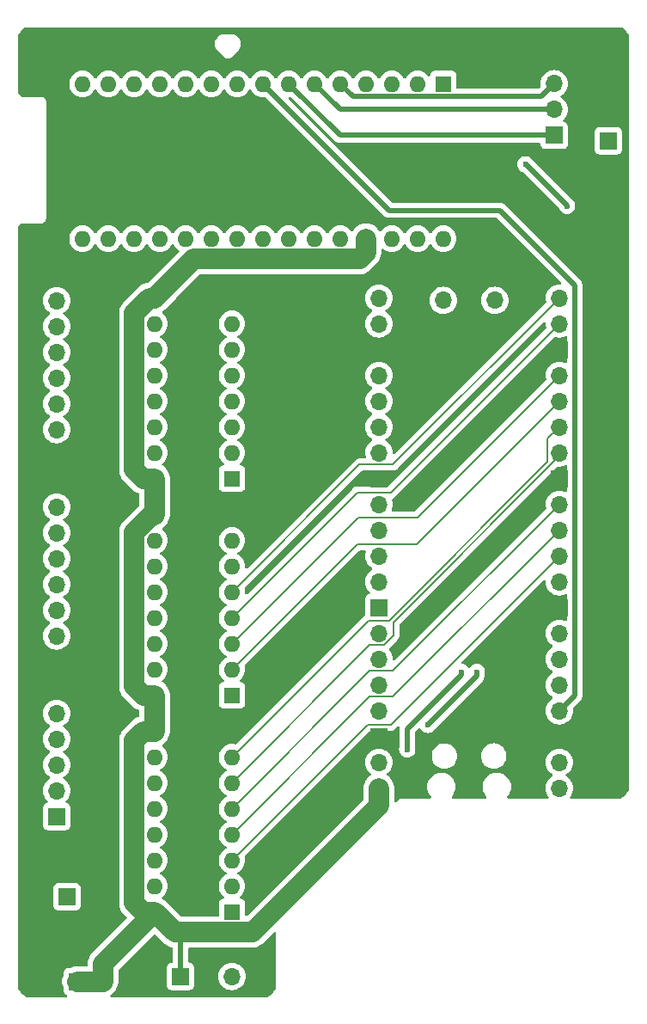
<source format=gbr>
%TF.GenerationSoftware,KiCad,Pcbnew,8.0.2*%
%TF.CreationDate,2024-05-01T01:53:47-07:00*%
%TF.ProjectId,DRIVER,44524956-4552-42e6-9b69-6361645f7063,rev?*%
%TF.SameCoordinates,Original*%
%TF.FileFunction,Copper,L2,Bot*%
%TF.FilePolarity,Positive*%
%FSLAX46Y46*%
G04 Gerber Fmt 4.6, Leading zero omitted, Abs format (unit mm)*
G04 Created by KiCad (PCBNEW 8.0.2) date 2024-05-01 01:53:47*
%MOMM*%
%LPD*%
G01*
G04 APERTURE LIST*
%TA.AperFunction,ComponentPad*%
%ADD10O,1.700000X1.700000*%
%TD*%
%TA.AperFunction,ComponentPad*%
%ADD11R,1.700000X1.700000*%
%TD*%
%TA.AperFunction,ComponentPad*%
%ADD12R,1.600000X1.600000*%
%TD*%
%TA.AperFunction,ComponentPad*%
%ADD13O,1.600000X1.600000*%
%TD*%
%TA.AperFunction,ViaPad*%
%ADD14C,0.600000*%
%TD*%
%TA.AperFunction,Conductor*%
%ADD15C,0.500000*%
%TD*%
%TA.AperFunction,Conductor*%
%ADD16C,2.000000*%
%TD*%
%TA.AperFunction,Conductor*%
%ADD17C,0.200000*%
%TD*%
G04 APERTURE END LIST*
D10*
%TO.P,U1,1,GPIO0*%
%TO.N,unconnected-(U1-GPIO0-Pad1)*%
X88392000Y-159766000D03*
%TO.P,U1,2,GPIO1*%
%TO.N,Net-(Q2-S)*%
X88392000Y-157226000D03*
D11*
%TO.P,U1,3,GND*%
%TO.N,GND*%
X88392000Y-154686000D03*
D10*
%TO.P,U1,4,GPIO2*%
%TO.N,Net-(A1-D5)*%
X88392000Y-152146000D03*
%TO.P,U1,5,GPIO3*%
%TO.N,unconnected-(U1-GPIO3-Pad5)*%
X88392000Y-149606000D03*
%TO.P,U1,6,GPIO4*%
%TO.N,unconnected-(U1-GPIO4-Pad6)*%
X88392000Y-147066000D03*
%TO.P,U1,7,GPIO5*%
%TO.N,unconnected-(U1-GPIO5-Pad7)*%
X88392000Y-144526000D03*
D11*
%TO.P,U1,8,GND*%
%TO.N,GND*%
X88392000Y-141986000D03*
D10*
%TO.P,U1,9,GPIO6*%
%TO.N,unconnected-(U1-GPIO6-Pad9)_0*%
X88392000Y-139446000D03*
%TO.P,U1,10,GPIO7*%
%TO.N,/BURNER_9*%
X88392000Y-136906000D03*
%TO.P,U1,11,GPIO8*%
%TO.N,/BURNER_1*%
X88392000Y-134366000D03*
%TO.P,U1,12,GPIO9*%
%TO.N,/BURNER_2*%
X88392000Y-131826000D03*
D11*
%TO.P,U1,13,GND*%
%TO.N,GND*%
X88392000Y-129286000D03*
D10*
%TO.P,U1,14,GPIO10*%
%TO.N,/BURNER_3*%
X88392000Y-126746000D03*
%TO.P,U1,15,GPIO11*%
%TO.N,/BURNER_4*%
X88392000Y-124206000D03*
%TO.P,U1,16,GPIO12*%
%TO.N,/BURNER_5*%
X88392000Y-121666000D03*
%TO.P,U1,17,GPIO13*%
%TO.N,/BURNER_6*%
X88392000Y-119126000D03*
D11*
%TO.P,U1,18,GND*%
%TO.N,GND*%
X88392000Y-116586000D03*
D10*
%TO.P,U1,19,GPIO14*%
%TO.N,/BURNER_7*%
X88392000Y-114046000D03*
%TO.P,U1,20,GPIO15*%
%TO.N,/BURNER_8*%
X88392000Y-111506000D03*
%TO.P,U1,21,GPIO16*%
%TO.N,Net-(J4-Pin_3)*%
X70612000Y-111506000D03*
%TO.P,U1,22,GPIO17*%
%TO.N,Net-(J3-Pin_1)*%
X70612000Y-114046000D03*
D11*
%TO.P,U1,23,GND*%
%TO.N,GND*%
X70612000Y-116586000D03*
D10*
%TO.P,U1,24,GPIO18*%
%TO.N,Net-(U1-GPIO18)*%
X70612000Y-119126000D03*
%TO.P,U1,25,GPIO19*%
%TO.N,Net-(U1-GPIO19)*%
X70612000Y-121666000D03*
%TO.P,U1,26,GPIO20*%
%TO.N,Net-(U1-GPIO20)*%
X70612000Y-124206000D03*
%TO.P,U1,27,GPIO21*%
%TO.N,Net-(U1-GPIO21)*%
X70612000Y-126746000D03*
D11*
%TO.P,U1,28,GND*%
%TO.N,GND*%
X70612000Y-129286000D03*
D10*
%TO.P,U1,29,GPIO22*%
%TO.N,Net-(U1-GPIO22)*%
X70612000Y-131826000D03*
%TO.P,U1,30,RUN*%
%TO.N,Net-(U1-RUN)*%
X70612000Y-134366000D03*
%TO.P,U1,31,GPIO26_ADC0*%
%TO.N,Net-(U1-GPIO26_ADC0)*%
X70612000Y-136906000D03*
%TO.P,U1,32,GPIO27_ADC1*%
%TO.N,Net-(U1-GPIO27_ADC1)*%
X70612000Y-139446000D03*
D11*
%TO.P,U1,33,AGND*%
%TO.N,unconnected-(U1-AGND-Pad33)*%
X70612000Y-141986000D03*
D10*
%TO.P,U1,34,GPIO28_ADC2*%
%TO.N,Net-(U1-GPIO28_ADC2)*%
X70612000Y-144526000D03*
%TO.P,U1,35,ADC_VREF*%
%TO.N,unconnected-(U1-ADC_VREF-Pad35)*%
X70612000Y-147066000D03*
%TO.P,U1,36,3V3*%
%TO.N,+3.3V*%
X70612000Y-149606000D03*
%TO.P,U1,37,3V3_EN*%
%TO.N,unconnected-(U1-3V3_EN-Pad37)_0*%
X70612000Y-152146000D03*
D11*
%TO.P,U1,38,GND*%
%TO.N,GND*%
X70612000Y-154686000D03*
D10*
%TO.P,U1,39,VSYS*%
%TO.N,unconnected-(U1-VSYS-Pad39)_0*%
X70612000Y-157226000D03*
%TO.P,U1,40,VBUS*%
%TO.N,+5V*%
X70612000Y-159766000D03*
%TO.P,U1,41,SWCLK*%
%TO.N,unconnected-(U1-SWCLK-Pad41)*%
X82042000Y-111736000D03*
D11*
%TO.P,U1,42,GND*%
%TO.N,GND*%
X79502000Y-111736000D03*
D10*
%TO.P,U1,43,SWDIO*%
%TO.N,unconnected-(U1-SWDIO-Pad43)*%
X76962000Y-111736000D03*
%TD*%
D11*
%TO.P,J4,1,Pin_1*%
%TO.N,+5V*%
X51054000Y-178308000D03*
D10*
%TO.P,J4,2,Pin_2*%
%TO.N,GND*%
X53594000Y-178308000D03*
%TO.P,J4,3,Pin_3*%
%TO.N,Net-(J4-Pin_3)*%
X56134000Y-178308000D03*
%TD*%
D12*
%TO.P,U3,1,NC*%
%TO.N,unconnected-(U3-NC-Pad1)*%
X56134000Y-150622000D03*
D13*
%TO.P,U3,2,IN1*%
%TO.N,/BURNER_5*%
X56134000Y-148082000D03*
%TO.P,U3,3,IN2*%
%TO.N,/BURNER_6*%
X56134000Y-145542000D03*
%TO.P,U3,4,IN3*%
%TO.N,/BURNER_7*%
X56134000Y-143002000D03*
%TO.P,U3,5,IN4*%
%TO.N,/BURNER_8*%
X56134000Y-140462000D03*
%TO.P,U3,6,IN5*%
%TO.N,Net-(U1-GPIO28_ADC2)*%
X56134000Y-137922000D03*
%TO.P,U3,7,IN6*%
%TO.N,Net-(U1-GPIO27_ADC1)*%
X56134000Y-135382000D03*
%TO.P,U3,8,GND*%
%TO.N,GND*%
X56134000Y-132842000D03*
%TO.P,U3,9,COM*%
%TO.N,+5V*%
X48514000Y-132842000D03*
%TO.P,U3,10,O6*%
%TO.N,Net-(J1-Pin_13)*%
X48514000Y-135382000D03*
%TO.P,U3,11,O5*%
%TO.N,Net-(J1-Pin_12)*%
X48514000Y-137922000D03*
%TO.P,U3,12,O4*%
%TO.N,Net-(J1-Pin_11)*%
X48514000Y-140462000D03*
%TO.P,U3,13,O3*%
%TO.N,Net-(J1-Pin_10)*%
X48514000Y-143002000D03*
%TO.P,U3,14,O2*%
%TO.N,Net-(J1-Pin_9)*%
X48514000Y-145542000D03*
%TO.P,U3,15,O1*%
%TO.N,Net-(J1-Pin_8)*%
X48514000Y-148082000D03*
%TO.P,U3,16,VCC*%
%TO.N,+5V*%
X48514000Y-150622000D03*
%TD*%
D12*
%TO.P,U4,1,NC*%
%TO.N,unconnected-(U4-NC-Pad1)*%
X56134000Y-129286000D03*
D13*
%TO.P,U4,2,IN1*%
%TO.N,Net-(U1-GPIO26_ADC0)*%
X56134000Y-126746000D03*
%TO.P,U4,3,IN2*%
%TO.N,Net-(U1-GPIO22)*%
X56134000Y-124206000D03*
%TO.P,U4,4,IN3*%
%TO.N,Net-(U1-GPIO21)*%
X56134000Y-121666000D03*
%TO.P,U4,5,IN4*%
%TO.N,Net-(U1-GPIO20)*%
X56134000Y-119126000D03*
%TO.P,U4,6,IN5*%
%TO.N,Net-(U1-GPIO19)*%
X56134000Y-116586000D03*
%TO.P,U4,7,IN6*%
%TO.N,Net-(U1-GPIO18)*%
X56134000Y-114046000D03*
%TO.P,U4,8,GND*%
%TO.N,GND*%
X56134000Y-111506000D03*
%TO.P,U4,9,COM*%
%TO.N,+5V*%
X48514000Y-111506000D03*
%TO.P,U4,10,O6*%
%TO.N,Net-(J1-Pin_21)*%
X48514000Y-114046000D03*
%TO.P,U4,11,O5*%
%TO.N,Net-(J1-Pin_20)*%
X48514000Y-116586000D03*
%TO.P,U4,12,O4*%
%TO.N,Net-(J1-Pin_19)*%
X48514000Y-119126000D03*
%TO.P,U4,13,O3*%
%TO.N,Net-(J1-Pin_18)*%
X48514000Y-121666000D03*
%TO.P,U4,14,O2*%
%TO.N,Net-(J1-Pin_17)*%
X48514000Y-124206000D03*
%TO.P,U4,15,O1*%
%TO.N,Net-(J1-Pin_16)*%
X48514000Y-126746000D03*
%TO.P,U4,16,VCC*%
%TO.N,+5V*%
X48514000Y-129286000D03*
%TD*%
D12*
%TO.P,U2,1,NC*%
%TO.N,unconnected-(U2-NC-Pad1)*%
X56134000Y-171958000D03*
D13*
%TO.P,U2,2,IN1*%
%TO.N,unconnected-(U2-IN1-Pad2)*%
X56134000Y-169418000D03*
%TO.P,U2,3,IN2*%
%TO.N,/BURNER_9*%
X56134000Y-166878000D03*
%TO.P,U2,4,IN3*%
%TO.N,/BURNER_1*%
X56134000Y-164338000D03*
%TO.P,U2,5,IN4*%
%TO.N,/BURNER_2*%
X56134000Y-161798000D03*
%TO.P,U2,6,IN5*%
%TO.N,/BURNER_3*%
X56134000Y-159258000D03*
%TO.P,U2,7,IN6*%
%TO.N,/BURNER_4*%
X56134000Y-156718000D03*
%TO.P,U2,8,GND*%
%TO.N,GND*%
X56134000Y-154178000D03*
%TO.P,U2,9,COM*%
%TO.N,+5V*%
X48514000Y-154178000D03*
%TO.P,U2,10,O6*%
%TO.N,Net-(J1-Pin_5)*%
X48514000Y-156718000D03*
%TO.P,U2,11,O5*%
%TO.N,Net-(J1-Pin_4)*%
X48514000Y-159258000D03*
%TO.P,U2,12,O4*%
%TO.N,Net-(J1-Pin_3)*%
X48514000Y-161798000D03*
%TO.P,U2,13,O3*%
%TO.N,Net-(J1-Pin_2)*%
X48514000Y-164338000D03*
%TO.P,U2,14,O2*%
%TO.N,Net-(J1-Pin_1)*%
X48514000Y-166878000D03*
%TO.P,U2,15,O1*%
%TO.N,unconnected-(U2-O1-Pad15)*%
X48514000Y-169418000D03*
%TO.P,U2,16,VCC*%
%TO.N,+5V*%
X48514000Y-171958000D03*
%TD*%
D11*
%TO.P,J5,1,Pin_1*%
%TO.N,+5V*%
X40894000Y-178816000D03*
D10*
%TO.P,J5,2,Pin_2*%
X43434000Y-178816000D03*
%TD*%
D11*
%TO.P,J6,1,Pin_1*%
%TO.N,+5V*%
X93218000Y-96012000D03*
D10*
%TO.P,J6,2,Pin_2*%
%TO.N,GND*%
X93218000Y-98552000D03*
%TD*%
D11*
%TO.P,J3,1,Pin_1*%
%TO.N,Net-(J3-Pin_1)*%
X39878000Y-170450000D03*
D10*
%TO.P,J3,2,Pin_2*%
%TO.N,GND*%
X39878000Y-172990000D03*
%TD*%
D11*
%TO.P,J2,1,Pin_1*%
%TO.N,Net-(A1-D4)*%
X87884000Y-95489000D03*
D10*
%TO.P,J2,2,Pin_2*%
%TO.N,Net-(A1-D3)*%
X87884000Y-92949000D03*
%TO.P,J2,3,Pin_3*%
%TO.N,Net-(A1-D2)*%
X87884000Y-90409000D03*
%TO.P,J2,4,Pin_4*%
%TO.N,GND*%
X87884000Y-87869000D03*
%TD*%
D12*
%TO.P,A1,1,D1/TX*%
%TO.N,Net-(A1-D1{slash}TX)*%
X76962000Y-90424000D03*
D13*
%TO.P,A1,2,D0/RX*%
%TO.N,unconnected-(A1-D0{slash}RX-Pad2)*%
X74422000Y-90424000D03*
%TO.P,A1,3,~{RESET}*%
%TO.N,unconnected-(A1-~{RESET}-Pad3)*%
X71882000Y-90424000D03*
%TO.P,A1,4,GND*%
%TO.N,unconnected-(A1-GND-Pad4)*%
X69342000Y-90424000D03*
%TO.P,A1,5,D2*%
%TO.N,Net-(A1-D2)*%
X66802000Y-90424000D03*
%TO.P,A1,6,D3*%
%TO.N,Net-(A1-D3)*%
X64262000Y-90424000D03*
%TO.P,A1,7,D4*%
%TO.N,Net-(A1-D4)*%
X61722000Y-90424000D03*
%TO.P,A1,8,D5*%
%TO.N,Net-(A1-D5)*%
X59182000Y-90424000D03*
%TO.P,A1,9,D6*%
%TO.N,unconnected-(A1-D6-Pad9)*%
X56642000Y-90424000D03*
%TO.P,A1,10,D7*%
%TO.N,unconnected-(A1-D7-Pad10)*%
X54102000Y-90424000D03*
%TO.P,A1,11,D8*%
%TO.N,unconnected-(A1-D8-Pad11)*%
X51562000Y-90424000D03*
%TO.P,A1,12,D9*%
%TO.N,unconnected-(A1-D9-Pad12)*%
X49022000Y-90424000D03*
%TO.P,A1,13,D10*%
%TO.N,unconnected-(A1-D10-Pad13)*%
X46482000Y-90424000D03*
%TO.P,A1,14,D11*%
%TO.N,unconnected-(A1-D11-Pad14)*%
X43942000Y-90424000D03*
%TO.P,A1,15,D12*%
%TO.N,unconnected-(A1-D12-Pad15)*%
X41402000Y-90424000D03*
%TO.P,A1,16,D13*%
%TO.N,unconnected-(A1-D13-Pad16)*%
X41402000Y-105664000D03*
%TO.P,A1,17,3V3*%
%TO.N,unconnected-(A1-3V3-Pad17)*%
X43942000Y-105664000D03*
%TO.P,A1,18,AREF*%
%TO.N,unconnected-(A1-AREF-Pad18)*%
X46482000Y-105664000D03*
%TO.P,A1,19,A0*%
%TO.N,unconnected-(A1-A0-Pad19)*%
X49022000Y-105664000D03*
%TO.P,A1,20,A1*%
%TO.N,unconnected-(A1-A1-Pad20)*%
X51562000Y-105664000D03*
%TO.P,A1,21,A2*%
%TO.N,unconnected-(A1-A2-Pad21)*%
X54102000Y-105664000D03*
%TO.P,A1,22,A3*%
%TO.N,unconnected-(A1-A3-Pad22)*%
X56642000Y-105664000D03*
%TO.P,A1,23,A4*%
%TO.N,unconnected-(A1-A4-Pad23)*%
X59182000Y-105664000D03*
%TO.P,A1,24,A5*%
%TO.N,unconnected-(A1-A5-Pad24)*%
X61722000Y-105664000D03*
%TO.P,A1,25,A6*%
%TO.N,unconnected-(A1-A6-Pad25)*%
X64262000Y-105664000D03*
%TO.P,A1,26,A7*%
%TO.N,unconnected-(A1-A7-Pad26)*%
X66802000Y-105664000D03*
%TO.P,A1,27,+5V*%
%TO.N,+5V*%
X69342000Y-105664000D03*
%TO.P,A1,28,~{RESET}*%
%TO.N,unconnected-(A1-~{RESET}-Pad28)*%
X71882000Y-105664000D03*
%TO.P,A1,29,GND*%
%TO.N,unconnected-(A1-GND-Pad29)*%
X74422000Y-105664000D03*
%TO.P,A1,30,VIN*%
%TO.N,unconnected-(A1-VIN-Pad30)*%
X76962000Y-105664000D03*
%TD*%
D11*
%TO.P,J1,1,Pin_1*%
%TO.N,Net-(J1-Pin_1)*%
X38862000Y-162560000D03*
D10*
%TO.P,J1,2,Pin_2*%
%TO.N,Net-(J1-Pin_2)*%
X38862000Y-160020000D03*
%TO.P,J1,3,Pin_3*%
%TO.N,Net-(J1-Pin_3)*%
X38862000Y-157480000D03*
%TO.P,J1,4,Pin_4*%
%TO.N,Net-(J1-Pin_4)*%
X38862000Y-154940000D03*
%TO.P,J1,5,Pin_5*%
%TO.N,Net-(J1-Pin_5)*%
X38862000Y-152400000D03*
%TO.P,J1,8,Pin_8*%
%TO.N,Net-(J1-Pin_8)*%
X38862000Y-144780000D03*
%TO.P,J1,9,Pin_9*%
%TO.N,Net-(J1-Pin_9)*%
X38862000Y-142240000D03*
%TO.P,J1,10,Pin_10*%
%TO.N,Net-(J1-Pin_10)*%
X38862000Y-139700000D03*
%TO.P,J1,11,Pin_11*%
%TO.N,Net-(J1-Pin_11)*%
X38862000Y-137160000D03*
%TO.P,J1,12,Pin_12*%
%TO.N,Net-(J1-Pin_12)*%
X38862000Y-134620000D03*
%TO.P,J1,13,Pin_13*%
%TO.N,Net-(J1-Pin_13)*%
X38862000Y-132080000D03*
%TO.P,J1,16,Pin_16*%
%TO.N,Net-(J1-Pin_16)*%
X38862000Y-124460000D03*
%TO.P,J1,17,Pin_17*%
%TO.N,Net-(J1-Pin_17)*%
X38862000Y-121920000D03*
%TO.P,J1,18,Pin_18*%
%TO.N,Net-(J1-Pin_18)*%
X38862000Y-119380000D03*
%TO.P,J1,19,Pin_19*%
%TO.N,Net-(J1-Pin_19)*%
X38862000Y-116840000D03*
%TO.P,J1,20,Pin_20*%
%TO.N,Net-(J1-Pin_20)*%
X38862000Y-114300000D03*
%TO.P,J1,21,Pin_21*%
%TO.N,Net-(J1-Pin_21)*%
X38862000Y-111760000D03*
%TD*%
D14*
%TO.N,Net-(J4-Pin_3)*%
X75438000Y-153536000D03*
X80264000Y-148336000D03*
%TO.N,Net-(U1-RUN)*%
X73406000Y-155956000D03*
X78740000Y-148336000D03*
%TO.N,Net-(A1-D1{slash}TX)*%
X85050750Y-98337250D03*
X89154000Y-102440500D03*
%TD*%
D15*
%TO.N,Net-(A1-D5)*%
X71628000Y-102870000D02*
X82550000Y-102870000D01*
X82550000Y-102870000D02*
X89916000Y-110236000D01*
X89916000Y-110236000D02*
X89916000Y-150622000D01*
X89916000Y-150622000D02*
X88392000Y-152146000D01*
X59182000Y-90424000D02*
X71628000Y-102870000D01*
%TO.N,Net-(A1-D2)*%
X86619000Y-91674000D02*
X87884000Y-90409000D01*
X68052000Y-91674000D02*
X86619000Y-91674000D01*
X66802000Y-90424000D02*
X68052000Y-91674000D01*
%TO.N,+5V*%
X51054000Y-174498000D02*
X50514000Y-173958000D01*
D16*
X50514000Y-173958000D02*
X58134000Y-173958000D01*
X48514000Y-111506000D02*
X52356000Y-107664000D01*
X47382630Y-154178000D02*
X48514000Y-154178000D01*
X43434000Y-177038000D02*
X48514000Y-171958000D01*
X47382630Y-129286000D02*
X46514000Y-128417370D01*
X46514000Y-149753370D02*
X46514000Y-134553572D01*
X70612000Y-161480000D02*
X70612000Y-159766000D01*
X58134000Y-173958000D02*
X70612000Y-161480000D01*
X48514000Y-154178000D02*
X48514000Y-150622000D01*
X48006000Y-111506000D02*
X48514000Y-111506000D01*
X47382630Y-171958000D02*
X46514000Y-171089370D01*
X52356000Y-107664000D02*
X68710428Y-107664000D01*
X43434000Y-178816000D02*
X43434000Y-177038000D01*
X46514000Y-128417370D02*
X46514000Y-112998000D01*
X68710428Y-107664000D02*
X69342000Y-107032428D01*
X46514000Y-155046630D02*
X47382630Y-154178000D01*
X48514000Y-129286000D02*
X47382630Y-129286000D01*
X48225572Y-132842000D02*
X48514000Y-132842000D01*
X48514000Y-150622000D02*
X47382630Y-150622000D01*
X46514000Y-112998000D02*
X48006000Y-111506000D01*
D15*
X51054000Y-178308000D02*
X51054000Y-174498000D01*
D16*
X69342000Y-107032428D02*
X69342000Y-105664000D01*
X46514000Y-171089370D02*
X46514000Y-155046630D01*
X48514000Y-132842000D02*
X48514000Y-129286000D01*
X40894000Y-178816000D02*
X43434000Y-178816000D01*
X48514000Y-171958000D02*
X50514000Y-173958000D01*
X46514000Y-134553572D02*
X48225572Y-132842000D01*
X48514000Y-171958000D02*
X47382630Y-171958000D01*
X47382630Y-150622000D02*
X46514000Y-149753370D01*
D15*
%TO.N,Net-(A1-D3)*%
X66787000Y-92949000D02*
X64262000Y-90424000D01*
X87884000Y-92949000D02*
X66787000Y-92949000D01*
%TO.N,Net-(A1-D4)*%
X61722000Y-90424000D02*
X66787000Y-95489000D01*
X66787000Y-95489000D02*
X87884000Y-95489000D01*
%TO.N,Net-(J4-Pin_3)*%
X80264000Y-148710000D02*
X80264000Y-148336000D01*
X75438000Y-153536000D02*
X80264000Y-148710000D01*
%TO.N,Net-(U1-RUN)*%
X78740000Y-148590000D02*
X78740000Y-148336000D01*
X73406000Y-155956000D02*
X73406000Y-153924000D01*
X73406000Y-153924000D02*
X78740000Y-148590000D01*
D17*
%TO.N,/BURNER_9*%
X88392000Y-136906000D02*
X71762000Y-153536000D01*
X69476000Y-153536000D02*
X56134000Y-166878000D01*
X71762000Y-153536000D02*
X69476000Y-153536000D01*
%TO.N,/BURNER_7*%
X56134000Y-143002000D02*
X68460000Y-130676000D01*
X71762000Y-130676000D02*
X88392000Y-114046000D01*
X68460000Y-130676000D02*
X71762000Y-130676000D01*
%TO.N,/BURNER_1*%
X56134000Y-164338000D02*
X69716000Y-150756000D01*
X69716000Y-150756000D02*
X72002000Y-150756000D01*
X72002000Y-150756000D02*
X88392000Y-134366000D01*
%TO.N,/BURNER_4*%
X87242000Y-127642000D02*
X87242000Y-125356000D01*
X69596000Y-143256000D02*
X71628000Y-143256000D01*
X71628000Y-143256000D02*
X87242000Y-127642000D01*
X87242000Y-125356000D02*
X88392000Y-124206000D01*
X56134000Y-156718000D02*
X69596000Y-143256000D01*
%TO.N,/BURNER_5*%
X74302000Y-135756000D02*
X88392000Y-121666000D01*
X68460000Y-135756000D02*
X74302000Y-135756000D01*
X56134000Y-148082000D02*
X68460000Y-135756000D01*
%TO.N,/BURNER_8*%
X68700000Y-127896000D02*
X72002000Y-127896000D01*
X56134000Y-140462000D02*
X68700000Y-127896000D01*
X72002000Y-127896000D02*
X88392000Y-111506000D01*
%TO.N,/BURNER_3*%
X72028000Y-143421685D02*
X88392000Y-127057685D01*
X56134000Y-159258000D02*
X69716000Y-145676000D01*
X71088346Y-145676000D02*
X72028000Y-144736346D01*
X69716000Y-145676000D02*
X71088346Y-145676000D01*
X88392000Y-127057685D02*
X88392000Y-126746000D01*
X72028000Y-144736346D02*
X72028000Y-143421685D01*
%TO.N,/BURNER_2*%
X56134000Y-161798000D02*
X69716000Y-148216000D01*
X72002000Y-148216000D02*
X88392000Y-131826000D01*
X69716000Y-148216000D02*
X72002000Y-148216000D01*
%TO.N,/BURNER_6*%
X56134000Y-145542000D02*
X68580000Y-133096000D01*
X74422000Y-133096000D02*
X88392000Y-119126000D01*
X68580000Y-133096000D02*
X74422000Y-133096000D01*
D15*
%TO.N,Net-(A1-D1{slash}TX)*%
X85129250Y-98337250D02*
X89154000Y-102362000D01*
X89154000Y-102362000D02*
X89154000Y-102440500D01*
X85050750Y-98337250D02*
X85129250Y-98337250D01*
%TD*%
%TA.AperFunction,Conductor*%
%TO.N,GND*%
G36*
X94531915Y-84843666D02*
G01*
X94574879Y-84867126D01*
X94589749Y-84876682D01*
X94803998Y-85037068D01*
X94817368Y-85048654D01*
X95006599Y-85237885D01*
X95018185Y-85251256D01*
X95178567Y-85465501D01*
X95188131Y-85480382D01*
X95242333Y-85579644D01*
X95257500Y-85639069D01*
X95257500Y-159922689D01*
X95242332Y-159982116D01*
X95188132Y-160081376D01*
X95178567Y-160096260D01*
X95018185Y-160310504D01*
X95006599Y-160323874D01*
X94817368Y-160513105D01*
X94803998Y-160524691D01*
X94589754Y-160685073D01*
X94574870Y-160694638D01*
X94428922Y-160774332D01*
X94369495Y-160789500D01*
X89562196Y-160789500D01*
X89495157Y-160769815D01*
X89449402Y-160717011D01*
X89439458Y-160647853D01*
X89460621Y-160594376D01*
X89566035Y-160443830D01*
X89665903Y-160229663D01*
X89727063Y-160001408D01*
X89747659Y-159766000D01*
X89727063Y-159530592D01*
X89665903Y-159302337D01*
X89566035Y-159088171D01*
X89526220Y-159031308D01*
X89430494Y-158894597D01*
X89263402Y-158727506D01*
X89263396Y-158727501D01*
X89077842Y-158597575D01*
X89034217Y-158542998D01*
X89027023Y-158473500D01*
X89058546Y-158411145D01*
X89077842Y-158394425D01*
X89209628Y-158302147D01*
X89263401Y-158264495D01*
X89430495Y-158097401D01*
X89566035Y-157903830D01*
X89665903Y-157689663D01*
X89727063Y-157461408D01*
X89747659Y-157226000D01*
X89727063Y-156990592D01*
X89665903Y-156762337D01*
X89566035Y-156548171D01*
X89526220Y-156491308D01*
X89430494Y-156354597D01*
X89263402Y-156187506D01*
X89263395Y-156187501D01*
X89069834Y-156051967D01*
X89069830Y-156051965D01*
X89069828Y-156051964D01*
X88855663Y-155952097D01*
X88855659Y-155952096D01*
X88855655Y-155952094D01*
X88627413Y-155890938D01*
X88627403Y-155890936D01*
X88392001Y-155870341D01*
X88391999Y-155870341D01*
X88156596Y-155890936D01*
X88156586Y-155890938D01*
X87928344Y-155952094D01*
X87928335Y-155952098D01*
X87714171Y-156051964D01*
X87714169Y-156051965D01*
X87520597Y-156187505D01*
X87353505Y-156354597D01*
X87217965Y-156548169D01*
X87217964Y-156548171D01*
X87118098Y-156762335D01*
X87118094Y-156762344D01*
X87056938Y-156990586D01*
X87056936Y-156990596D01*
X87036341Y-157225999D01*
X87036341Y-157226000D01*
X87056936Y-157461403D01*
X87056938Y-157461413D01*
X87118094Y-157689655D01*
X87118096Y-157689659D01*
X87118097Y-157689663D01*
X87217965Y-157903830D01*
X87217967Y-157903834D01*
X87296984Y-158016681D01*
X87353505Y-158097401D01*
X87520599Y-158264495D01*
X87520601Y-158264496D01*
X87520603Y-158264498D01*
X87706158Y-158394425D01*
X87749783Y-158449002D01*
X87756977Y-158518500D01*
X87725454Y-158580855D01*
X87706158Y-158597575D01*
X87520597Y-158727505D01*
X87353505Y-158894597D01*
X87217965Y-159088169D01*
X87217964Y-159088171D01*
X87118098Y-159302335D01*
X87118094Y-159302344D01*
X87056938Y-159530586D01*
X87056936Y-159530596D01*
X87036341Y-159765999D01*
X87036341Y-159766000D01*
X87056936Y-160001403D01*
X87056938Y-160001413D01*
X87118094Y-160229655D01*
X87118096Y-160229659D01*
X87118097Y-160229663D01*
X87217965Y-160443830D01*
X87323379Y-160594376D01*
X87345706Y-160660583D01*
X87328696Y-160728350D01*
X87277748Y-160776163D01*
X87221804Y-160789500D01*
X83351387Y-160789500D01*
X83284348Y-160769815D01*
X83238593Y-160717011D01*
X83228649Y-160647853D01*
X83257674Y-160584297D01*
X83260127Y-160581550D01*
X83335979Y-160499153D01*
X83462924Y-160304849D01*
X83556157Y-160092300D01*
X83613134Y-159867305D01*
X83613135Y-159867297D01*
X83632300Y-159636006D01*
X83632300Y-159635993D01*
X83613135Y-159404702D01*
X83613133Y-159404691D01*
X83556157Y-159179699D01*
X83462924Y-158967151D01*
X83335983Y-158772852D01*
X83335980Y-158772849D01*
X83335979Y-158772847D01*
X83178784Y-158602087D01*
X83178779Y-158602083D01*
X83178777Y-158602081D01*
X82995634Y-158459535D01*
X82995628Y-158459531D01*
X82791504Y-158349064D01*
X82791495Y-158349061D01*
X82571984Y-158273702D01*
X82400282Y-158245050D01*
X82343049Y-158235500D01*
X82110951Y-158235500D01*
X82065164Y-158243140D01*
X81882015Y-158273702D01*
X81662504Y-158349061D01*
X81662495Y-158349064D01*
X81458371Y-158459531D01*
X81458365Y-158459535D01*
X81275222Y-158602081D01*
X81275219Y-158602084D01*
X81275216Y-158602086D01*
X81275216Y-158602087D01*
X81272290Y-158605266D01*
X81118016Y-158772852D01*
X80991075Y-158967151D01*
X80897842Y-159179699D01*
X80840866Y-159404691D01*
X80840864Y-159404702D01*
X80821700Y-159635993D01*
X80821700Y-159636006D01*
X80840864Y-159867297D01*
X80840866Y-159867308D01*
X80897842Y-160092300D01*
X80991075Y-160304848D01*
X81118016Y-160499147D01*
X81118019Y-160499151D01*
X81118021Y-160499153D01*
X81193844Y-160581519D01*
X81224765Y-160644172D01*
X81216905Y-160713598D01*
X81172757Y-160767753D01*
X81106340Y-160789444D01*
X81102613Y-160789500D01*
X77901387Y-160789500D01*
X77834348Y-160769815D01*
X77788593Y-160717011D01*
X77778649Y-160647853D01*
X77807674Y-160584297D01*
X77810127Y-160581550D01*
X77885979Y-160499153D01*
X78012924Y-160304849D01*
X78106157Y-160092300D01*
X78163134Y-159867305D01*
X78163135Y-159867297D01*
X78182300Y-159636006D01*
X78182300Y-159635993D01*
X78163135Y-159404702D01*
X78163133Y-159404691D01*
X78106157Y-159179699D01*
X78012924Y-158967151D01*
X77885983Y-158772852D01*
X77885980Y-158772849D01*
X77885979Y-158772847D01*
X77728784Y-158602087D01*
X77728779Y-158602083D01*
X77728777Y-158602081D01*
X77545634Y-158459535D01*
X77545628Y-158459531D01*
X77341504Y-158349064D01*
X77341495Y-158349061D01*
X77121984Y-158273702D01*
X76950282Y-158245050D01*
X76893049Y-158235500D01*
X76660951Y-158235500D01*
X76615164Y-158243140D01*
X76432015Y-158273702D01*
X76212504Y-158349061D01*
X76212495Y-158349064D01*
X76008371Y-158459531D01*
X76008365Y-158459535D01*
X75825222Y-158602081D01*
X75825219Y-158602084D01*
X75825216Y-158602086D01*
X75825216Y-158602087D01*
X75822290Y-158605266D01*
X75668016Y-158772852D01*
X75541075Y-158967151D01*
X75447842Y-159179699D01*
X75390866Y-159404691D01*
X75390864Y-159404702D01*
X75371700Y-159635993D01*
X75371700Y-159636006D01*
X75390864Y-159867297D01*
X75390866Y-159867308D01*
X75447842Y-160092300D01*
X75541075Y-160304848D01*
X75668016Y-160499147D01*
X75668019Y-160499151D01*
X75668021Y-160499153D01*
X75743844Y-160581519D01*
X75774765Y-160644172D01*
X75766905Y-160713598D01*
X75722757Y-160767753D01*
X75656340Y-160789444D01*
X75652613Y-160789500D01*
X72832108Y-160789500D01*
X72704812Y-160823608D01*
X72590686Y-160889500D01*
X72590683Y-160889502D01*
X72324181Y-161156005D01*
X72262858Y-161189490D01*
X72193166Y-161184506D01*
X72137233Y-161142634D01*
X72112816Y-161077170D01*
X72112500Y-161068324D01*
X72112500Y-159647902D01*
X72075553Y-159414631D01*
X72002566Y-159190003D01*
X71921703Y-159031302D01*
X71895343Y-158979567D01*
X71756517Y-158788490D01*
X71589510Y-158621483D01*
X71427863Y-158504039D01*
X71385199Y-158448710D01*
X71379220Y-158379096D01*
X71411826Y-158317301D01*
X71429619Y-158302153D01*
X71483401Y-158264495D01*
X71650495Y-158097401D01*
X71786035Y-157903830D01*
X71885903Y-157689663D01*
X71947063Y-157461408D01*
X71967659Y-157226000D01*
X71947063Y-156990592D01*
X71885903Y-156762337D01*
X71786035Y-156548171D01*
X71746220Y-156491308D01*
X71650494Y-156354597D01*
X71483402Y-156187506D01*
X71483395Y-156187501D01*
X71289834Y-156051967D01*
X71289830Y-156051965D01*
X71289828Y-156051964D01*
X71075663Y-155952097D01*
X71075659Y-155952096D01*
X71075655Y-155952094D01*
X70847413Y-155890938D01*
X70847403Y-155890936D01*
X70612001Y-155870341D01*
X70611999Y-155870341D01*
X70376596Y-155890936D01*
X70376586Y-155890938D01*
X70148344Y-155952094D01*
X70148335Y-155952098D01*
X69934171Y-156051964D01*
X69934169Y-156051965D01*
X69740597Y-156187505D01*
X69573505Y-156354597D01*
X69437965Y-156548169D01*
X69437964Y-156548171D01*
X69338098Y-156762335D01*
X69338094Y-156762344D01*
X69276938Y-156990586D01*
X69276936Y-156990596D01*
X69256341Y-157225999D01*
X69256341Y-157226000D01*
X69276936Y-157461403D01*
X69276938Y-157461413D01*
X69338094Y-157689655D01*
X69338096Y-157689659D01*
X69338097Y-157689663D01*
X69437965Y-157903830D01*
X69437967Y-157903834D01*
X69516984Y-158016681D01*
X69573505Y-158097401D01*
X69740599Y-158264495D01*
X69794370Y-158302146D01*
X69794372Y-158302147D01*
X69837997Y-158356723D01*
X69845191Y-158426222D01*
X69813669Y-158488576D01*
X69796135Y-158504040D01*
X69634488Y-158621484D01*
X69467485Y-158788487D01*
X69467485Y-158788488D01*
X69467483Y-158788490D01*
X69433797Y-158834855D01*
X69328657Y-158979566D01*
X69221433Y-159190003D01*
X69148446Y-159414631D01*
X69111500Y-159647902D01*
X69111500Y-160807111D01*
X69091815Y-160874150D01*
X69075181Y-160894792D01*
X57646180Y-172323792D01*
X57584857Y-172357277D01*
X57515165Y-172352293D01*
X57459232Y-172310421D01*
X57434815Y-172244957D01*
X57434499Y-172236134D01*
X57434499Y-171110128D01*
X57428091Y-171050517D01*
X57377796Y-170915669D01*
X57377795Y-170915668D01*
X57377793Y-170915664D01*
X57291547Y-170800455D01*
X57291544Y-170800452D01*
X57176335Y-170714206D01*
X57176328Y-170714202D01*
X57041482Y-170663908D01*
X57041483Y-170663908D01*
X57006404Y-170660137D01*
X56941853Y-170633399D01*
X56902005Y-170576006D01*
X56899512Y-170506181D01*
X56935165Y-170446092D01*
X56948539Y-170435272D01*
X56973140Y-170418046D01*
X57134045Y-170257141D01*
X57134047Y-170257139D01*
X57264568Y-170070734D01*
X57360739Y-169864496D01*
X57419635Y-169644692D01*
X57439468Y-169418000D01*
X57419635Y-169191308D01*
X57360739Y-168971504D01*
X57264568Y-168765266D01*
X57134047Y-168578861D01*
X57134045Y-168578858D01*
X56973141Y-168417954D01*
X56786734Y-168287432D01*
X56786728Y-168287429D01*
X56728725Y-168260382D01*
X56676285Y-168214210D01*
X56657133Y-168147017D01*
X56677348Y-168080135D01*
X56728725Y-168035618D01*
X56786734Y-168008568D01*
X56973139Y-167878047D01*
X57134047Y-167717139D01*
X57264568Y-167530734D01*
X57360739Y-167324496D01*
X57419635Y-167104692D01*
X57439468Y-166878000D01*
X57419635Y-166651308D01*
X57393847Y-166555066D01*
X57395510Y-166485217D01*
X57425939Y-166435294D01*
X69688416Y-154172819D01*
X69749739Y-154139334D01*
X69776097Y-154136500D01*
X71675331Y-154136500D01*
X71675347Y-154136501D01*
X71682943Y-154136501D01*
X71841054Y-154136501D01*
X71841057Y-154136501D01*
X71993785Y-154095577D01*
X72055565Y-154059908D01*
X72130716Y-154016520D01*
X72242520Y-153904716D01*
X72242520Y-153904714D01*
X72252724Y-153894511D01*
X72252728Y-153894506D01*
X72455434Y-153691799D01*
X72516755Y-153658316D01*
X72586447Y-153663300D01*
X72642380Y-153705172D01*
X72666797Y-153770636D01*
X72664731Y-153803672D01*
X72655500Y-153850082D01*
X72655500Y-155656028D01*
X72648542Y-155696982D01*
X72620631Y-155776747D01*
X72600435Y-155955996D01*
X72600435Y-155956003D01*
X72620630Y-156135249D01*
X72620631Y-156135254D01*
X72680211Y-156305523D01*
X72711048Y-156354599D01*
X72776184Y-156458262D01*
X72903738Y-156585816D01*
X73056478Y-156681789D01*
X73159963Y-156718000D01*
X73226745Y-156741368D01*
X73226750Y-156741369D01*
X73405996Y-156761565D01*
X73406000Y-156761565D01*
X73406004Y-156761565D01*
X73585249Y-156741369D01*
X73585252Y-156741368D01*
X73585255Y-156741368D01*
X73755522Y-156681789D01*
X73876144Y-156605997D01*
X75821723Y-156605997D01*
X75821723Y-156606002D01*
X75840793Y-156823975D01*
X75840793Y-156823979D01*
X75897422Y-157035322D01*
X75897424Y-157035326D01*
X75897425Y-157035330D01*
X75943661Y-157134484D01*
X75989897Y-157233638D01*
X75989898Y-157233639D01*
X76115402Y-157412877D01*
X76270123Y-157567598D01*
X76449361Y-157693102D01*
X76647670Y-157785575D01*
X76859023Y-157842207D01*
X77041926Y-157858208D01*
X77076998Y-157861277D01*
X77077000Y-157861277D01*
X77077002Y-157861277D01*
X77105254Y-157858805D01*
X77294977Y-157842207D01*
X77506330Y-157785575D01*
X77704639Y-157693102D01*
X77883877Y-157567598D01*
X78038598Y-157412877D01*
X78164102Y-157233639D01*
X78256575Y-157035330D01*
X78313207Y-156823977D01*
X78332277Y-156606000D01*
X78332277Y-156605997D01*
X80671723Y-156605997D01*
X80671723Y-156606002D01*
X80690793Y-156823975D01*
X80690793Y-156823979D01*
X80747422Y-157035322D01*
X80747424Y-157035326D01*
X80747425Y-157035330D01*
X80793661Y-157134484D01*
X80839897Y-157233638D01*
X80839898Y-157233639D01*
X80965402Y-157412877D01*
X81120123Y-157567598D01*
X81299361Y-157693102D01*
X81497670Y-157785575D01*
X81709023Y-157842207D01*
X81891926Y-157858208D01*
X81926998Y-157861277D01*
X81927000Y-157861277D01*
X81927002Y-157861277D01*
X81955254Y-157858805D01*
X82144977Y-157842207D01*
X82356330Y-157785575D01*
X82554639Y-157693102D01*
X82733877Y-157567598D01*
X82888598Y-157412877D01*
X83014102Y-157233639D01*
X83106575Y-157035330D01*
X83163207Y-156823977D01*
X83182277Y-156606000D01*
X83163207Y-156388023D01*
X83106575Y-156176670D01*
X83014102Y-155978362D01*
X83014100Y-155978359D01*
X83014099Y-155978357D01*
X82888599Y-155799124D01*
X82866220Y-155776745D01*
X82733877Y-155644402D01*
X82554639Y-155518898D01*
X82554640Y-155518898D01*
X82554638Y-155518897D01*
X82438327Y-155464661D01*
X82356330Y-155426425D01*
X82356326Y-155426424D01*
X82356322Y-155426422D01*
X82144977Y-155369793D01*
X81927002Y-155350723D01*
X81926998Y-155350723D01*
X81781682Y-155363436D01*
X81709023Y-155369793D01*
X81709020Y-155369793D01*
X81497677Y-155426422D01*
X81497668Y-155426426D01*
X81299361Y-155518898D01*
X81299357Y-155518900D01*
X81120121Y-155644402D01*
X80965402Y-155799121D01*
X80839900Y-155978357D01*
X80839898Y-155978361D01*
X80747426Y-156176668D01*
X80747422Y-156176677D01*
X80690793Y-156388020D01*
X80690793Y-156388024D01*
X80671723Y-156605997D01*
X78332277Y-156605997D01*
X78313207Y-156388023D01*
X78256575Y-156176670D01*
X78164102Y-155978362D01*
X78164100Y-155978359D01*
X78164099Y-155978357D01*
X78038599Y-155799124D01*
X78016220Y-155776745D01*
X77883877Y-155644402D01*
X77704639Y-155518898D01*
X77704640Y-155518898D01*
X77704638Y-155518897D01*
X77588327Y-155464661D01*
X77506330Y-155426425D01*
X77506326Y-155426424D01*
X77506322Y-155426422D01*
X77294977Y-155369793D01*
X77077002Y-155350723D01*
X77076998Y-155350723D01*
X76931682Y-155363436D01*
X76859023Y-155369793D01*
X76859020Y-155369793D01*
X76647677Y-155426422D01*
X76647668Y-155426426D01*
X76449361Y-155518898D01*
X76449357Y-155518900D01*
X76270121Y-155644402D01*
X76115402Y-155799121D01*
X75989900Y-155978357D01*
X75989898Y-155978361D01*
X75897426Y-156176668D01*
X75897422Y-156176677D01*
X75840793Y-156388020D01*
X75840793Y-156388024D01*
X75821723Y-156605997D01*
X73876144Y-156605997D01*
X73908262Y-156585816D01*
X74035816Y-156458262D01*
X74131789Y-156305522D01*
X74191368Y-156135255D01*
X74199254Y-156065265D01*
X74211565Y-155956003D01*
X74211565Y-155955996D01*
X74191368Y-155776747D01*
X74191368Y-155776745D01*
X74163458Y-155696982D01*
X74156500Y-155656028D01*
X74156500Y-154286229D01*
X74176185Y-154219190D01*
X74192819Y-154198548D01*
X74353107Y-154038260D01*
X74522631Y-153868735D01*
X74583952Y-153835252D01*
X74653643Y-153840236D01*
X74709577Y-153882107D01*
X74715303Y-153890445D01*
X74808182Y-154038260D01*
X74808184Y-154038262D01*
X74935738Y-154165816D01*
X74987831Y-154198548D01*
X75085942Y-154260196D01*
X75088478Y-154261789D01*
X75186525Y-154296097D01*
X75258745Y-154321368D01*
X75258750Y-154321369D01*
X75437996Y-154341565D01*
X75438000Y-154341565D01*
X75438004Y-154341565D01*
X75617249Y-154321369D01*
X75617252Y-154321368D01*
X75617255Y-154321368D01*
X75787522Y-154261789D01*
X75940262Y-154165816D01*
X76067816Y-154038262D01*
X76163789Y-153885522D01*
X76163790Y-153885520D01*
X76166812Y-153879245D01*
X76168652Y-153880131D01*
X76191307Y-153844058D01*
X80846952Y-149188415D01*
X80878256Y-149141565D01*
X80929084Y-149065495D01*
X80963462Y-148982500D01*
X80985659Y-148928912D01*
X81014500Y-148783917D01*
X81014500Y-148636082D01*
X81014500Y-148635972D01*
X81021458Y-148595017D01*
X81049368Y-148515255D01*
X81051205Y-148498953D01*
X81069565Y-148336003D01*
X81069565Y-148335996D01*
X81049369Y-148156750D01*
X81049368Y-148156745D01*
X81023214Y-148082001D01*
X80989789Y-147986478D01*
X80958952Y-147937402D01*
X80907366Y-147855303D01*
X80893816Y-147833738D01*
X80766262Y-147706184D01*
X80613523Y-147610211D01*
X80443254Y-147550631D01*
X80443249Y-147550630D01*
X80264004Y-147530435D01*
X80263996Y-147530435D01*
X80084750Y-147550630D01*
X80084745Y-147550631D01*
X79914476Y-147610211D01*
X79761737Y-147706184D01*
X79634184Y-147833737D01*
X79634182Y-147833740D01*
X79606993Y-147877011D01*
X79554658Y-147923302D01*
X79485605Y-147933949D01*
X79421756Y-147905574D01*
X79397007Y-147877011D01*
X79369817Y-147833740D01*
X79369815Y-147833737D01*
X79242262Y-147706184D01*
X79089523Y-147610211D01*
X78919254Y-147550631D01*
X78919249Y-147550630D01*
X78885144Y-147546788D01*
X78820730Y-147519722D01*
X78781174Y-147462127D01*
X78779037Y-147392290D01*
X78811344Y-147335889D01*
X86827570Y-139319664D01*
X86888891Y-139286181D01*
X86958583Y-139291165D01*
X87014516Y-139333037D01*
X87038933Y-139398501D01*
X87038777Y-139418154D01*
X87036341Y-139445997D01*
X87036341Y-139446000D01*
X87056936Y-139681403D01*
X87056938Y-139681413D01*
X87118094Y-139909655D01*
X87118096Y-139909659D01*
X87118097Y-139909663D01*
X87217965Y-140123830D01*
X87217967Y-140123834D01*
X87296019Y-140235303D01*
X87353505Y-140317401D01*
X87520599Y-140484495D01*
X87593946Y-140535853D01*
X87714165Y-140620032D01*
X87714167Y-140620033D01*
X87714170Y-140620035D01*
X87928337Y-140719903D01*
X88156592Y-140781063D01*
X88344918Y-140797539D01*
X88391999Y-140801659D01*
X88392000Y-140801659D01*
X88392001Y-140801659D01*
X88431234Y-140798226D01*
X88627408Y-140781063D01*
X88855663Y-140719903D01*
X88989096Y-140657681D01*
X89058172Y-140647190D01*
X89121956Y-140675710D01*
X89160196Y-140734186D01*
X89165500Y-140770064D01*
X89165500Y-143201935D01*
X89145815Y-143268974D01*
X89093011Y-143314729D01*
X89023853Y-143324673D01*
X88989096Y-143314317D01*
X88855669Y-143252099D01*
X88855655Y-143252094D01*
X88627413Y-143190938D01*
X88627403Y-143190936D01*
X88392001Y-143170341D01*
X88391999Y-143170341D01*
X88156596Y-143190936D01*
X88156586Y-143190938D01*
X87928344Y-143252094D01*
X87928335Y-143252098D01*
X87714171Y-143351964D01*
X87714169Y-143351965D01*
X87520597Y-143487505D01*
X87353505Y-143654597D01*
X87217965Y-143848169D01*
X87217964Y-143848171D01*
X87118098Y-144062335D01*
X87118094Y-144062344D01*
X87056938Y-144290586D01*
X87056936Y-144290596D01*
X87036341Y-144525999D01*
X87036341Y-144526000D01*
X87056936Y-144761403D01*
X87056938Y-144761413D01*
X87118094Y-144989655D01*
X87118096Y-144989659D01*
X87118097Y-144989663D01*
X87195662Y-145156002D01*
X87217965Y-145203830D01*
X87217967Y-145203834D01*
X87353501Y-145397395D01*
X87353506Y-145397402D01*
X87520597Y-145564493D01*
X87520603Y-145564498D01*
X87706158Y-145694425D01*
X87749783Y-145749002D01*
X87756977Y-145818500D01*
X87725454Y-145880855D01*
X87706158Y-145897575D01*
X87520597Y-146027505D01*
X87353505Y-146194597D01*
X87217965Y-146388169D01*
X87217964Y-146388171D01*
X87118098Y-146602335D01*
X87118094Y-146602344D01*
X87056938Y-146830586D01*
X87056936Y-146830596D01*
X87036341Y-147065999D01*
X87036341Y-147066000D01*
X87056936Y-147301403D01*
X87056938Y-147301413D01*
X87118094Y-147529655D01*
X87118096Y-147529659D01*
X87118097Y-147529663D01*
X87195662Y-147696002D01*
X87217965Y-147743830D01*
X87217967Y-147743834D01*
X87296019Y-147855303D01*
X87331219Y-147905574D01*
X87353501Y-147937395D01*
X87353506Y-147937402D01*
X87520597Y-148104493D01*
X87520603Y-148104498D01*
X87706158Y-148234425D01*
X87749783Y-148289002D01*
X87756977Y-148358500D01*
X87725454Y-148420855D01*
X87706158Y-148437575D01*
X87520597Y-148567505D01*
X87353505Y-148734597D01*
X87217965Y-148928169D01*
X87217964Y-148928171D01*
X87153929Y-149065495D01*
X87118458Y-149141564D01*
X87118098Y-149142335D01*
X87118094Y-149142344D01*
X87056938Y-149370586D01*
X87056936Y-149370596D01*
X87036341Y-149605999D01*
X87036341Y-149606000D01*
X87056936Y-149841403D01*
X87056938Y-149841413D01*
X87118094Y-150069655D01*
X87118096Y-150069659D01*
X87118097Y-150069663D01*
X87118100Y-150069669D01*
X87217965Y-150283830D01*
X87217967Y-150283834D01*
X87353501Y-150477395D01*
X87353506Y-150477402D01*
X87520597Y-150644493D01*
X87520603Y-150644498D01*
X87706158Y-150774425D01*
X87749783Y-150829002D01*
X87756977Y-150898500D01*
X87725454Y-150960855D01*
X87706158Y-150977575D01*
X87520597Y-151107505D01*
X87353505Y-151274597D01*
X87217965Y-151468169D01*
X87217964Y-151468171D01*
X87118098Y-151682335D01*
X87118094Y-151682344D01*
X87056938Y-151910586D01*
X87056936Y-151910596D01*
X87036341Y-152145999D01*
X87036341Y-152146000D01*
X87056936Y-152381403D01*
X87056938Y-152381413D01*
X87118094Y-152609655D01*
X87118096Y-152609659D01*
X87118097Y-152609663D01*
X87182632Y-152748058D01*
X87217965Y-152823830D01*
X87217967Y-152823834D01*
X87279881Y-152912255D01*
X87353505Y-153017401D01*
X87520599Y-153184495D01*
X87617384Y-153252265D01*
X87714165Y-153320032D01*
X87714167Y-153320033D01*
X87714170Y-153320035D01*
X87928337Y-153419903D01*
X88156592Y-153481063D01*
X88344918Y-153497539D01*
X88391999Y-153501659D01*
X88392000Y-153501659D01*
X88392001Y-153501659D01*
X88431234Y-153498226D01*
X88627408Y-153481063D01*
X88855663Y-153419903D01*
X89069830Y-153320035D01*
X89263401Y-153184495D01*
X89430495Y-153017401D01*
X89566035Y-152823830D01*
X89665903Y-152609663D01*
X89727063Y-152381408D01*
X89747659Y-152146000D01*
X89729022Y-151932984D01*
X89742788Y-151864485D01*
X89764866Y-151834500D01*
X90498951Y-151100416D01*
X90581084Y-150977495D01*
X90587977Y-150960855D01*
X90613805Y-150898500D01*
X90637658Y-150840913D01*
X90637658Y-150840910D01*
X90637660Y-150840906D01*
X90643621Y-150810938D01*
X90643621Y-150810937D01*
X90666500Y-150695920D01*
X90666500Y-110162079D01*
X90637659Y-110017092D01*
X90637658Y-110017091D01*
X90637658Y-110017087D01*
X90634571Y-110009635D01*
X90581087Y-109880511D01*
X90581080Y-109880498D01*
X90498952Y-109757585D01*
X90498951Y-109757584D01*
X90394416Y-109653049D01*
X88560228Y-107818861D01*
X83028421Y-102287052D01*
X83028414Y-102287046D01*
X82954729Y-102237812D01*
X82954729Y-102237813D01*
X82905491Y-102204913D01*
X82768917Y-102148343D01*
X82768907Y-102148340D01*
X82623920Y-102119500D01*
X82623918Y-102119500D01*
X71990230Y-102119500D01*
X71923191Y-102099815D01*
X71902549Y-102083181D01*
X68156614Y-98337246D01*
X84245185Y-98337246D01*
X84245185Y-98337253D01*
X84265380Y-98516499D01*
X84265381Y-98516504D01*
X84324961Y-98686773D01*
X84420934Y-98839512D01*
X84548488Y-98967066D01*
X84701228Y-99063039D01*
X84816716Y-99103449D01*
X84863442Y-99132810D01*
X88358439Y-102627807D01*
X88387799Y-102674533D01*
X88428211Y-102790022D01*
X88524184Y-102942762D01*
X88651738Y-103070316D01*
X88804478Y-103166289D01*
X88974745Y-103225868D01*
X88974750Y-103225869D01*
X89153996Y-103246065D01*
X89154000Y-103246065D01*
X89154004Y-103246065D01*
X89333249Y-103225869D01*
X89333252Y-103225868D01*
X89333255Y-103225868D01*
X89503522Y-103166289D01*
X89656262Y-103070316D01*
X89783816Y-102942762D01*
X89879789Y-102790022D01*
X89939368Y-102619755D01*
X89959565Y-102440500D01*
X89942275Y-102287048D01*
X89939369Y-102261250D01*
X89939368Y-102261245D01*
X89919658Y-102204916D01*
X89879789Y-102090978D01*
X89783816Y-101938238D01*
X89761274Y-101915696D01*
X89745850Y-101896901D01*
X89736955Y-101883587D01*
X89736952Y-101883584D01*
X85607671Y-97754302D01*
X85607669Y-97754300D01*
X85594340Y-97745394D01*
X85575552Y-97729974D01*
X85553012Y-97707434D01*
X85400273Y-97611461D01*
X85230004Y-97551881D01*
X85229999Y-97551880D01*
X85050754Y-97531685D01*
X85050746Y-97531685D01*
X84871500Y-97551880D01*
X84871495Y-97551881D01*
X84701226Y-97611461D01*
X84548487Y-97707434D01*
X84420934Y-97834987D01*
X84324961Y-97987726D01*
X84265381Y-98157995D01*
X84265380Y-98158000D01*
X84245185Y-98337246D01*
X68156614Y-98337246D01*
X61750799Y-91931431D01*
X61717314Y-91870108D01*
X61722298Y-91800416D01*
X61764170Y-91744483D01*
X61827670Y-91720222D01*
X61888861Y-91714869D01*
X61957360Y-91728636D01*
X61987348Y-91750716D01*
X66308586Y-96071954D01*
X66347086Y-96097678D01*
X66366338Y-96110541D01*
X66431505Y-96154084D01*
X66431506Y-96154084D01*
X66431507Y-96154085D01*
X66488079Y-96177518D01*
X66488080Y-96177518D01*
X66568088Y-96210659D01*
X66684241Y-96233763D01*
X66703468Y-96237587D01*
X66713081Y-96239500D01*
X66713082Y-96239500D01*
X66713083Y-96239500D01*
X66860918Y-96239500D01*
X86409501Y-96239500D01*
X86476540Y-96259185D01*
X86522295Y-96311989D01*
X86533501Y-96363500D01*
X86533501Y-96386876D01*
X86539908Y-96446483D01*
X86590202Y-96581328D01*
X86590206Y-96581335D01*
X86676452Y-96696544D01*
X86676455Y-96696547D01*
X86791664Y-96782793D01*
X86791671Y-96782797D01*
X86926517Y-96833091D01*
X86926516Y-96833091D01*
X86933444Y-96833835D01*
X86986127Y-96839500D01*
X88781872Y-96839499D01*
X88841483Y-96833091D01*
X88976331Y-96782796D01*
X89091546Y-96696546D01*
X89177796Y-96581331D01*
X89228091Y-96446483D01*
X89234500Y-96386873D01*
X89234499Y-95114135D01*
X91867500Y-95114135D01*
X91867500Y-96909870D01*
X91867501Y-96909876D01*
X91873908Y-96969483D01*
X91924202Y-97104328D01*
X91924206Y-97104335D01*
X92010452Y-97219544D01*
X92010455Y-97219547D01*
X92125664Y-97305793D01*
X92125671Y-97305797D01*
X92260517Y-97356091D01*
X92260516Y-97356091D01*
X92267444Y-97356835D01*
X92320127Y-97362500D01*
X94115872Y-97362499D01*
X94175483Y-97356091D01*
X94310331Y-97305796D01*
X94425546Y-97219546D01*
X94511796Y-97104331D01*
X94562091Y-96969483D01*
X94568500Y-96909873D01*
X94568499Y-95114128D01*
X94562091Y-95054517D01*
X94511796Y-94919669D01*
X94511795Y-94919668D01*
X94511793Y-94919664D01*
X94425547Y-94804455D01*
X94425544Y-94804452D01*
X94310335Y-94718206D01*
X94310328Y-94718202D01*
X94175482Y-94667908D01*
X94175483Y-94667908D01*
X94115883Y-94661501D01*
X94115881Y-94661500D01*
X94115873Y-94661500D01*
X94115864Y-94661500D01*
X92320129Y-94661500D01*
X92320123Y-94661501D01*
X92260516Y-94667908D01*
X92125671Y-94718202D01*
X92125664Y-94718206D01*
X92010455Y-94804452D01*
X92010452Y-94804455D01*
X91924206Y-94919664D01*
X91924202Y-94919671D01*
X91873908Y-95054517D01*
X91867501Y-95114116D01*
X91867501Y-95114123D01*
X91867500Y-95114135D01*
X89234499Y-95114135D01*
X89234499Y-94591128D01*
X89228091Y-94531517D01*
X89177796Y-94396669D01*
X89177795Y-94396668D01*
X89177793Y-94396664D01*
X89091547Y-94281455D01*
X89091544Y-94281452D01*
X88976335Y-94195206D01*
X88976328Y-94195202D01*
X88844917Y-94146189D01*
X88788983Y-94104318D01*
X88764566Y-94038853D01*
X88779418Y-93970580D01*
X88800563Y-93942332D01*
X88922495Y-93820401D01*
X89058035Y-93626830D01*
X89157903Y-93412663D01*
X89219063Y-93184408D01*
X89239659Y-92949000D01*
X89219063Y-92713592D01*
X89157903Y-92485337D01*
X89058035Y-92271171D01*
X89007151Y-92198500D01*
X88922494Y-92077597D01*
X88755402Y-91910506D01*
X88755396Y-91910501D01*
X88569842Y-91780575D01*
X88526217Y-91725998D01*
X88519023Y-91656500D01*
X88550546Y-91594145D01*
X88569842Y-91577425D01*
X88602486Y-91554567D01*
X88755401Y-91447495D01*
X88922495Y-91280401D01*
X89058035Y-91086830D01*
X89157903Y-90872663D01*
X89219063Y-90644408D01*
X89239659Y-90409000D01*
X89219063Y-90173592D01*
X89166522Y-89977504D01*
X89157905Y-89945344D01*
X89157904Y-89945343D01*
X89157903Y-89945337D01*
X89058035Y-89731171D01*
X89007142Y-89658487D01*
X88922494Y-89537597D01*
X88755402Y-89370506D01*
X88755395Y-89370501D01*
X88561834Y-89234967D01*
X88561830Y-89234965D01*
X88561828Y-89234964D01*
X88347663Y-89135097D01*
X88347659Y-89135096D01*
X88347655Y-89135094D01*
X88119413Y-89073938D01*
X88119403Y-89073936D01*
X87884001Y-89053341D01*
X87883999Y-89053341D01*
X87648596Y-89073936D01*
X87648586Y-89073938D01*
X87420344Y-89135094D01*
X87420335Y-89135098D01*
X87206171Y-89234964D01*
X87206169Y-89234965D01*
X87012597Y-89370505D01*
X86845505Y-89537597D01*
X86709965Y-89731169D01*
X86709964Y-89731171D01*
X86610098Y-89945335D01*
X86610094Y-89945344D01*
X86548938Y-90173586D01*
X86548936Y-90173596D01*
X86528341Y-90408999D01*
X86528341Y-90409001D01*
X86546977Y-90622012D01*
X86533210Y-90690512D01*
X86511130Y-90720500D01*
X86344449Y-90887182D01*
X86283129Y-90920666D01*
X86256770Y-90923500D01*
X78386500Y-90923500D01*
X78319461Y-90903815D01*
X78273706Y-90851011D01*
X78262500Y-90799500D01*
X78262499Y-89576129D01*
X78262498Y-89576123D01*
X78256091Y-89516516D01*
X78205797Y-89381671D01*
X78205793Y-89381664D01*
X78119547Y-89266455D01*
X78119544Y-89266452D01*
X78004335Y-89180206D01*
X78004328Y-89180202D01*
X77869482Y-89129908D01*
X77869483Y-89129908D01*
X77809883Y-89123501D01*
X77809881Y-89123500D01*
X77809873Y-89123500D01*
X77809864Y-89123500D01*
X76114129Y-89123500D01*
X76114123Y-89123501D01*
X76054516Y-89129908D01*
X75919671Y-89180202D01*
X75919664Y-89180206D01*
X75804455Y-89266452D01*
X75804452Y-89266455D01*
X75718206Y-89381664D01*
X75718202Y-89381671D01*
X75667908Y-89516516D01*
X75664137Y-89551596D01*
X75637398Y-89616146D01*
X75580006Y-89655994D01*
X75510180Y-89658487D01*
X75450092Y-89622834D01*
X75439273Y-89609462D01*
X75422045Y-89584858D01*
X75261141Y-89423954D01*
X75074734Y-89293432D01*
X75074732Y-89293431D01*
X74868497Y-89197261D01*
X74868488Y-89197258D01*
X74648697Y-89138366D01*
X74648693Y-89138365D01*
X74648692Y-89138365D01*
X74648691Y-89138364D01*
X74648686Y-89138364D01*
X74422002Y-89118532D01*
X74421998Y-89118532D01*
X74195313Y-89138364D01*
X74195302Y-89138366D01*
X73975511Y-89197258D01*
X73975502Y-89197261D01*
X73769267Y-89293431D01*
X73769265Y-89293432D01*
X73582858Y-89423954D01*
X73421954Y-89584858D01*
X73291432Y-89771265D01*
X73291431Y-89771267D01*
X73264382Y-89829275D01*
X73218209Y-89881714D01*
X73151016Y-89900866D01*
X73084135Y-89880650D01*
X73039618Y-89829275D01*
X73012568Y-89771267D01*
X73012567Y-89771265D01*
X72882045Y-89584858D01*
X72721141Y-89423954D01*
X72534734Y-89293432D01*
X72534732Y-89293431D01*
X72328497Y-89197261D01*
X72328488Y-89197258D01*
X72108697Y-89138366D01*
X72108693Y-89138365D01*
X72108692Y-89138365D01*
X72108691Y-89138364D01*
X72108686Y-89138364D01*
X71882002Y-89118532D01*
X71881998Y-89118532D01*
X71655313Y-89138364D01*
X71655302Y-89138366D01*
X71435511Y-89197258D01*
X71435502Y-89197261D01*
X71229267Y-89293431D01*
X71229265Y-89293432D01*
X71042858Y-89423954D01*
X70881954Y-89584858D01*
X70751432Y-89771265D01*
X70751431Y-89771267D01*
X70724382Y-89829275D01*
X70678209Y-89881714D01*
X70611016Y-89900866D01*
X70544135Y-89880650D01*
X70499618Y-89829275D01*
X70472568Y-89771267D01*
X70472567Y-89771265D01*
X70342045Y-89584858D01*
X70181141Y-89423954D01*
X69994734Y-89293432D01*
X69994732Y-89293431D01*
X69788497Y-89197261D01*
X69788488Y-89197258D01*
X69568697Y-89138366D01*
X69568693Y-89138365D01*
X69568692Y-89138365D01*
X69568691Y-89138364D01*
X69568686Y-89138364D01*
X69342002Y-89118532D01*
X69341998Y-89118532D01*
X69115313Y-89138364D01*
X69115302Y-89138366D01*
X68895511Y-89197258D01*
X68895502Y-89197261D01*
X68689267Y-89293431D01*
X68689265Y-89293432D01*
X68502858Y-89423954D01*
X68341954Y-89584858D01*
X68211432Y-89771265D01*
X68211431Y-89771267D01*
X68184382Y-89829275D01*
X68138209Y-89881714D01*
X68071016Y-89900866D01*
X68004135Y-89880650D01*
X67959618Y-89829275D01*
X67932568Y-89771267D01*
X67932567Y-89771265D01*
X67802045Y-89584858D01*
X67641141Y-89423954D01*
X67454734Y-89293432D01*
X67454732Y-89293431D01*
X67248497Y-89197261D01*
X67248488Y-89197258D01*
X67028697Y-89138366D01*
X67028693Y-89138365D01*
X67028692Y-89138365D01*
X67028691Y-89138364D01*
X67028686Y-89138364D01*
X66802002Y-89118532D01*
X66801998Y-89118532D01*
X66575313Y-89138364D01*
X66575302Y-89138366D01*
X66355511Y-89197258D01*
X66355502Y-89197261D01*
X66149267Y-89293431D01*
X66149265Y-89293432D01*
X65962858Y-89423954D01*
X65801954Y-89584858D01*
X65671432Y-89771265D01*
X65671431Y-89771267D01*
X65644382Y-89829275D01*
X65598209Y-89881714D01*
X65531016Y-89900866D01*
X65464135Y-89880650D01*
X65419618Y-89829275D01*
X65392568Y-89771267D01*
X65392567Y-89771265D01*
X65262045Y-89584858D01*
X65101141Y-89423954D01*
X64914734Y-89293432D01*
X64914732Y-89293431D01*
X64708497Y-89197261D01*
X64708488Y-89197258D01*
X64488697Y-89138366D01*
X64488693Y-89138365D01*
X64488692Y-89138365D01*
X64488691Y-89138364D01*
X64488686Y-89138364D01*
X64262002Y-89118532D01*
X64261998Y-89118532D01*
X64035313Y-89138364D01*
X64035302Y-89138366D01*
X63815511Y-89197258D01*
X63815502Y-89197261D01*
X63609267Y-89293431D01*
X63609265Y-89293432D01*
X63422858Y-89423954D01*
X63261954Y-89584858D01*
X63131432Y-89771265D01*
X63131431Y-89771267D01*
X63104382Y-89829275D01*
X63058209Y-89881714D01*
X62991016Y-89900866D01*
X62924135Y-89880650D01*
X62879618Y-89829275D01*
X62852568Y-89771267D01*
X62852567Y-89771265D01*
X62722045Y-89584858D01*
X62561141Y-89423954D01*
X62374734Y-89293432D01*
X62374732Y-89293431D01*
X62168497Y-89197261D01*
X62168488Y-89197258D01*
X61948697Y-89138366D01*
X61948693Y-89138365D01*
X61948692Y-89138365D01*
X61948691Y-89138364D01*
X61948686Y-89138364D01*
X61722002Y-89118532D01*
X61721998Y-89118532D01*
X61495313Y-89138364D01*
X61495302Y-89138366D01*
X61275511Y-89197258D01*
X61275502Y-89197261D01*
X61069267Y-89293431D01*
X61069265Y-89293432D01*
X60882858Y-89423954D01*
X60721954Y-89584858D01*
X60591432Y-89771265D01*
X60591431Y-89771267D01*
X60564382Y-89829275D01*
X60518209Y-89881714D01*
X60451016Y-89900866D01*
X60384135Y-89880650D01*
X60339618Y-89829275D01*
X60312568Y-89771267D01*
X60312567Y-89771265D01*
X60182045Y-89584858D01*
X60021141Y-89423954D01*
X59834734Y-89293432D01*
X59834732Y-89293431D01*
X59628497Y-89197261D01*
X59628488Y-89197258D01*
X59408697Y-89138366D01*
X59408693Y-89138365D01*
X59408692Y-89138365D01*
X59408691Y-89138364D01*
X59408686Y-89138364D01*
X59182002Y-89118532D01*
X59181998Y-89118532D01*
X58955313Y-89138364D01*
X58955302Y-89138366D01*
X58735511Y-89197258D01*
X58735502Y-89197261D01*
X58529267Y-89293431D01*
X58529265Y-89293432D01*
X58342858Y-89423954D01*
X58181954Y-89584858D01*
X58051432Y-89771265D01*
X58051431Y-89771267D01*
X58024382Y-89829275D01*
X57978209Y-89881714D01*
X57911016Y-89900866D01*
X57844135Y-89880650D01*
X57799618Y-89829275D01*
X57772568Y-89771267D01*
X57772567Y-89771265D01*
X57642045Y-89584858D01*
X57481141Y-89423954D01*
X57294734Y-89293432D01*
X57294732Y-89293431D01*
X57088497Y-89197261D01*
X57088488Y-89197258D01*
X56868697Y-89138366D01*
X56868693Y-89138365D01*
X56868692Y-89138365D01*
X56868691Y-89138364D01*
X56868686Y-89138364D01*
X56642002Y-89118532D01*
X56641998Y-89118532D01*
X56415313Y-89138364D01*
X56415302Y-89138366D01*
X56195511Y-89197258D01*
X56195502Y-89197261D01*
X55989267Y-89293431D01*
X55989265Y-89293432D01*
X55802858Y-89423954D01*
X55641954Y-89584858D01*
X55511432Y-89771265D01*
X55511431Y-89771267D01*
X55484382Y-89829275D01*
X55438209Y-89881714D01*
X55371016Y-89900866D01*
X55304135Y-89880650D01*
X55259618Y-89829275D01*
X55232568Y-89771267D01*
X55232567Y-89771265D01*
X55102045Y-89584858D01*
X54941141Y-89423954D01*
X54754734Y-89293432D01*
X54754732Y-89293431D01*
X54548497Y-89197261D01*
X54548488Y-89197258D01*
X54328697Y-89138366D01*
X54328693Y-89138365D01*
X54328692Y-89138365D01*
X54328691Y-89138364D01*
X54328686Y-89138364D01*
X54102002Y-89118532D01*
X54101998Y-89118532D01*
X53875313Y-89138364D01*
X53875302Y-89138366D01*
X53655511Y-89197258D01*
X53655502Y-89197261D01*
X53449267Y-89293431D01*
X53449265Y-89293432D01*
X53262858Y-89423954D01*
X53101954Y-89584858D01*
X52971432Y-89771265D01*
X52971431Y-89771267D01*
X52944382Y-89829275D01*
X52898209Y-89881714D01*
X52831016Y-89900866D01*
X52764135Y-89880650D01*
X52719618Y-89829275D01*
X52692568Y-89771267D01*
X52692567Y-89771265D01*
X52562045Y-89584858D01*
X52401141Y-89423954D01*
X52214734Y-89293432D01*
X52214732Y-89293431D01*
X52008497Y-89197261D01*
X52008488Y-89197258D01*
X51788697Y-89138366D01*
X51788693Y-89138365D01*
X51788692Y-89138365D01*
X51788691Y-89138364D01*
X51788686Y-89138364D01*
X51562002Y-89118532D01*
X51561998Y-89118532D01*
X51335313Y-89138364D01*
X51335302Y-89138366D01*
X51115511Y-89197258D01*
X51115502Y-89197261D01*
X50909267Y-89293431D01*
X50909265Y-89293432D01*
X50722858Y-89423954D01*
X50561954Y-89584858D01*
X50431432Y-89771265D01*
X50431431Y-89771267D01*
X50404382Y-89829275D01*
X50358209Y-89881714D01*
X50291016Y-89900866D01*
X50224135Y-89880650D01*
X50179618Y-89829275D01*
X50152568Y-89771267D01*
X50152567Y-89771265D01*
X50022045Y-89584858D01*
X49861141Y-89423954D01*
X49674734Y-89293432D01*
X49674732Y-89293431D01*
X49468497Y-89197261D01*
X49468488Y-89197258D01*
X49248697Y-89138366D01*
X49248693Y-89138365D01*
X49248692Y-89138365D01*
X49248691Y-89138364D01*
X49248686Y-89138364D01*
X49022002Y-89118532D01*
X49021998Y-89118532D01*
X48795313Y-89138364D01*
X48795302Y-89138366D01*
X48575511Y-89197258D01*
X48575502Y-89197261D01*
X48369267Y-89293431D01*
X48369265Y-89293432D01*
X48182858Y-89423954D01*
X48021954Y-89584858D01*
X47891432Y-89771265D01*
X47891431Y-89771267D01*
X47864382Y-89829275D01*
X47818209Y-89881714D01*
X47751016Y-89900866D01*
X47684135Y-89880650D01*
X47639618Y-89829275D01*
X47612568Y-89771267D01*
X47612567Y-89771265D01*
X47482045Y-89584858D01*
X47321141Y-89423954D01*
X47134734Y-89293432D01*
X47134732Y-89293431D01*
X46928497Y-89197261D01*
X46928488Y-89197258D01*
X46708697Y-89138366D01*
X46708693Y-89138365D01*
X46708692Y-89138365D01*
X46708691Y-89138364D01*
X46708686Y-89138364D01*
X46482002Y-89118532D01*
X46481998Y-89118532D01*
X46255313Y-89138364D01*
X46255302Y-89138366D01*
X46035511Y-89197258D01*
X46035502Y-89197261D01*
X45829267Y-89293431D01*
X45829265Y-89293432D01*
X45642858Y-89423954D01*
X45481954Y-89584858D01*
X45351432Y-89771265D01*
X45351431Y-89771267D01*
X45324382Y-89829275D01*
X45278209Y-89881714D01*
X45211016Y-89900866D01*
X45144135Y-89880650D01*
X45099618Y-89829275D01*
X45072568Y-89771267D01*
X45072567Y-89771265D01*
X44942045Y-89584858D01*
X44781141Y-89423954D01*
X44594734Y-89293432D01*
X44594732Y-89293431D01*
X44388497Y-89197261D01*
X44388488Y-89197258D01*
X44168697Y-89138366D01*
X44168693Y-89138365D01*
X44168692Y-89138365D01*
X44168691Y-89138364D01*
X44168686Y-89138364D01*
X43942002Y-89118532D01*
X43941998Y-89118532D01*
X43715313Y-89138364D01*
X43715302Y-89138366D01*
X43495511Y-89197258D01*
X43495502Y-89197261D01*
X43289267Y-89293431D01*
X43289265Y-89293432D01*
X43102858Y-89423954D01*
X42941954Y-89584858D01*
X42811432Y-89771265D01*
X42811431Y-89771267D01*
X42784382Y-89829275D01*
X42738209Y-89881714D01*
X42671016Y-89900866D01*
X42604135Y-89880650D01*
X42559618Y-89829275D01*
X42532568Y-89771267D01*
X42532567Y-89771265D01*
X42402045Y-89584858D01*
X42241141Y-89423954D01*
X42054734Y-89293432D01*
X42054732Y-89293431D01*
X41848497Y-89197261D01*
X41848488Y-89197258D01*
X41628697Y-89138366D01*
X41628693Y-89138365D01*
X41628692Y-89138365D01*
X41628691Y-89138364D01*
X41628686Y-89138364D01*
X41402002Y-89118532D01*
X41401998Y-89118532D01*
X41175313Y-89138364D01*
X41175302Y-89138366D01*
X40955511Y-89197258D01*
X40955502Y-89197261D01*
X40749267Y-89293431D01*
X40749265Y-89293432D01*
X40562858Y-89423954D01*
X40401954Y-89584858D01*
X40271432Y-89771265D01*
X40271431Y-89771267D01*
X40175261Y-89977502D01*
X40175258Y-89977511D01*
X40116366Y-90197302D01*
X40116364Y-90197313D01*
X40096532Y-90423998D01*
X40096532Y-90424001D01*
X40116364Y-90650686D01*
X40116366Y-90650697D01*
X40175258Y-90870488D01*
X40175261Y-90870497D01*
X40271431Y-91076732D01*
X40271432Y-91076734D01*
X40401954Y-91263141D01*
X40562858Y-91424045D01*
X40596353Y-91447498D01*
X40749266Y-91554568D01*
X40955504Y-91650739D01*
X41175308Y-91709635D01*
X41337230Y-91723801D01*
X41401998Y-91729468D01*
X41402000Y-91729468D01*
X41402002Y-91729468D01*
X41458673Y-91724509D01*
X41628692Y-91709635D01*
X41848496Y-91650739D01*
X42054734Y-91554568D01*
X42241139Y-91424047D01*
X42402047Y-91263139D01*
X42532568Y-91076734D01*
X42559618Y-91018724D01*
X42605790Y-90966285D01*
X42672983Y-90947133D01*
X42739865Y-90967348D01*
X42784382Y-91018725D01*
X42811429Y-91076728D01*
X42811432Y-91076734D01*
X42941954Y-91263141D01*
X43102858Y-91424045D01*
X43136353Y-91447498D01*
X43289266Y-91554568D01*
X43495504Y-91650739D01*
X43715308Y-91709635D01*
X43877230Y-91723801D01*
X43941998Y-91729468D01*
X43942000Y-91729468D01*
X43942002Y-91729468D01*
X43998673Y-91724509D01*
X44168692Y-91709635D01*
X44388496Y-91650739D01*
X44594734Y-91554568D01*
X44781139Y-91424047D01*
X44942047Y-91263139D01*
X45072568Y-91076734D01*
X45099618Y-91018724D01*
X45145790Y-90966285D01*
X45212983Y-90947133D01*
X45279865Y-90967348D01*
X45324382Y-91018725D01*
X45351429Y-91076728D01*
X45351432Y-91076734D01*
X45481954Y-91263141D01*
X45642858Y-91424045D01*
X45676353Y-91447498D01*
X45829266Y-91554568D01*
X46035504Y-91650739D01*
X46255308Y-91709635D01*
X46417230Y-91723801D01*
X46481998Y-91729468D01*
X46482000Y-91729468D01*
X46482002Y-91729468D01*
X46538673Y-91724509D01*
X46708692Y-91709635D01*
X46928496Y-91650739D01*
X47134734Y-91554568D01*
X47321139Y-91424047D01*
X47482047Y-91263139D01*
X47612568Y-91076734D01*
X47639618Y-91018724D01*
X47685790Y-90966285D01*
X47752983Y-90947133D01*
X47819865Y-90967348D01*
X47864382Y-91018725D01*
X47891429Y-91076728D01*
X47891432Y-91076734D01*
X48021954Y-91263141D01*
X48182858Y-91424045D01*
X48216353Y-91447498D01*
X48369266Y-91554568D01*
X48575504Y-91650739D01*
X48795308Y-91709635D01*
X48957230Y-91723801D01*
X49021998Y-91729468D01*
X49022000Y-91729468D01*
X49022002Y-91729468D01*
X49078673Y-91724509D01*
X49248692Y-91709635D01*
X49468496Y-91650739D01*
X49674734Y-91554568D01*
X49861139Y-91424047D01*
X50022047Y-91263139D01*
X50152568Y-91076734D01*
X50179618Y-91018724D01*
X50225790Y-90966285D01*
X50292983Y-90947133D01*
X50359865Y-90967348D01*
X50404382Y-91018725D01*
X50431429Y-91076728D01*
X50431432Y-91076734D01*
X50561954Y-91263141D01*
X50722858Y-91424045D01*
X50756353Y-91447498D01*
X50909266Y-91554568D01*
X51115504Y-91650739D01*
X51335308Y-91709635D01*
X51497230Y-91723801D01*
X51561998Y-91729468D01*
X51562000Y-91729468D01*
X51562002Y-91729468D01*
X51618673Y-91724509D01*
X51788692Y-91709635D01*
X52008496Y-91650739D01*
X52214734Y-91554568D01*
X52401139Y-91424047D01*
X52562047Y-91263139D01*
X52692568Y-91076734D01*
X52719618Y-91018724D01*
X52765790Y-90966285D01*
X52832983Y-90947133D01*
X52899865Y-90967348D01*
X52944382Y-91018725D01*
X52971429Y-91076728D01*
X52971432Y-91076734D01*
X53101954Y-91263141D01*
X53262858Y-91424045D01*
X53296353Y-91447498D01*
X53449266Y-91554568D01*
X53655504Y-91650739D01*
X53875308Y-91709635D01*
X54037230Y-91723801D01*
X54101998Y-91729468D01*
X54102000Y-91729468D01*
X54102002Y-91729468D01*
X54158673Y-91724509D01*
X54328692Y-91709635D01*
X54548496Y-91650739D01*
X54754734Y-91554568D01*
X54941139Y-91424047D01*
X55102047Y-91263139D01*
X55232568Y-91076734D01*
X55259618Y-91018724D01*
X55305790Y-90966285D01*
X55372983Y-90947133D01*
X55439865Y-90967348D01*
X55484382Y-91018725D01*
X55511429Y-91076728D01*
X55511432Y-91076734D01*
X55641954Y-91263141D01*
X55802858Y-91424045D01*
X55836353Y-91447498D01*
X55989266Y-91554568D01*
X56195504Y-91650739D01*
X56415308Y-91709635D01*
X56577230Y-91723801D01*
X56641998Y-91729468D01*
X56642000Y-91729468D01*
X56642002Y-91729468D01*
X56698673Y-91724509D01*
X56868692Y-91709635D01*
X57088496Y-91650739D01*
X57294734Y-91554568D01*
X57481139Y-91424047D01*
X57642047Y-91263139D01*
X57772568Y-91076734D01*
X57799618Y-91018724D01*
X57845790Y-90966285D01*
X57912983Y-90947133D01*
X57979865Y-90967348D01*
X58024382Y-91018725D01*
X58051429Y-91076728D01*
X58051432Y-91076734D01*
X58181954Y-91263141D01*
X58342858Y-91424045D01*
X58376353Y-91447498D01*
X58529266Y-91554568D01*
X58735504Y-91650739D01*
X58955308Y-91709635D01*
X59117230Y-91723801D01*
X59181998Y-91729468D01*
X59182000Y-91729468D01*
X59182001Y-91729468D01*
X59202062Y-91727712D01*
X59348861Y-91714869D01*
X59417359Y-91728635D01*
X59447348Y-91750716D01*
X71149586Y-103452954D01*
X71179058Y-103472645D01*
X71223270Y-103502186D01*
X71272505Y-103535084D01*
X71272506Y-103535084D01*
X71272507Y-103535085D01*
X71272509Y-103535086D01*
X71409082Y-103591656D01*
X71409087Y-103591658D01*
X71409091Y-103591658D01*
X71409092Y-103591659D01*
X71554079Y-103620500D01*
X71554082Y-103620500D01*
X71554083Y-103620500D01*
X71701917Y-103620500D01*
X82187770Y-103620500D01*
X82254809Y-103640185D01*
X82275451Y-103656819D01*
X85532968Y-106914336D01*
X88564215Y-109945582D01*
X88597700Y-110006905D01*
X88592716Y-110076597D01*
X88550844Y-110132530D01*
X88485380Y-110156947D01*
X88465727Y-110156791D01*
X88392002Y-110150341D01*
X88391999Y-110150341D01*
X88156596Y-110170936D01*
X88156586Y-110170938D01*
X87928344Y-110232094D01*
X87928335Y-110232098D01*
X87714171Y-110331964D01*
X87714169Y-110331965D01*
X87520597Y-110467505D01*
X87353505Y-110634597D01*
X87217965Y-110828169D01*
X87217964Y-110828171D01*
X87118098Y-111042335D01*
X87118094Y-111042344D01*
X87056938Y-111270586D01*
X87056936Y-111270596D01*
X87036341Y-111505999D01*
X87036341Y-111506000D01*
X87056936Y-111741403D01*
X87056938Y-111741413D01*
X87091327Y-111869756D01*
X87089664Y-111939606D01*
X87059233Y-111989530D01*
X72176432Y-126872331D01*
X72115109Y-126905816D01*
X72045417Y-126900832D01*
X71989484Y-126858960D01*
X71965067Y-126793496D01*
X71965223Y-126773842D01*
X71967659Y-126746000D01*
X71967659Y-126745999D01*
X71947826Y-126519313D01*
X71947063Y-126510592D01*
X71885903Y-126282337D01*
X71786035Y-126068171D01*
X71650495Y-125874599D01*
X71650494Y-125874597D01*
X71483402Y-125707506D01*
X71483396Y-125707501D01*
X71297842Y-125577575D01*
X71254217Y-125522998D01*
X71247023Y-125453500D01*
X71278546Y-125391145D01*
X71297842Y-125374425D01*
X71385500Y-125313046D01*
X71483401Y-125244495D01*
X71650495Y-125077401D01*
X71786035Y-124883830D01*
X71885903Y-124669663D01*
X71947063Y-124441408D01*
X71967659Y-124206000D01*
X71947063Y-123970592D01*
X71885903Y-123742337D01*
X71786035Y-123528171D01*
X71711345Y-123421501D01*
X71650494Y-123334597D01*
X71483402Y-123167506D01*
X71483396Y-123167501D01*
X71297842Y-123037575D01*
X71254217Y-122982998D01*
X71247023Y-122913500D01*
X71278546Y-122851145D01*
X71297842Y-122834425D01*
X71385500Y-122773046D01*
X71483401Y-122704495D01*
X71650495Y-122537401D01*
X71786035Y-122343830D01*
X71885903Y-122129663D01*
X71947063Y-121901408D01*
X71967659Y-121666000D01*
X71947063Y-121430592D01*
X71885903Y-121202337D01*
X71786035Y-120988171D01*
X71711345Y-120881501D01*
X71650494Y-120794597D01*
X71483402Y-120627506D01*
X71483396Y-120627501D01*
X71297842Y-120497575D01*
X71254217Y-120442998D01*
X71247023Y-120373500D01*
X71278546Y-120311145D01*
X71297842Y-120294425D01*
X71385500Y-120233046D01*
X71483401Y-120164495D01*
X71650495Y-119997401D01*
X71786035Y-119803830D01*
X71885903Y-119589663D01*
X71947063Y-119361408D01*
X71967659Y-119126000D01*
X71947063Y-118890592D01*
X71885903Y-118662337D01*
X71786035Y-118448171D01*
X71711345Y-118341501D01*
X71650494Y-118254597D01*
X71483402Y-118087506D01*
X71483395Y-118087501D01*
X71289834Y-117951967D01*
X71289830Y-117951965D01*
X71231302Y-117924673D01*
X71075663Y-117852097D01*
X71075659Y-117852096D01*
X71075655Y-117852094D01*
X70847413Y-117790938D01*
X70847403Y-117790936D01*
X70612001Y-117770341D01*
X70611999Y-117770341D01*
X70376596Y-117790936D01*
X70376586Y-117790938D01*
X70148344Y-117852094D01*
X70148335Y-117852098D01*
X69934171Y-117951964D01*
X69934169Y-117951965D01*
X69740597Y-118087505D01*
X69573505Y-118254597D01*
X69437965Y-118448169D01*
X69437964Y-118448171D01*
X69338098Y-118662335D01*
X69338094Y-118662344D01*
X69276938Y-118890586D01*
X69276936Y-118890596D01*
X69256341Y-119125999D01*
X69256341Y-119126000D01*
X69276936Y-119361403D01*
X69276938Y-119361413D01*
X69338094Y-119589655D01*
X69338096Y-119589659D01*
X69338097Y-119589663D01*
X69426262Y-119778732D01*
X69437965Y-119803830D01*
X69437967Y-119803834D01*
X69573501Y-119997395D01*
X69573506Y-119997402D01*
X69740597Y-120164493D01*
X69740603Y-120164498D01*
X69926158Y-120294425D01*
X69969783Y-120349002D01*
X69976977Y-120418500D01*
X69945454Y-120480855D01*
X69926158Y-120497575D01*
X69740597Y-120627505D01*
X69573505Y-120794597D01*
X69437965Y-120988169D01*
X69437964Y-120988171D01*
X69338098Y-121202335D01*
X69338094Y-121202344D01*
X69276938Y-121430586D01*
X69276936Y-121430596D01*
X69256341Y-121665999D01*
X69256341Y-121666000D01*
X69276936Y-121901403D01*
X69276938Y-121901413D01*
X69338094Y-122129655D01*
X69338096Y-122129659D01*
X69338097Y-122129663D01*
X69426262Y-122318732D01*
X69437965Y-122343830D01*
X69437967Y-122343834D01*
X69573501Y-122537395D01*
X69573506Y-122537402D01*
X69740597Y-122704493D01*
X69740603Y-122704498D01*
X69926158Y-122834425D01*
X69969783Y-122889002D01*
X69976977Y-122958500D01*
X69945454Y-123020855D01*
X69926158Y-123037575D01*
X69740597Y-123167505D01*
X69573505Y-123334597D01*
X69437965Y-123528169D01*
X69437964Y-123528171D01*
X69338098Y-123742335D01*
X69338094Y-123742344D01*
X69276938Y-123970586D01*
X69276936Y-123970596D01*
X69256341Y-124205999D01*
X69256341Y-124206000D01*
X69276936Y-124441403D01*
X69276938Y-124441413D01*
X69338094Y-124669655D01*
X69338096Y-124669659D01*
X69338097Y-124669663D01*
X69426262Y-124858732D01*
X69437965Y-124883830D01*
X69437967Y-124883834D01*
X69573501Y-125077395D01*
X69573506Y-125077402D01*
X69740597Y-125244493D01*
X69740603Y-125244498D01*
X69926158Y-125374425D01*
X69969783Y-125429002D01*
X69976977Y-125498500D01*
X69945454Y-125560855D01*
X69926158Y-125577575D01*
X69740597Y-125707505D01*
X69573505Y-125874597D01*
X69437965Y-126068169D01*
X69437964Y-126068171D01*
X69338098Y-126282335D01*
X69338094Y-126282344D01*
X69276938Y-126510586D01*
X69276936Y-126510596D01*
X69256341Y-126745999D01*
X69256341Y-126746000D01*
X69276936Y-126981403D01*
X69276938Y-126981413D01*
X69319272Y-127139407D01*
X69317609Y-127209257D01*
X69278446Y-127267119D01*
X69214218Y-127294623D01*
X69199497Y-127295500D01*
X68786670Y-127295500D01*
X68786654Y-127295499D01*
X68779058Y-127295499D01*
X68620943Y-127295499D01*
X68544579Y-127315961D01*
X68468214Y-127336423D01*
X68468209Y-127336426D01*
X68331290Y-127415475D01*
X68331282Y-127415481D01*
X57643428Y-138103335D01*
X57582105Y-138136820D01*
X57512413Y-138131836D01*
X57456480Y-138089964D01*
X57432063Y-138024500D01*
X57432218Y-138004857D01*
X57439468Y-137922000D01*
X57419635Y-137695308D01*
X57360739Y-137475504D01*
X57264568Y-137269266D01*
X57134047Y-137082861D01*
X57134045Y-137082858D01*
X56973141Y-136921954D01*
X56786734Y-136791432D01*
X56786728Y-136791429D01*
X56728725Y-136764382D01*
X56676285Y-136718210D01*
X56657133Y-136651017D01*
X56677348Y-136584135D01*
X56728725Y-136539618D01*
X56786734Y-136512568D01*
X56973139Y-136382047D01*
X57134047Y-136221139D01*
X57264568Y-136034734D01*
X57360739Y-135828496D01*
X57419635Y-135608692D01*
X57439468Y-135382000D01*
X57419635Y-135155308D01*
X57360739Y-134935504D01*
X57264568Y-134729266D01*
X57134047Y-134542861D01*
X57134045Y-134542858D01*
X56973141Y-134381954D01*
X56786734Y-134251432D01*
X56786732Y-134251431D01*
X56580497Y-134155261D01*
X56580488Y-134155258D01*
X56360697Y-134096366D01*
X56360693Y-134096365D01*
X56360692Y-134096365D01*
X56360691Y-134096364D01*
X56360686Y-134096364D01*
X56134002Y-134076532D01*
X56133998Y-134076532D01*
X55907313Y-134096364D01*
X55907302Y-134096366D01*
X55687511Y-134155258D01*
X55687502Y-134155261D01*
X55481267Y-134251431D01*
X55481265Y-134251432D01*
X55294858Y-134381954D01*
X55133954Y-134542858D01*
X55003432Y-134729265D01*
X55003431Y-134729267D01*
X54907261Y-134935502D01*
X54907258Y-134935511D01*
X54848366Y-135155302D01*
X54848364Y-135155313D01*
X54828532Y-135381998D01*
X54828532Y-135382001D01*
X54848364Y-135608686D01*
X54848366Y-135608697D01*
X54907258Y-135828488D01*
X54907261Y-135828497D01*
X55003431Y-136034732D01*
X55003432Y-136034734D01*
X55133954Y-136221141D01*
X55294858Y-136382045D01*
X55294861Y-136382047D01*
X55481266Y-136512568D01*
X55539275Y-136539618D01*
X55591714Y-136585791D01*
X55610866Y-136652984D01*
X55590650Y-136719865D01*
X55539275Y-136764382D01*
X55481267Y-136791431D01*
X55481265Y-136791432D01*
X55294858Y-136921954D01*
X55133954Y-137082858D01*
X55003432Y-137269265D01*
X55003431Y-137269267D01*
X54907261Y-137475502D01*
X54907258Y-137475511D01*
X54848366Y-137695302D01*
X54848364Y-137695313D01*
X54828532Y-137921998D01*
X54828532Y-137922001D01*
X54848364Y-138148686D01*
X54848366Y-138148697D01*
X54907258Y-138368488D01*
X54907261Y-138368497D01*
X55003431Y-138574732D01*
X55003432Y-138574734D01*
X55133954Y-138761141D01*
X55294858Y-138922045D01*
X55294861Y-138922047D01*
X55481266Y-139052568D01*
X55539275Y-139079618D01*
X55591714Y-139125791D01*
X55610866Y-139192984D01*
X55590650Y-139259865D01*
X55539275Y-139304382D01*
X55481267Y-139331431D01*
X55481265Y-139331432D01*
X55294858Y-139461954D01*
X55133954Y-139622858D01*
X55003432Y-139809265D01*
X55003431Y-139809267D01*
X54907261Y-140015502D01*
X54907258Y-140015511D01*
X54848366Y-140235302D01*
X54848364Y-140235313D01*
X54828532Y-140461998D01*
X54828532Y-140462001D01*
X54848364Y-140688686D01*
X54848366Y-140688697D01*
X54907258Y-140908488D01*
X54907261Y-140908497D01*
X55003431Y-141114732D01*
X55003432Y-141114734D01*
X55133954Y-141301141D01*
X55294858Y-141462045D01*
X55294861Y-141462047D01*
X55481266Y-141592568D01*
X55539275Y-141619618D01*
X55591714Y-141665791D01*
X55610866Y-141732984D01*
X55590650Y-141799865D01*
X55539275Y-141844381D01*
X55522272Y-141852310D01*
X55481267Y-141871431D01*
X55481265Y-141871432D01*
X55294858Y-142001954D01*
X55133954Y-142162858D01*
X55003432Y-142349265D01*
X55003431Y-142349267D01*
X54907261Y-142555502D01*
X54907258Y-142555511D01*
X54848366Y-142775302D01*
X54848364Y-142775313D01*
X54828532Y-143001998D01*
X54828532Y-143002001D01*
X54848364Y-143228686D01*
X54848366Y-143228697D01*
X54907258Y-143448488D01*
X54907261Y-143448497D01*
X55003431Y-143654732D01*
X55003432Y-143654734D01*
X55133954Y-143841141D01*
X55294858Y-144002045D01*
X55294861Y-144002047D01*
X55481266Y-144132568D01*
X55539275Y-144159618D01*
X55591714Y-144205791D01*
X55610866Y-144272984D01*
X55590650Y-144339865D01*
X55539275Y-144384382D01*
X55481267Y-144411431D01*
X55481265Y-144411432D01*
X55294858Y-144541954D01*
X55133954Y-144702858D01*
X55003432Y-144889265D01*
X55003431Y-144889267D01*
X54907261Y-145095502D01*
X54907258Y-145095511D01*
X54848366Y-145315302D01*
X54848364Y-145315313D01*
X54828532Y-145541998D01*
X54828532Y-145542001D01*
X54848364Y-145768686D01*
X54848366Y-145768697D01*
X54907258Y-145988488D01*
X54907261Y-145988497D01*
X55003431Y-146194732D01*
X55003432Y-146194734D01*
X55133954Y-146381141D01*
X55294858Y-146542045D01*
X55294861Y-146542047D01*
X55481266Y-146672568D01*
X55539275Y-146699618D01*
X55591714Y-146745791D01*
X55610866Y-146812984D01*
X55590650Y-146879865D01*
X55539275Y-146924382D01*
X55481267Y-146951431D01*
X55481265Y-146951432D01*
X55294858Y-147081954D01*
X55133954Y-147242858D01*
X55003432Y-147429265D01*
X55003431Y-147429267D01*
X54907261Y-147635502D01*
X54907258Y-147635511D01*
X54848366Y-147855302D01*
X54848364Y-147855313D01*
X54828532Y-148081998D01*
X54828532Y-148082001D01*
X54848364Y-148308686D01*
X54848366Y-148308697D01*
X54907258Y-148528488D01*
X54907261Y-148528497D01*
X55003431Y-148734732D01*
X55003432Y-148734734D01*
X55133954Y-148921141D01*
X55294858Y-149082045D01*
X55319462Y-149099273D01*
X55363087Y-149153849D01*
X55370281Y-149223348D01*
X55338758Y-149285703D01*
X55278529Y-149321117D01*
X55261593Y-149324138D01*
X55226516Y-149327908D01*
X55091671Y-149378202D01*
X55091664Y-149378206D01*
X54976455Y-149464452D01*
X54976452Y-149464455D01*
X54890206Y-149579664D01*
X54890202Y-149579671D01*
X54839908Y-149714517D01*
X54833501Y-149774116D01*
X54833501Y-149774123D01*
X54833500Y-149774135D01*
X54833500Y-151469870D01*
X54833501Y-151469876D01*
X54839908Y-151529483D01*
X54890202Y-151664328D01*
X54890206Y-151664335D01*
X54976452Y-151779544D01*
X54976455Y-151779547D01*
X55091664Y-151865793D01*
X55091671Y-151865797D01*
X55226517Y-151916091D01*
X55226516Y-151916091D01*
X55233444Y-151916835D01*
X55286127Y-151922500D01*
X56981872Y-151922499D01*
X57041483Y-151916091D01*
X57176331Y-151865796D01*
X57291546Y-151779546D01*
X57377796Y-151664331D01*
X57428091Y-151529483D01*
X57434500Y-151469873D01*
X57434499Y-149774128D01*
X57428091Y-149714517D01*
X57417442Y-149685966D01*
X57377797Y-149579671D01*
X57377793Y-149579664D01*
X57291547Y-149464455D01*
X57291544Y-149464452D01*
X57176335Y-149378206D01*
X57176328Y-149378202D01*
X57041482Y-149327908D01*
X57041483Y-149327908D01*
X57006404Y-149324137D01*
X56941853Y-149297399D01*
X56902005Y-149240006D01*
X56899512Y-149170181D01*
X56935165Y-149110092D01*
X56948539Y-149099272D01*
X56973140Y-149082046D01*
X57134045Y-148921141D01*
X57134047Y-148921139D01*
X57264568Y-148734734D01*
X57360739Y-148528496D01*
X57419635Y-148308692D01*
X57439468Y-148082000D01*
X57419635Y-147855308D01*
X57393847Y-147759066D01*
X57395510Y-147689217D01*
X57425939Y-147639294D01*
X68672416Y-136392819D01*
X68733739Y-136359334D01*
X68760097Y-136356500D01*
X69199497Y-136356500D01*
X69266536Y-136376185D01*
X69312291Y-136428989D01*
X69322235Y-136498147D01*
X69319272Y-136512593D01*
X69276938Y-136670586D01*
X69276936Y-136670596D01*
X69256341Y-136905999D01*
X69256341Y-136906000D01*
X69276936Y-137141403D01*
X69276938Y-137141413D01*
X69338094Y-137369655D01*
X69338096Y-137369659D01*
X69338097Y-137369663D01*
X69387451Y-137475502D01*
X69437965Y-137583830D01*
X69437967Y-137583834D01*
X69573501Y-137777395D01*
X69573506Y-137777402D01*
X69740597Y-137944493D01*
X69740603Y-137944498D01*
X69926158Y-138074425D01*
X69969783Y-138129002D01*
X69976977Y-138198500D01*
X69945454Y-138260855D01*
X69926158Y-138277575D01*
X69740597Y-138407505D01*
X69573505Y-138574597D01*
X69437965Y-138768169D01*
X69437964Y-138768171D01*
X69338098Y-138982335D01*
X69338094Y-138982344D01*
X69276938Y-139210586D01*
X69276936Y-139210596D01*
X69256341Y-139445999D01*
X69256341Y-139446000D01*
X69276936Y-139681403D01*
X69276938Y-139681413D01*
X69338094Y-139909655D01*
X69338096Y-139909659D01*
X69338097Y-139909663D01*
X69437965Y-140123830D01*
X69437967Y-140123834D01*
X69516019Y-140235303D01*
X69573501Y-140317396D01*
X69573506Y-140317402D01*
X69695430Y-140439326D01*
X69728915Y-140500649D01*
X69723931Y-140570341D01*
X69682059Y-140626274D01*
X69651083Y-140643189D01*
X69519669Y-140692203D01*
X69519664Y-140692206D01*
X69404455Y-140778452D01*
X69404452Y-140778455D01*
X69318206Y-140893664D01*
X69318202Y-140893671D01*
X69267908Y-141028517D01*
X69261501Y-141088116D01*
X69261501Y-141088123D01*
X69261500Y-141088135D01*
X69261500Y-142689902D01*
X69241815Y-142756941D01*
X69225181Y-142777583D01*
X69115478Y-142887286D01*
X56576705Y-155426058D01*
X56515382Y-155459543D01*
X56456931Y-155458152D01*
X56360697Y-155432366D01*
X56360693Y-155432365D01*
X56360692Y-155432365D01*
X56360691Y-155432364D01*
X56360686Y-155432364D01*
X56134002Y-155412532D01*
X56133998Y-155412532D01*
X55907313Y-155432364D01*
X55907302Y-155432366D01*
X55687511Y-155491258D01*
X55687502Y-155491261D01*
X55481267Y-155587431D01*
X55481265Y-155587432D01*
X55294858Y-155717954D01*
X55133954Y-155878858D01*
X55003432Y-156065265D01*
X55003431Y-156065267D01*
X54907261Y-156271502D01*
X54907258Y-156271511D01*
X54848366Y-156491302D01*
X54848364Y-156491313D01*
X54828532Y-156717998D01*
X54828532Y-156718001D01*
X54848364Y-156944686D01*
X54848366Y-156944697D01*
X54907258Y-157164488D01*
X54907261Y-157164497D01*
X55003431Y-157370732D01*
X55003432Y-157370734D01*
X55133954Y-157557141D01*
X55294858Y-157718045D01*
X55294861Y-157718047D01*
X55481266Y-157848568D01*
X55539275Y-157875618D01*
X55591714Y-157921791D01*
X55610866Y-157988984D01*
X55590650Y-158055865D01*
X55539275Y-158100382D01*
X55481267Y-158127431D01*
X55481265Y-158127432D01*
X55294858Y-158257954D01*
X55133954Y-158418858D01*
X55003432Y-158605265D01*
X55003431Y-158605267D01*
X54907261Y-158811502D01*
X54907258Y-158811511D01*
X54848366Y-159031302D01*
X54848364Y-159031313D01*
X54828532Y-159257998D01*
X54828532Y-159258001D01*
X54848364Y-159484686D01*
X54848366Y-159484697D01*
X54907258Y-159704488D01*
X54907261Y-159704497D01*
X55003431Y-159910732D01*
X55003432Y-159910734D01*
X55133954Y-160097141D01*
X55294858Y-160258045D01*
X55294861Y-160258047D01*
X55481266Y-160388568D01*
X55539275Y-160415618D01*
X55591714Y-160461791D01*
X55610866Y-160528984D01*
X55590650Y-160595865D01*
X55539275Y-160640382D01*
X55481267Y-160667431D01*
X55481265Y-160667432D01*
X55294858Y-160797954D01*
X55133954Y-160958858D01*
X55003432Y-161145265D01*
X55003431Y-161145267D01*
X54907261Y-161351502D01*
X54907258Y-161351511D01*
X54848366Y-161571302D01*
X54848364Y-161571313D01*
X54828532Y-161797998D01*
X54828532Y-161798001D01*
X54848364Y-162024686D01*
X54848366Y-162024697D01*
X54907258Y-162244488D01*
X54907261Y-162244497D01*
X55003431Y-162450732D01*
X55003432Y-162450734D01*
X55133954Y-162637141D01*
X55294858Y-162798045D01*
X55294861Y-162798047D01*
X55481266Y-162928568D01*
X55539275Y-162955618D01*
X55591714Y-163001791D01*
X55610866Y-163068984D01*
X55590650Y-163135865D01*
X55539275Y-163180382D01*
X55481267Y-163207431D01*
X55481265Y-163207432D01*
X55294858Y-163337954D01*
X55133954Y-163498858D01*
X55003432Y-163685265D01*
X55003431Y-163685267D01*
X54907261Y-163891502D01*
X54907258Y-163891511D01*
X54848366Y-164111302D01*
X54848364Y-164111313D01*
X54828532Y-164337998D01*
X54828532Y-164338001D01*
X54848364Y-164564686D01*
X54848366Y-164564697D01*
X54907258Y-164784488D01*
X54907261Y-164784497D01*
X55003431Y-164990732D01*
X55003432Y-164990734D01*
X55133954Y-165177141D01*
X55294858Y-165338045D01*
X55294861Y-165338047D01*
X55481266Y-165468568D01*
X55539275Y-165495618D01*
X55591714Y-165541791D01*
X55610866Y-165608984D01*
X55590650Y-165675865D01*
X55539275Y-165720382D01*
X55481267Y-165747431D01*
X55481265Y-165747432D01*
X55294858Y-165877954D01*
X55133954Y-166038858D01*
X55003432Y-166225265D01*
X55003431Y-166225267D01*
X54907261Y-166431502D01*
X54907258Y-166431511D01*
X54848366Y-166651302D01*
X54848364Y-166651313D01*
X54828532Y-166877998D01*
X54828532Y-166878001D01*
X54848364Y-167104686D01*
X54848366Y-167104697D01*
X54907258Y-167324488D01*
X54907261Y-167324497D01*
X55003431Y-167530732D01*
X55003432Y-167530734D01*
X55133954Y-167717141D01*
X55294858Y-167878045D01*
X55294861Y-167878047D01*
X55481266Y-168008568D01*
X55539275Y-168035618D01*
X55591714Y-168081791D01*
X55610866Y-168148984D01*
X55590650Y-168215865D01*
X55539275Y-168260382D01*
X55481267Y-168287431D01*
X55481265Y-168287432D01*
X55294858Y-168417954D01*
X55133954Y-168578858D01*
X55003432Y-168765265D01*
X55003431Y-168765267D01*
X54907261Y-168971502D01*
X54907258Y-168971511D01*
X54848366Y-169191302D01*
X54848364Y-169191313D01*
X54828532Y-169417998D01*
X54828532Y-169418001D01*
X54848364Y-169644686D01*
X54848366Y-169644697D01*
X54907258Y-169864488D01*
X54907261Y-169864497D01*
X55003431Y-170070732D01*
X55003432Y-170070734D01*
X55133954Y-170257141D01*
X55294858Y-170418045D01*
X55319462Y-170435273D01*
X55363087Y-170489849D01*
X55370281Y-170559348D01*
X55338758Y-170621703D01*
X55278529Y-170657117D01*
X55261593Y-170660138D01*
X55226516Y-170663908D01*
X55091671Y-170714202D01*
X55091664Y-170714206D01*
X54976455Y-170800452D01*
X54976452Y-170800455D01*
X54890206Y-170915664D01*
X54890202Y-170915671D01*
X54839908Y-171050517D01*
X54833501Y-171110116D01*
X54833500Y-171110127D01*
X54833500Y-171743797D01*
X54833501Y-172333500D01*
X54813816Y-172400539D01*
X54761013Y-172446294D01*
X54709501Y-172457500D01*
X51186889Y-172457500D01*
X51119850Y-172437815D01*
X51099208Y-172421181D01*
X49491511Y-170813484D01*
X49473578Y-170800455D01*
X49300434Y-170674657D01*
X49300433Y-170674656D01*
X49300427Y-170674652D01*
X49296282Y-170672112D01*
X49297194Y-170670622D01*
X49251884Y-170627806D01*
X49235106Y-170559981D01*
X49257661Y-170493852D01*
X49287865Y-170463751D01*
X49353139Y-170418047D01*
X49514047Y-170257139D01*
X49644568Y-170070734D01*
X49740739Y-169864496D01*
X49799635Y-169644692D01*
X49819468Y-169418000D01*
X49799635Y-169191308D01*
X49740739Y-168971504D01*
X49644568Y-168765266D01*
X49514047Y-168578861D01*
X49514045Y-168578858D01*
X49353141Y-168417954D01*
X49166734Y-168287432D01*
X49166728Y-168287429D01*
X49108725Y-168260382D01*
X49056285Y-168214210D01*
X49037133Y-168147017D01*
X49057348Y-168080135D01*
X49108725Y-168035618D01*
X49166734Y-168008568D01*
X49353139Y-167878047D01*
X49514047Y-167717139D01*
X49644568Y-167530734D01*
X49740739Y-167324496D01*
X49799635Y-167104692D01*
X49819468Y-166878000D01*
X49799635Y-166651308D01*
X49740739Y-166431504D01*
X49644568Y-166225266D01*
X49514047Y-166038861D01*
X49514045Y-166038858D01*
X49353141Y-165877954D01*
X49166734Y-165747432D01*
X49166728Y-165747429D01*
X49108725Y-165720382D01*
X49056285Y-165674210D01*
X49037133Y-165607017D01*
X49057348Y-165540135D01*
X49108725Y-165495618D01*
X49166734Y-165468568D01*
X49353139Y-165338047D01*
X49514047Y-165177139D01*
X49644568Y-164990734D01*
X49740739Y-164784496D01*
X49799635Y-164564692D01*
X49819468Y-164338000D01*
X49799635Y-164111308D01*
X49740739Y-163891504D01*
X49644568Y-163685266D01*
X49527086Y-163517483D01*
X49514045Y-163498858D01*
X49353141Y-163337954D01*
X49166734Y-163207432D01*
X49166728Y-163207429D01*
X49108725Y-163180382D01*
X49056285Y-163134210D01*
X49037133Y-163067017D01*
X49057348Y-163000135D01*
X49108725Y-162955618D01*
X49166734Y-162928568D01*
X49353139Y-162798047D01*
X49514047Y-162637139D01*
X49644568Y-162450734D01*
X49740739Y-162244496D01*
X49799635Y-162024692D01*
X49819468Y-161798000D01*
X49799635Y-161571308D01*
X49740739Y-161351504D01*
X49644568Y-161145266D01*
X49514047Y-160958861D01*
X49514045Y-160958858D01*
X49353141Y-160797954D01*
X49166734Y-160667432D01*
X49166728Y-160667429D01*
X49108725Y-160640382D01*
X49056285Y-160594210D01*
X49037133Y-160527017D01*
X49057348Y-160460135D01*
X49108725Y-160415618D01*
X49166734Y-160388568D01*
X49353139Y-160258047D01*
X49514047Y-160097139D01*
X49644568Y-159910734D01*
X49740739Y-159704496D01*
X49799635Y-159484692D01*
X49819468Y-159258000D01*
X49799635Y-159031308D01*
X49740739Y-158811504D01*
X49644568Y-158605266D01*
X49514047Y-158418861D01*
X49514045Y-158418858D01*
X49353141Y-158257954D01*
X49166734Y-158127432D01*
X49166728Y-158127429D01*
X49108725Y-158100382D01*
X49056285Y-158054210D01*
X49037133Y-157987017D01*
X49057348Y-157920135D01*
X49108725Y-157875618D01*
X49166734Y-157848568D01*
X49353139Y-157718047D01*
X49514047Y-157557139D01*
X49644568Y-157370734D01*
X49740739Y-157164496D01*
X49799635Y-156944692D01*
X49819468Y-156718000D01*
X49799635Y-156491308D01*
X49740739Y-156271504D01*
X49644568Y-156065266D01*
X49514047Y-155878861D01*
X49514045Y-155878858D01*
X49353141Y-155717954D01*
X49287867Y-155672249D01*
X49244242Y-155617672D01*
X49237048Y-155548174D01*
X49268571Y-155485819D01*
X49296754Y-155464661D01*
X49296281Y-155463888D01*
X49300426Y-155461347D01*
X49300427Y-155461345D01*
X49300433Y-155461343D01*
X49491510Y-155322517D01*
X49658517Y-155155510D01*
X49797343Y-154964433D01*
X49904568Y-154753992D01*
X49977553Y-154529368D01*
X50010497Y-154321368D01*
X50014500Y-154296097D01*
X50014500Y-150503902D01*
X49977553Y-150270631D01*
X49934329Y-150137602D01*
X49904568Y-150046008D01*
X49904566Y-150046005D01*
X49904566Y-150046003D01*
X49815632Y-149871462D01*
X49797343Y-149835567D01*
X49658517Y-149644490D01*
X49491510Y-149477483D01*
X49300433Y-149338657D01*
X49300432Y-149338656D01*
X49300426Y-149338652D01*
X49296281Y-149336112D01*
X49297196Y-149334618D01*
X49251895Y-149291827D01*
X49235105Y-149224005D01*
X49257648Y-149157872D01*
X49287868Y-149127750D01*
X49328537Y-149099273D01*
X49353139Y-149082047D01*
X49514047Y-148921139D01*
X49644568Y-148734734D01*
X49740739Y-148528496D01*
X49799635Y-148308692D01*
X49819468Y-148082000D01*
X49799635Y-147855308D01*
X49740739Y-147635504D01*
X49644568Y-147429266D01*
X49514047Y-147242861D01*
X49514045Y-147242858D01*
X49353141Y-147081954D01*
X49166734Y-146951432D01*
X49166728Y-146951429D01*
X49108725Y-146924382D01*
X49056285Y-146878210D01*
X49037133Y-146811017D01*
X49057348Y-146744135D01*
X49108725Y-146699618D01*
X49166734Y-146672568D01*
X49353139Y-146542047D01*
X49514047Y-146381139D01*
X49644568Y-146194734D01*
X49740739Y-145988496D01*
X49799635Y-145768692D01*
X49819468Y-145542000D01*
X49799635Y-145315308D01*
X49740739Y-145095504D01*
X49644568Y-144889266D01*
X49514047Y-144702861D01*
X49514045Y-144702858D01*
X49353141Y-144541954D01*
X49166734Y-144411432D01*
X49166728Y-144411429D01*
X49108725Y-144384382D01*
X49056285Y-144338210D01*
X49037133Y-144271017D01*
X49057348Y-144204135D01*
X49108725Y-144159618D01*
X49166734Y-144132568D01*
X49353139Y-144002047D01*
X49514047Y-143841139D01*
X49644568Y-143654734D01*
X49740739Y-143448496D01*
X49799635Y-143228692D01*
X49819468Y-143002000D01*
X49799635Y-142775308D01*
X49740739Y-142555504D01*
X49644568Y-142349266D01*
X49514047Y-142162861D01*
X49514045Y-142162858D01*
X49353141Y-142001954D01*
X49166734Y-141871432D01*
X49166728Y-141871429D01*
X49139038Y-141858517D01*
X49108724Y-141844381D01*
X49056285Y-141798210D01*
X49037133Y-141731017D01*
X49057348Y-141664135D01*
X49108725Y-141619618D01*
X49166734Y-141592568D01*
X49353139Y-141462047D01*
X49514047Y-141301139D01*
X49644568Y-141114734D01*
X49740739Y-140908496D01*
X49799635Y-140688692D01*
X49819468Y-140462000D01*
X49799635Y-140235308D01*
X49740739Y-140015504D01*
X49644568Y-139809266D01*
X49514047Y-139622861D01*
X49514045Y-139622858D01*
X49353141Y-139461954D01*
X49166734Y-139331432D01*
X49166728Y-139331429D01*
X49108725Y-139304382D01*
X49056285Y-139258210D01*
X49037133Y-139191017D01*
X49057348Y-139124135D01*
X49108725Y-139079618D01*
X49166734Y-139052568D01*
X49353139Y-138922047D01*
X49514047Y-138761139D01*
X49644568Y-138574734D01*
X49740739Y-138368496D01*
X49799635Y-138148692D01*
X49819468Y-137922000D01*
X49799635Y-137695308D01*
X49740739Y-137475504D01*
X49644568Y-137269266D01*
X49514047Y-137082861D01*
X49514045Y-137082858D01*
X49353141Y-136921954D01*
X49166734Y-136791432D01*
X49166728Y-136791429D01*
X49108725Y-136764382D01*
X49056285Y-136718210D01*
X49037133Y-136651017D01*
X49057348Y-136584135D01*
X49108725Y-136539618D01*
X49166734Y-136512568D01*
X49353139Y-136382047D01*
X49514047Y-136221139D01*
X49644568Y-136034734D01*
X49740739Y-135828496D01*
X49799635Y-135608692D01*
X49819468Y-135382000D01*
X49799635Y-135155308D01*
X49740739Y-134935504D01*
X49644568Y-134729266D01*
X49514047Y-134542861D01*
X49514045Y-134542858D01*
X49353141Y-134381954D01*
X49287867Y-134336249D01*
X49244242Y-134281672D01*
X49237048Y-134212174D01*
X49268571Y-134149819D01*
X49296754Y-134128661D01*
X49296281Y-134127888D01*
X49300426Y-134125347D01*
X49300427Y-134125345D01*
X49300433Y-134125343D01*
X49491510Y-133986517D01*
X49658517Y-133819510D01*
X49797343Y-133628433D01*
X49904568Y-133417992D01*
X49977553Y-133193368D01*
X49989412Y-133118493D01*
X50014500Y-132960097D01*
X50014500Y-129167902D01*
X49977553Y-128934631D01*
X49943689Y-128830412D01*
X49904568Y-128710008D01*
X49904566Y-128710005D01*
X49904566Y-128710003D01*
X49815632Y-128535462D01*
X49797343Y-128499567D01*
X49658517Y-128308490D01*
X49491510Y-128141483D01*
X49300433Y-128002657D01*
X49300432Y-128002656D01*
X49300426Y-128002652D01*
X49296281Y-128000112D01*
X49297196Y-127998618D01*
X49251895Y-127955827D01*
X49235105Y-127888005D01*
X49257648Y-127821872D01*
X49287868Y-127791750D01*
X49328537Y-127763273D01*
X49353139Y-127746047D01*
X49514047Y-127585139D01*
X49644568Y-127398734D01*
X49740739Y-127192496D01*
X49799635Y-126972692D01*
X49819468Y-126746000D01*
X49799635Y-126519308D01*
X49740739Y-126299504D01*
X49644568Y-126093266D01*
X49514047Y-125906861D01*
X49514045Y-125906858D01*
X49353141Y-125745954D01*
X49166734Y-125615432D01*
X49166728Y-125615429D01*
X49108725Y-125588382D01*
X49056285Y-125542210D01*
X49037133Y-125475017D01*
X49057348Y-125408135D01*
X49108725Y-125363618D01*
X49166734Y-125336568D01*
X49353139Y-125206047D01*
X49514047Y-125045139D01*
X49644568Y-124858734D01*
X49740739Y-124652496D01*
X49799635Y-124432692D01*
X49819468Y-124206000D01*
X49799635Y-123979308D01*
X49740739Y-123759504D01*
X49644568Y-123553266D01*
X49514047Y-123366861D01*
X49514045Y-123366858D01*
X49353141Y-123205954D01*
X49166734Y-123075432D01*
X49166728Y-123075429D01*
X49108725Y-123048382D01*
X49056285Y-123002210D01*
X49037133Y-122935017D01*
X49057348Y-122868135D01*
X49108725Y-122823618D01*
X49166734Y-122796568D01*
X49353139Y-122666047D01*
X49514047Y-122505139D01*
X49644568Y-122318734D01*
X49740739Y-122112496D01*
X49799635Y-121892692D01*
X49819468Y-121666000D01*
X49799635Y-121439308D01*
X49740739Y-121219504D01*
X49644568Y-121013266D01*
X49514047Y-120826861D01*
X49514045Y-120826858D01*
X49353141Y-120665954D01*
X49166734Y-120535432D01*
X49166728Y-120535429D01*
X49108725Y-120508382D01*
X49056285Y-120462210D01*
X49037133Y-120395017D01*
X49057348Y-120328135D01*
X49108725Y-120283618D01*
X49166734Y-120256568D01*
X49353139Y-120126047D01*
X49514047Y-119965139D01*
X49644568Y-119778734D01*
X49740739Y-119572496D01*
X49799635Y-119352692D01*
X49819468Y-119126000D01*
X49799635Y-118899308D01*
X49740739Y-118679504D01*
X49644568Y-118473266D01*
X49514047Y-118286861D01*
X49514045Y-118286858D01*
X49353141Y-118125954D01*
X49166734Y-117995432D01*
X49166728Y-117995429D01*
X49108725Y-117968382D01*
X49056285Y-117922210D01*
X49037133Y-117855017D01*
X49057348Y-117788135D01*
X49108725Y-117743618D01*
X49166734Y-117716568D01*
X49353139Y-117586047D01*
X49514047Y-117425139D01*
X49644568Y-117238734D01*
X49740739Y-117032496D01*
X49799635Y-116812692D01*
X49819468Y-116586000D01*
X49799635Y-116359308D01*
X49740739Y-116139504D01*
X49644568Y-115933266D01*
X49514047Y-115746861D01*
X49514045Y-115746858D01*
X49353141Y-115585954D01*
X49166734Y-115455432D01*
X49166728Y-115455429D01*
X49108725Y-115428382D01*
X49056285Y-115382210D01*
X49037133Y-115315017D01*
X49057348Y-115248135D01*
X49108725Y-115203618D01*
X49166734Y-115176568D01*
X49353139Y-115046047D01*
X49514047Y-114885139D01*
X49644568Y-114698734D01*
X49740739Y-114492496D01*
X49799635Y-114272692D01*
X49819468Y-114046000D01*
X49819468Y-114045998D01*
X54828532Y-114045998D01*
X54828532Y-114046001D01*
X54848364Y-114272686D01*
X54848366Y-114272697D01*
X54907258Y-114492488D01*
X54907261Y-114492497D01*
X55003431Y-114698732D01*
X55003432Y-114698734D01*
X55133954Y-114885141D01*
X55294858Y-115046045D01*
X55294861Y-115046047D01*
X55481266Y-115176568D01*
X55539275Y-115203618D01*
X55591714Y-115249791D01*
X55610866Y-115316984D01*
X55590650Y-115383865D01*
X55539275Y-115428382D01*
X55481267Y-115455431D01*
X55481265Y-115455432D01*
X55294858Y-115585954D01*
X55133954Y-115746858D01*
X55003432Y-115933265D01*
X55003431Y-115933267D01*
X54907261Y-116139502D01*
X54907258Y-116139511D01*
X54848366Y-116359302D01*
X54848364Y-116359313D01*
X54828532Y-116585998D01*
X54828532Y-116586001D01*
X54848364Y-116812686D01*
X54848366Y-116812697D01*
X54907258Y-117032488D01*
X54907261Y-117032497D01*
X55003431Y-117238732D01*
X55003432Y-117238734D01*
X55133954Y-117425141D01*
X55294858Y-117586045D01*
X55294861Y-117586047D01*
X55481266Y-117716568D01*
X55539275Y-117743618D01*
X55591714Y-117789791D01*
X55610866Y-117856984D01*
X55590650Y-117923865D01*
X55539275Y-117968382D01*
X55481267Y-117995431D01*
X55481265Y-117995432D01*
X55294858Y-118125954D01*
X55133954Y-118286858D01*
X55003432Y-118473265D01*
X55003431Y-118473267D01*
X54907261Y-118679502D01*
X54907258Y-118679511D01*
X54848366Y-118899302D01*
X54848364Y-118899313D01*
X54828532Y-119125998D01*
X54828532Y-119126001D01*
X54848364Y-119352686D01*
X54848366Y-119352697D01*
X54907258Y-119572488D01*
X54907261Y-119572497D01*
X55003431Y-119778732D01*
X55003432Y-119778734D01*
X55133954Y-119965141D01*
X55294858Y-120126045D01*
X55294861Y-120126047D01*
X55481266Y-120256568D01*
X55539275Y-120283618D01*
X55591714Y-120329791D01*
X55610866Y-120396984D01*
X55590650Y-120463865D01*
X55539275Y-120508382D01*
X55481267Y-120535431D01*
X55481265Y-120535432D01*
X55294858Y-120665954D01*
X55133954Y-120826858D01*
X55003432Y-121013265D01*
X55003431Y-121013267D01*
X54907261Y-121219502D01*
X54907258Y-121219511D01*
X54848366Y-121439302D01*
X54848364Y-121439313D01*
X54828532Y-121665998D01*
X54828532Y-121666001D01*
X54848364Y-121892686D01*
X54848366Y-121892697D01*
X54907258Y-122112488D01*
X54907261Y-122112497D01*
X55003431Y-122318732D01*
X55003432Y-122318734D01*
X55133954Y-122505141D01*
X55294858Y-122666045D01*
X55294861Y-122666047D01*
X55481266Y-122796568D01*
X55539275Y-122823618D01*
X55591714Y-122869791D01*
X55610866Y-122936984D01*
X55590650Y-123003865D01*
X55539275Y-123048382D01*
X55481267Y-123075431D01*
X55481265Y-123075432D01*
X55294858Y-123205954D01*
X55133954Y-123366858D01*
X55003432Y-123553265D01*
X55003431Y-123553267D01*
X54907261Y-123759502D01*
X54907258Y-123759511D01*
X54848366Y-123979302D01*
X54848364Y-123979313D01*
X54828532Y-124205998D01*
X54828532Y-124206001D01*
X54848364Y-124432686D01*
X54848366Y-124432697D01*
X54907258Y-124652488D01*
X54907261Y-124652497D01*
X55003431Y-124858732D01*
X55003432Y-124858734D01*
X55133954Y-125045141D01*
X55294858Y-125206045D01*
X55294861Y-125206047D01*
X55481266Y-125336568D01*
X55539275Y-125363618D01*
X55591714Y-125409791D01*
X55610866Y-125476984D01*
X55590650Y-125543865D01*
X55539275Y-125588382D01*
X55481267Y-125615431D01*
X55481265Y-125615432D01*
X55294858Y-125745954D01*
X55133954Y-125906858D01*
X55003432Y-126093265D01*
X55003431Y-126093267D01*
X54907261Y-126299502D01*
X54907258Y-126299511D01*
X54848366Y-126519302D01*
X54848364Y-126519313D01*
X54828532Y-126745998D01*
X54828532Y-126746001D01*
X54848364Y-126972686D01*
X54848366Y-126972697D01*
X54907258Y-127192488D01*
X54907261Y-127192497D01*
X55003431Y-127398732D01*
X55003432Y-127398734D01*
X55133954Y-127585141D01*
X55294858Y-127746045D01*
X55319462Y-127763273D01*
X55363087Y-127817849D01*
X55370281Y-127887348D01*
X55338758Y-127949703D01*
X55278529Y-127985117D01*
X55261593Y-127988138D01*
X55226516Y-127991908D01*
X55091671Y-128042202D01*
X55091664Y-128042206D01*
X54976455Y-128128452D01*
X54976452Y-128128455D01*
X54890206Y-128243664D01*
X54890202Y-128243671D01*
X54839908Y-128378517D01*
X54835436Y-128420117D01*
X54833501Y-128438123D01*
X54833500Y-128438135D01*
X54833500Y-130133870D01*
X54833501Y-130133876D01*
X54839908Y-130193483D01*
X54890202Y-130328328D01*
X54890206Y-130328335D01*
X54976452Y-130443544D01*
X54976455Y-130443547D01*
X55091664Y-130529793D01*
X55091671Y-130529797D01*
X55226517Y-130580091D01*
X55226516Y-130580091D01*
X55233444Y-130580835D01*
X55286127Y-130586500D01*
X56981872Y-130586499D01*
X57041483Y-130580091D01*
X57176331Y-130529796D01*
X57291546Y-130443546D01*
X57377796Y-130328331D01*
X57428091Y-130193483D01*
X57434500Y-130133873D01*
X57434499Y-128438128D01*
X57428091Y-128378517D01*
X57427346Y-128376520D01*
X57377797Y-128243671D01*
X57377793Y-128243664D01*
X57291547Y-128128455D01*
X57291544Y-128128452D01*
X57176335Y-128042206D01*
X57176328Y-128042202D01*
X57041482Y-127991908D01*
X57041483Y-127991908D01*
X57006404Y-127988137D01*
X56941853Y-127961399D01*
X56902005Y-127904006D01*
X56899512Y-127834181D01*
X56935165Y-127774092D01*
X56948539Y-127763272D01*
X56973140Y-127746046D01*
X57134045Y-127585141D01*
X57134047Y-127585139D01*
X57264568Y-127398734D01*
X57360739Y-127192496D01*
X57419635Y-126972692D01*
X57439468Y-126746000D01*
X57419635Y-126519308D01*
X57360739Y-126299504D01*
X57264568Y-126093266D01*
X57134047Y-125906861D01*
X57134045Y-125906858D01*
X56973141Y-125745954D01*
X56786734Y-125615432D01*
X56786728Y-125615429D01*
X56728725Y-125588382D01*
X56676285Y-125542210D01*
X56657133Y-125475017D01*
X56677348Y-125408135D01*
X56728725Y-125363618D01*
X56786734Y-125336568D01*
X56973139Y-125206047D01*
X57134047Y-125045139D01*
X57264568Y-124858734D01*
X57360739Y-124652496D01*
X57419635Y-124432692D01*
X57439468Y-124206000D01*
X57419635Y-123979308D01*
X57360739Y-123759504D01*
X57264568Y-123553266D01*
X57134047Y-123366861D01*
X57134045Y-123366858D01*
X56973141Y-123205954D01*
X56786734Y-123075432D01*
X56786728Y-123075429D01*
X56728725Y-123048382D01*
X56676285Y-123002210D01*
X56657133Y-122935017D01*
X56677348Y-122868135D01*
X56728725Y-122823618D01*
X56786734Y-122796568D01*
X56973139Y-122666047D01*
X57134047Y-122505139D01*
X57264568Y-122318734D01*
X57360739Y-122112496D01*
X57419635Y-121892692D01*
X57439468Y-121666000D01*
X57419635Y-121439308D01*
X57360739Y-121219504D01*
X57264568Y-121013266D01*
X57134047Y-120826861D01*
X57134045Y-120826858D01*
X56973141Y-120665954D01*
X56786734Y-120535432D01*
X56786728Y-120535429D01*
X56728725Y-120508382D01*
X56676285Y-120462210D01*
X56657133Y-120395017D01*
X56677348Y-120328135D01*
X56728725Y-120283618D01*
X56786734Y-120256568D01*
X56973139Y-120126047D01*
X57134047Y-119965139D01*
X57264568Y-119778734D01*
X57360739Y-119572496D01*
X57419635Y-119352692D01*
X57439468Y-119126000D01*
X57419635Y-118899308D01*
X57360739Y-118679504D01*
X57264568Y-118473266D01*
X57134047Y-118286861D01*
X57134045Y-118286858D01*
X56973141Y-118125954D01*
X56786734Y-117995432D01*
X56786728Y-117995429D01*
X56728725Y-117968382D01*
X56676285Y-117922210D01*
X56657133Y-117855017D01*
X56677348Y-117788135D01*
X56728725Y-117743618D01*
X56786734Y-117716568D01*
X56973139Y-117586047D01*
X57134047Y-117425139D01*
X57264568Y-117238734D01*
X57360739Y-117032496D01*
X57419635Y-116812692D01*
X57439468Y-116586000D01*
X57419635Y-116359308D01*
X57360739Y-116139504D01*
X57264568Y-115933266D01*
X57134047Y-115746861D01*
X57134045Y-115746858D01*
X56973141Y-115585954D01*
X56786734Y-115455432D01*
X56786728Y-115455429D01*
X56728725Y-115428382D01*
X56676285Y-115382210D01*
X56657133Y-115315017D01*
X56677348Y-115248135D01*
X56728725Y-115203618D01*
X56786734Y-115176568D01*
X56973139Y-115046047D01*
X57134047Y-114885139D01*
X57264568Y-114698734D01*
X57360739Y-114492496D01*
X57419635Y-114272692D01*
X57439468Y-114046000D01*
X57419635Y-113819308D01*
X57360739Y-113599504D01*
X57264568Y-113393266D01*
X57134047Y-113206861D01*
X57134045Y-113206858D01*
X56973141Y-113045954D01*
X56786734Y-112915432D01*
X56786732Y-112915431D01*
X56580497Y-112819261D01*
X56580488Y-112819258D01*
X56360697Y-112760366D01*
X56360693Y-112760365D01*
X56360692Y-112760365D01*
X56360691Y-112760364D01*
X56360686Y-112760364D01*
X56134002Y-112740532D01*
X56133998Y-112740532D01*
X55907313Y-112760364D01*
X55907302Y-112760366D01*
X55687511Y-112819258D01*
X55687502Y-112819261D01*
X55481267Y-112915431D01*
X55481265Y-112915432D01*
X55294858Y-113045954D01*
X55133954Y-113206858D01*
X55003432Y-113393265D01*
X55003431Y-113393267D01*
X54907261Y-113599502D01*
X54907258Y-113599511D01*
X54848366Y-113819302D01*
X54848364Y-113819313D01*
X54828532Y-114045998D01*
X49819468Y-114045998D01*
X49799635Y-113819308D01*
X49740739Y-113599504D01*
X49644568Y-113393266D01*
X49514047Y-113206861D01*
X49514045Y-113206858D01*
X49353141Y-113045954D01*
X49287867Y-113000249D01*
X49244242Y-112945672D01*
X49237048Y-112876174D01*
X49268571Y-112813819D01*
X49296760Y-112792657D01*
X49296286Y-112791884D01*
X49300422Y-112789348D01*
X49300434Y-112789343D01*
X49491510Y-112650517D01*
X50636028Y-111505999D01*
X69256341Y-111505999D01*
X69256341Y-111506000D01*
X69276936Y-111741403D01*
X69276938Y-111741413D01*
X69338094Y-111969655D01*
X69338096Y-111969659D01*
X69338097Y-111969663D01*
X69361798Y-112020490D01*
X69437965Y-112183830D01*
X69437967Y-112183834D01*
X69573501Y-112377395D01*
X69573506Y-112377402D01*
X69740597Y-112544493D01*
X69740603Y-112544498D01*
X69926158Y-112674425D01*
X69969783Y-112729002D01*
X69976977Y-112798500D01*
X69945454Y-112860855D01*
X69926158Y-112877575D01*
X69740597Y-113007505D01*
X69573505Y-113174597D01*
X69437965Y-113368169D01*
X69437964Y-113368171D01*
X69338098Y-113582335D01*
X69338094Y-113582344D01*
X69276938Y-113810586D01*
X69276936Y-113810596D01*
X69256341Y-114045999D01*
X69256341Y-114046000D01*
X69276936Y-114281403D01*
X69276938Y-114281413D01*
X69338094Y-114509655D01*
X69338096Y-114509659D01*
X69338097Y-114509663D01*
X69426262Y-114698732D01*
X69437965Y-114723830D01*
X69437967Y-114723834D01*
X69546281Y-114878521D01*
X69573505Y-114917401D01*
X69740599Y-115084495D01*
X69837384Y-115152265D01*
X69934165Y-115220032D01*
X69934167Y-115220033D01*
X69934170Y-115220035D01*
X70148337Y-115319903D01*
X70376592Y-115381063D01*
X70564918Y-115397539D01*
X70611999Y-115401659D01*
X70612000Y-115401659D01*
X70612001Y-115401659D01*
X70651234Y-115398226D01*
X70847408Y-115381063D01*
X71075663Y-115319903D01*
X71289830Y-115220035D01*
X71483401Y-115084495D01*
X71650495Y-114917401D01*
X71786035Y-114723830D01*
X71885903Y-114509663D01*
X71947063Y-114281408D01*
X71967659Y-114046000D01*
X71947063Y-113810592D01*
X71885903Y-113582337D01*
X71786035Y-113368171D01*
X71711345Y-113261501D01*
X71650494Y-113174597D01*
X71483402Y-113007506D01*
X71483396Y-113007501D01*
X71297842Y-112877575D01*
X71254217Y-112822998D01*
X71247023Y-112753500D01*
X71278546Y-112691145D01*
X71297842Y-112674425D01*
X71385500Y-112613046D01*
X71483401Y-112544495D01*
X71650495Y-112377401D01*
X71786035Y-112183830D01*
X71885903Y-111969663D01*
X71947063Y-111741408D01*
X71947536Y-111735999D01*
X75606341Y-111735999D01*
X75606341Y-111736000D01*
X75626936Y-111971403D01*
X75626938Y-111971413D01*
X75688094Y-112199655D01*
X75688096Y-112199659D01*
X75688097Y-112199663D01*
X75699289Y-112223664D01*
X75787965Y-112413830D01*
X75787967Y-112413834D01*
X75879456Y-112544493D01*
X75923505Y-112607401D01*
X76090599Y-112774495D01*
X76187384Y-112842265D01*
X76284165Y-112910032D01*
X76284167Y-112910033D01*
X76284170Y-112910035D01*
X76498337Y-113009903D01*
X76726592Y-113071063D01*
X76914918Y-113087539D01*
X76961999Y-113091659D01*
X76962000Y-113091659D01*
X76962001Y-113091659D01*
X77001234Y-113088226D01*
X77197408Y-113071063D01*
X77425663Y-113009903D01*
X77639830Y-112910035D01*
X77833401Y-112774495D01*
X78000495Y-112607401D01*
X78136035Y-112413830D01*
X78235903Y-112199663D01*
X78297063Y-111971408D01*
X78317659Y-111736000D01*
X78317659Y-111735999D01*
X80686341Y-111735999D01*
X80686341Y-111736000D01*
X80706936Y-111971403D01*
X80706938Y-111971413D01*
X80768094Y-112199655D01*
X80768096Y-112199659D01*
X80768097Y-112199663D01*
X80779289Y-112223664D01*
X80867965Y-112413830D01*
X80867967Y-112413834D01*
X80959456Y-112544493D01*
X81003505Y-112607401D01*
X81170599Y-112774495D01*
X81267384Y-112842265D01*
X81364165Y-112910032D01*
X81364167Y-112910033D01*
X81364170Y-112910035D01*
X81578337Y-113009903D01*
X81806592Y-113071063D01*
X81994918Y-113087539D01*
X82041999Y-113091659D01*
X82042000Y-113091659D01*
X82042001Y-113091659D01*
X82081234Y-113088226D01*
X82277408Y-113071063D01*
X82505663Y-113009903D01*
X82719830Y-112910035D01*
X82913401Y-112774495D01*
X83080495Y-112607401D01*
X83216035Y-112413830D01*
X83315903Y-112199663D01*
X83377063Y-111971408D01*
X83397659Y-111736000D01*
X83377063Y-111500592D01*
X83315903Y-111272337D01*
X83216035Y-111058171D01*
X83080495Y-110864599D01*
X83080494Y-110864597D01*
X82913402Y-110697506D01*
X82913395Y-110697501D01*
X82719834Y-110561967D01*
X82719830Y-110561965D01*
X82719828Y-110561964D01*
X82505663Y-110462097D01*
X82505659Y-110462096D01*
X82505655Y-110462094D01*
X82277413Y-110400938D01*
X82277403Y-110400936D01*
X82042001Y-110380341D01*
X82041999Y-110380341D01*
X81806596Y-110400936D01*
X81806586Y-110400938D01*
X81578344Y-110462094D01*
X81578335Y-110462098D01*
X81364171Y-110561964D01*
X81364169Y-110561965D01*
X81170597Y-110697505D01*
X81003505Y-110864597D01*
X80867965Y-111058169D01*
X80867964Y-111058171D01*
X80768098Y-111272335D01*
X80768094Y-111272344D01*
X80706938Y-111500586D01*
X80706936Y-111500596D01*
X80686341Y-111735999D01*
X78317659Y-111735999D01*
X78297063Y-111500592D01*
X78235903Y-111272337D01*
X78136035Y-111058171D01*
X78000495Y-110864599D01*
X78000494Y-110864597D01*
X77833402Y-110697506D01*
X77833395Y-110697501D01*
X77639834Y-110561967D01*
X77639830Y-110561965D01*
X77639828Y-110561964D01*
X77425663Y-110462097D01*
X77425659Y-110462096D01*
X77425655Y-110462094D01*
X77197413Y-110400938D01*
X77197403Y-110400936D01*
X76962001Y-110380341D01*
X76961999Y-110380341D01*
X76726596Y-110400936D01*
X76726586Y-110400938D01*
X76498344Y-110462094D01*
X76498335Y-110462098D01*
X76284171Y-110561964D01*
X76284169Y-110561965D01*
X76090597Y-110697505D01*
X75923505Y-110864597D01*
X75787965Y-111058169D01*
X75787964Y-111058171D01*
X75688098Y-111272335D01*
X75688094Y-111272344D01*
X75626938Y-111500586D01*
X75626936Y-111500596D01*
X75606341Y-111735999D01*
X71947536Y-111735999D01*
X71967659Y-111506000D01*
X71947063Y-111270592D01*
X71885903Y-111042337D01*
X71786035Y-110828171D01*
X71711345Y-110721501D01*
X71650494Y-110634597D01*
X71483402Y-110467506D01*
X71483395Y-110467501D01*
X71475677Y-110462097D01*
X71388334Y-110400938D01*
X71289834Y-110331967D01*
X71289830Y-110331965D01*
X71289828Y-110331964D01*
X71075663Y-110232097D01*
X71075659Y-110232096D01*
X71075655Y-110232094D01*
X70847413Y-110170938D01*
X70847403Y-110170936D01*
X70612001Y-110150341D01*
X70611999Y-110150341D01*
X70376596Y-110170936D01*
X70376586Y-110170938D01*
X70148344Y-110232094D01*
X70148335Y-110232098D01*
X69934171Y-110331964D01*
X69934169Y-110331965D01*
X69740597Y-110467505D01*
X69573505Y-110634597D01*
X69437965Y-110828169D01*
X69437964Y-110828171D01*
X69338098Y-111042335D01*
X69338094Y-111042344D01*
X69276938Y-111270586D01*
X69276936Y-111270596D01*
X69256341Y-111505999D01*
X50636028Y-111505999D01*
X52941209Y-109200819D01*
X53002532Y-109167334D01*
X53028890Y-109164500D01*
X68828525Y-109164500D01*
X69061796Y-109127553D01*
X69286420Y-109054568D01*
X69496862Y-108947343D01*
X69687938Y-108808517D01*
X70486518Y-108009938D01*
X70625343Y-107818861D01*
X70732568Y-107608420D01*
X70805553Y-107383796D01*
X70842500Y-107150525D01*
X70842500Y-106761843D01*
X70862185Y-106694804D01*
X70914989Y-106649049D01*
X70984147Y-106639105D01*
X71037126Y-106662798D01*
X71038426Y-106660942D01*
X71086787Y-106694804D01*
X71229266Y-106794568D01*
X71435504Y-106890739D01*
X71655308Y-106949635D01*
X71817230Y-106963801D01*
X71881998Y-106969468D01*
X71882000Y-106969468D01*
X71882002Y-106969468D01*
X71938673Y-106964509D01*
X72108692Y-106949635D01*
X72328496Y-106890739D01*
X72534734Y-106794568D01*
X72721139Y-106664047D01*
X72882047Y-106503139D01*
X73012568Y-106316734D01*
X73039618Y-106258724D01*
X73085790Y-106206285D01*
X73152983Y-106187133D01*
X73219865Y-106207348D01*
X73264382Y-106258725D01*
X73291429Y-106316728D01*
X73291432Y-106316734D01*
X73421954Y-106503141D01*
X73582858Y-106664045D01*
X73582861Y-106664047D01*
X73769266Y-106794568D01*
X73975504Y-106890739D01*
X74195308Y-106949635D01*
X74357230Y-106963801D01*
X74421998Y-106969468D01*
X74422000Y-106969468D01*
X74422002Y-106969468D01*
X74478673Y-106964509D01*
X74648692Y-106949635D01*
X74868496Y-106890739D01*
X75074734Y-106794568D01*
X75261139Y-106664047D01*
X75422047Y-106503139D01*
X75552568Y-106316734D01*
X75579618Y-106258724D01*
X75625790Y-106206285D01*
X75692983Y-106187133D01*
X75759865Y-106207348D01*
X75804382Y-106258725D01*
X75831429Y-106316728D01*
X75831432Y-106316734D01*
X75961954Y-106503141D01*
X76122858Y-106664045D01*
X76122861Y-106664047D01*
X76309266Y-106794568D01*
X76515504Y-106890739D01*
X76735308Y-106949635D01*
X76897230Y-106963801D01*
X76961998Y-106969468D01*
X76962000Y-106969468D01*
X76962002Y-106969468D01*
X77018673Y-106964509D01*
X77188692Y-106949635D01*
X77408496Y-106890739D01*
X77614734Y-106794568D01*
X77801139Y-106664047D01*
X77962047Y-106503139D01*
X78092568Y-106316734D01*
X78188739Y-106110496D01*
X78247635Y-105890692D01*
X78267468Y-105664000D01*
X78247635Y-105437308D01*
X78188739Y-105217504D01*
X78092568Y-105011266D01*
X77962047Y-104824861D01*
X77962045Y-104824858D01*
X77801141Y-104663954D01*
X77614734Y-104533432D01*
X77614732Y-104533431D01*
X77408497Y-104437261D01*
X77408488Y-104437258D01*
X77188697Y-104378366D01*
X77188693Y-104378365D01*
X77188692Y-104378365D01*
X77188691Y-104378364D01*
X77188686Y-104378364D01*
X76962002Y-104358532D01*
X76961998Y-104358532D01*
X76735313Y-104378364D01*
X76735302Y-104378366D01*
X76515511Y-104437258D01*
X76515502Y-104437261D01*
X76309267Y-104533431D01*
X76309265Y-104533432D01*
X76122858Y-104663954D01*
X75961954Y-104824858D01*
X75831432Y-105011265D01*
X75831431Y-105011267D01*
X75804382Y-105069275D01*
X75758209Y-105121714D01*
X75691016Y-105140866D01*
X75624135Y-105120650D01*
X75579618Y-105069275D01*
X75552568Y-105011267D01*
X75552567Y-105011265D01*
X75504694Y-104942895D01*
X75422047Y-104824861D01*
X75422045Y-104824858D01*
X75261141Y-104663954D01*
X75074734Y-104533432D01*
X75074732Y-104533431D01*
X74868497Y-104437261D01*
X74868488Y-104437258D01*
X74648697Y-104378366D01*
X74648693Y-104378365D01*
X74648692Y-104378365D01*
X74648691Y-104378364D01*
X74648686Y-104378364D01*
X74422002Y-104358532D01*
X74421998Y-104358532D01*
X74195313Y-104378364D01*
X74195302Y-104378366D01*
X73975511Y-104437258D01*
X73975502Y-104437261D01*
X73769267Y-104533431D01*
X73769265Y-104533432D01*
X73582858Y-104663954D01*
X73421954Y-104824858D01*
X73291432Y-105011265D01*
X73291431Y-105011267D01*
X73264382Y-105069275D01*
X73218209Y-105121714D01*
X73151016Y-105140866D01*
X73084135Y-105120650D01*
X73039618Y-105069275D01*
X73012568Y-105011267D01*
X73012567Y-105011265D01*
X72964694Y-104942895D01*
X72882047Y-104824861D01*
X72882045Y-104824858D01*
X72721141Y-104663954D01*
X72534734Y-104533432D01*
X72534732Y-104533431D01*
X72328497Y-104437261D01*
X72328488Y-104437258D01*
X72108697Y-104378366D01*
X72108693Y-104378365D01*
X72108692Y-104378365D01*
X72108691Y-104378364D01*
X72108686Y-104378364D01*
X71882002Y-104358532D01*
X71881998Y-104358532D01*
X71655313Y-104378364D01*
X71655302Y-104378366D01*
X71435511Y-104437258D01*
X71435502Y-104437261D01*
X71229267Y-104533431D01*
X71229265Y-104533432D01*
X71042858Y-104663954D01*
X70881956Y-104824856D01*
X70836249Y-104890133D01*
X70781672Y-104933758D01*
X70712173Y-104940950D01*
X70649819Y-104909428D01*
X70628659Y-104881246D01*
X70627888Y-104881719D01*
X70625347Y-104877573D01*
X70625343Y-104877567D01*
X70486517Y-104686490D01*
X70319510Y-104519483D01*
X70128433Y-104380657D01*
X70099239Y-104365782D01*
X69917996Y-104273433D01*
X69693368Y-104200446D01*
X69460097Y-104163500D01*
X69460092Y-104163500D01*
X69223908Y-104163500D01*
X69223903Y-104163500D01*
X68990631Y-104200446D01*
X68766003Y-104273433D01*
X68555566Y-104380657D01*
X68473964Y-104439945D01*
X68364490Y-104519483D01*
X68364488Y-104519485D01*
X68364487Y-104519485D01*
X68197485Y-104686487D01*
X68197485Y-104686488D01*
X68197483Y-104686490D01*
X68133552Y-104774482D01*
X68058652Y-104877573D01*
X68056112Y-104881719D01*
X68054618Y-104880803D01*
X68011827Y-104926105D01*
X67944005Y-104942895D01*
X67877872Y-104920352D01*
X67847750Y-104890132D01*
X67802045Y-104824858D01*
X67641141Y-104663954D01*
X67454734Y-104533432D01*
X67454732Y-104533431D01*
X67248497Y-104437261D01*
X67248488Y-104437258D01*
X67028697Y-104378366D01*
X67028693Y-104378365D01*
X67028692Y-104378365D01*
X67028691Y-104378364D01*
X67028686Y-104378364D01*
X66802002Y-104358532D01*
X66801998Y-104358532D01*
X66575313Y-104378364D01*
X66575302Y-104378366D01*
X66355511Y-104437258D01*
X66355502Y-104437261D01*
X66149267Y-104533431D01*
X66149265Y-104533432D01*
X65962858Y-104663954D01*
X65801954Y-104824858D01*
X65671432Y-105011265D01*
X65671431Y-105011267D01*
X65644382Y-105069275D01*
X65598209Y-105121714D01*
X65531016Y-105140866D01*
X65464135Y-105120650D01*
X65419618Y-105069275D01*
X65392568Y-105011267D01*
X65392567Y-105011265D01*
X65344694Y-104942895D01*
X65262047Y-104824861D01*
X65262045Y-104824858D01*
X65101141Y-104663954D01*
X64914734Y-104533432D01*
X64914732Y-104533431D01*
X64708497Y-104437261D01*
X64708488Y-104437258D01*
X64488697Y-104378366D01*
X64488693Y-104378365D01*
X64488692Y-104378365D01*
X64488691Y-104378364D01*
X64488686Y-104378364D01*
X64262002Y-104358532D01*
X64261998Y-104358532D01*
X64035313Y-104378364D01*
X64035302Y-104378366D01*
X63815511Y-104437258D01*
X63815502Y-104437261D01*
X63609267Y-104533431D01*
X63609265Y-104533432D01*
X63422858Y-104663954D01*
X63261954Y-104824858D01*
X63131432Y-105011265D01*
X63131431Y-105011267D01*
X63104382Y-105069275D01*
X63058209Y-105121714D01*
X62991016Y-105140866D01*
X62924135Y-105120650D01*
X62879618Y-105069275D01*
X62852568Y-105011267D01*
X62852567Y-105011265D01*
X62804694Y-104942895D01*
X62722047Y-104824861D01*
X62722045Y-104824858D01*
X62561141Y-104663954D01*
X62374734Y-104533432D01*
X62374732Y-104533431D01*
X62168497Y-104437261D01*
X62168488Y-104437258D01*
X61948697Y-104378366D01*
X61948693Y-104378365D01*
X61948692Y-104378365D01*
X61948691Y-104378364D01*
X61948686Y-104378364D01*
X61722002Y-104358532D01*
X61721998Y-104358532D01*
X61495313Y-104378364D01*
X61495302Y-104378366D01*
X61275511Y-104437258D01*
X61275502Y-104437261D01*
X61069267Y-104533431D01*
X61069265Y-104533432D01*
X60882858Y-104663954D01*
X60721954Y-104824858D01*
X60591432Y-105011265D01*
X60591431Y-105011267D01*
X60564382Y-105069275D01*
X60518209Y-105121714D01*
X60451016Y-105140866D01*
X60384135Y-105120650D01*
X60339618Y-105069275D01*
X60312568Y-105011267D01*
X60312567Y-105011265D01*
X60264694Y-104942895D01*
X60182047Y-104824861D01*
X60182045Y-104824858D01*
X60021141Y-104663954D01*
X59834734Y-104533432D01*
X59834732Y-104533431D01*
X59628497Y-104437261D01*
X59628488Y-104437258D01*
X59408697Y-104378366D01*
X59408693Y-104378365D01*
X59408692Y-104378365D01*
X59408691Y-104378364D01*
X59408686Y-104378364D01*
X59182002Y-104358532D01*
X59181998Y-104358532D01*
X58955313Y-104378364D01*
X58955302Y-104378366D01*
X58735511Y-104437258D01*
X58735502Y-104437261D01*
X58529267Y-104533431D01*
X58529265Y-104533432D01*
X58342858Y-104663954D01*
X58181954Y-104824858D01*
X58051432Y-105011265D01*
X58051431Y-105011267D01*
X58024382Y-105069275D01*
X57978209Y-105121714D01*
X57911016Y-105140866D01*
X57844135Y-105120650D01*
X57799618Y-105069275D01*
X57772568Y-105011267D01*
X57772567Y-105011265D01*
X57724694Y-104942895D01*
X57642047Y-104824861D01*
X57642045Y-104824858D01*
X57481141Y-104663954D01*
X57294734Y-104533432D01*
X57294732Y-104533431D01*
X57088497Y-104437261D01*
X57088488Y-104437258D01*
X56868697Y-104378366D01*
X56868693Y-104378365D01*
X56868692Y-104378365D01*
X56868691Y-104378364D01*
X56868686Y-104378364D01*
X56642002Y-104358532D01*
X56641998Y-104358532D01*
X56415313Y-104378364D01*
X56415302Y-104378366D01*
X56195511Y-104437258D01*
X56195502Y-104437261D01*
X55989267Y-104533431D01*
X55989265Y-104533432D01*
X55802858Y-104663954D01*
X55641954Y-104824858D01*
X55511432Y-105011265D01*
X55511431Y-105011267D01*
X55484382Y-105069275D01*
X55438209Y-105121714D01*
X55371016Y-105140866D01*
X55304135Y-105120650D01*
X55259618Y-105069275D01*
X55232568Y-105011267D01*
X55232567Y-105011265D01*
X55184694Y-104942895D01*
X55102047Y-104824861D01*
X55102045Y-104824858D01*
X54941141Y-104663954D01*
X54754734Y-104533432D01*
X54754732Y-104533431D01*
X54548497Y-104437261D01*
X54548488Y-104437258D01*
X54328697Y-104378366D01*
X54328693Y-104378365D01*
X54328692Y-104378365D01*
X54328691Y-104378364D01*
X54328686Y-104378364D01*
X54102002Y-104358532D01*
X54101998Y-104358532D01*
X53875313Y-104378364D01*
X53875302Y-104378366D01*
X53655511Y-104437258D01*
X53655502Y-104437261D01*
X53449267Y-104533431D01*
X53449265Y-104533432D01*
X53262858Y-104663954D01*
X53101954Y-104824858D01*
X52971432Y-105011265D01*
X52971431Y-105011267D01*
X52944382Y-105069275D01*
X52898209Y-105121714D01*
X52831016Y-105140866D01*
X52764135Y-105120650D01*
X52719618Y-105069275D01*
X52692568Y-105011267D01*
X52692567Y-105011265D01*
X52644694Y-104942895D01*
X52562047Y-104824861D01*
X52562045Y-104824858D01*
X52401141Y-104663954D01*
X52214734Y-104533432D01*
X52214732Y-104533431D01*
X52008497Y-104437261D01*
X52008488Y-104437258D01*
X51788697Y-104378366D01*
X51788693Y-104378365D01*
X51788692Y-104378365D01*
X51788691Y-104378364D01*
X51788686Y-104378364D01*
X51562002Y-104358532D01*
X51561998Y-104358532D01*
X51335313Y-104378364D01*
X51335302Y-104378366D01*
X51115511Y-104437258D01*
X51115502Y-104437261D01*
X50909267Y-104533431D01*
X50909265Y-104533432D01*
X50722858Y-104663954D01*
X50561954Y-104824858D01*
X50431432Y-105011265D01*
X50431431Y-105011267D01*
X50404382Y-105069275D01*
X50358209Y-105121714D01*
X50291016Y-105140866D01*
X50224135Y-105120650D01*
X50179618Y-105069275D01*
X50152568Y-105011267D01*
X50152567Y-105011265D01*
X50104694Y-104942895D01*
X50022047Y-104824861D01*
X50022045Y-104824858D01*
X49861141Y-104663954D01*
X49674734Y-104533432D01*
X49674732Y-104533431D01*
X49468497Y-104437261D01*
X49468488Y-104437258D01*
X49248697Y-104378366D01*
X49248693Y-104378365D01*
X49248692Y-104378365D01*
X49248691Y-104378364D01*
X49248686Y-104378364D01*
X49022002Y-104358532D01*
X49021998Y-104358532D01*
X48795313Y-104378364D01*
X48795302Y-104378366D01*
X48575511Y-104437258D01*
X48575502Y-104437261D01*
X48369267Y-104533431D01*
X48369265Y-104533432D01*
X48182858Y-104663954D01*
X48021954Y-104824858D01*
X47891432Y-105011265D01*
X47891431Y-105011267D01*
X47864382Y-105069275D01*
X47818209Y-105121714D01*
X47751016Y-105140866D01*
X47684135Y-105120650D01*
X47639618Y-105069275D01*
X47612568Y-105011267D01*
X47612567Y-105011265D01*
X47564694Y-104942895D01*
X47482047Y-104824861D01*
X47482045Y-104824858D01*
X47321141Y-104663954D01*
X47134734Y-104533432D01*
X47134732Y-104533431D01*
X46928497Y-104437261D01*
X46928488Y-104437258D01*
X46708697Y-104378366D01*
X46708693Y-104378365D01*
X46708692Y-104378365D01*
X46708691Y-104378364D01*
X46708686Y-104378364D01*
X46482002Y-104358532D01*
X46481998Y-104358532D01*
X46255313Y-104378364D01*
X46255302Y-104378366D01*
X46035511Y-104437258D01*
X46035502Y-104437261D01*
X45829267Y-104533431D01*
X45829265Y-104533432D01*
X45642858Y-104663954D01*
X45481954Y-104824858D01*
X45351432Y-105011265D01*
X45351431Y-105011267D01*
X45324382Y-105069275D01*
X45278209Y-105121714D01*
X45211016Y-105140866D01*
X45144135Y-105120650D01*
X45099618Y-105069275D01*
X45072568Y-105011267D01*
X45072567Y-105011265D01*
X45024694Y-104942895D01*
X44942047Y-104824861D01*
X44942045Y-104824858D01*
X44781141Y-104663954D01*
X44594734Y-104533432D01*
X44594732Y-104533431D01*
X44388497Y-104437261D01*
X44388488Y-104437258D01*
X44168697Y-104378366D01*
X44168693Y-104378365D01*
X44168692Y-104378365D01*
X44168691Y-104378364D01*
X44168686Y-104378364D01*
X43942002Y-104358532D01*
X43941998Y-104358532D01*
X43715313Y-104378364D01*
X43715302Y-104378366D01*
X43495511Y-104437258D01*
X43495502Y-104437261D01*
X43289267Y-104533431D01*
X43289265Y-104533432D01*
X43102858Y-104663954D01*
X42941954Y-104824858D01*
X42811432Y-105011265D01*
X42811431Y-105011267D01*
X42784382Y-105069275D01*
X42738209Y-105121714D01*
X42671016Y-105140866D01*
X42604135Y-105120650D01*
X42559618Y-105069275D01*
X42532568Y-105011267D01*
X42532567Y-105011265D01*
X42484694Y-104942895D01*
X42402047Y-104824861D01*
X42402045Y-104824858D01*
X42241141Y-104663954D01*
X42054734Y-104533432D01*
X42054732Y-104533431D01*
X41848497Y-104437261D01*
X41848488Y-104437258D01*
X41628697Y-104378366D01*
X41628693Y-104378365D01*
X41628692Y-104378365D01*
X41628691Y-104378364D01*
X41628686Y-104378364D01*
X41402002Y-104358532D01*
X41401998Y-104358532D01*
X41175313Y-104378364D01*
X41175302Y-104378366D01*
X40955511Y-104437258D01*
X40955502Y-104437261D01*
X40749267Y-104533431D01*
X40749265Y-104533432D01*
X40562858Y-104663954D01*
X40401954Y-104824858D01*
X40271432Y-105011265D01*
X40271431Y-105011267D01*
X40175261Y-105217502D01*
X40175258Y-105217511D01*
X40116366Y-105437302D01*
X40116364Y-105437313D01*
X40096532Y-105663998D01*
X40096532Y-105664001D01*
X40116364Y-105890686D01*
X40116366Y-105890697D01*
X40175258Y-106110488D01*
X40175261Y-106110497D01*
X40271431Y-106316732D01*
X40271432Y-106316734D01*
X40401954Y-106503141D01*
X40562858Y-106664045D01*
X40562861Y-106664047D01*
X40749266Y-106794568D01*
X40955504Y-106890739D01*
X41175308Y-106949635D01*
X41337230Y-106963801D01*
X41401998Y-106969468D01*
X41402000Y-106969468D01*
X41402002Y-106969468D01*
X41458673Y-106964509D01*
X41628692Y-106949635D01*
X41848496Y-106890739D01*
X42054734Y-106794568D01*
X42241139Y-106664047D01*
X42402047Y-106503139D01*
X42532568Y-106316734D01*
X42559618Y-106258724D01*
X42605790Y-106206285D01*
X42672983Y-106187133D01*
X42739865Y-106207348D01*
X42784382Y-106258725D01*
X42811429Y-106316728D01*
X42811432Y-106316734D01*
X42941954Y-106503141D01*
X43102858Y-106664045D01*
X43102861Y-106664047D01*
X43289266Y-106794568D01*
X43495504Y-106890739D01*
X43715308Y-106949635D01*
X43877230Y-106963801D01*
X43941998Y-106969468D01*
X43942000Y-106969468D01*
X43942002Y-106969468D01*
X43998673Y-106964509D01*
X44168692Y-106949635D01*
X44388496Y-106890739D01*
X44594734Y-106794568D01*
X44781139Y-106664047D01*
X44942047Y-106503139D01*
X45072568Y-106316734D01*
X45099618Y-106258724D01*
X45145790Y-106206285D01*
X45212983Y-106187133D01*
X45279865Y-106207348D01*
X45324382Y-106258725D01*
X45351429Y-106316728D01*
X45351432Y-106316734D01*
X45481954Y-106503141D01*
X45642858Y-106664045D01*
X45642861Y-106664047D01*
X45829266Y-106794568D01*
X46035504Y-106890739D01*
X46255308Y-106949635D01*
X46417230Y-106963801D01*
X46481998Y-106969468D01*
X46482000Y-106969468D01*
X46482002Y-106969468D01*
X46538673Y-106964509D01*
X46708692Y-106949635D01*
X46928496Y-106890739D01*
X47134734Y-106794568D01*
X47321139Y-106664047D01*
X47482047Y-106503139D01*
X47612568Y-106316734D01*
X47639618Y-106258724D01*
X47685790Y-106206285D01*
X47752983Y-106187133D01*
X47819865Y-106207348D01*
X47864382Y-106258725D01*
X47891429Y-106316728D01*
X47891432Y-106316734D01*
X48021954Y-106503141D01*
X48182858Y-106664045D01*
X48182861Y-106664047D01*
X48369266Y-106794568D01*
X48575504Y-106890739D01*
X48795308Y-106949635D01*
X48957230Y-106963801D01*
X49021998Y-106969468D01*
X49022000Y-106969468D01*
X49022002Y-106969468D01*
X49078673Y-106964509D01*
X49248692Y-106949635D01*
X49468496Y-106890739D01*
X49674734Y-106794568D01*
X49861139Y-106664047D01*
X50022047Y-106503139D01*
X50152568Y-106316734D01*
X50179618Y-106258724D01*
X50225790Y-106206285D01*
X50292983Y-106187133D01*
X50359865Y-106207348D01*
X50404382Y-106258725D01*
X50431429Y-106316728D01*
X50431432Y-106316734D01*
X50561954Y-106503141D01*
X50722858Y-106664045D01*
X50902398Y-106789759D01*
X50946023Y-106844335D01*
X50953217Y-106913834D01*
X50921695Y-106976189D01*
X50918956Y-106979015D01*
X47921822Y-109976150D01*
X47860499Y-110009635D01*
X47853540Y-110010942D01*
X47654630Y-110042447D01*
X47430003Y-110115433D01*
X47219563Y-110222659D01*
X47028496Y-110361476D01*
X47028491Y-110361480D01*
X45369485Y-112020487D01*
X45369484Y-112020488D01*
X45230657Y-112211565D01*
X45189453Y-112292434D01*
X45123433Y-112422003D01*
X45050446Y-112646631D01*
X45013500Y-112879902D01*
X45013500Y-128535467D01*
X45050446Y-128768738D01*
X45123433Y-128993366D01*
X45212364Y-129167902D01*
X45230657Y-129203804D01*
X45369483Y-129394880D01*
X46405120Y-130430517D01*
X46488282Y-130490938D01*
X46596197Y-130569344D01*
X46677274Y-130610654D01*
X46758352Y-130651965D01*
X46806637Y-130676568D01*
X46806643Y-130676570D01*
X46927817Y-130715941D01*
X46985493Y-130755378D01*
X47012692Y-130819736D01*
X47013500Y-130833872D01*
X47013500Y-131880683D01*
X46993815Y-131947722D01*
X46977181Y-131968364D01*
X45369485Y-133576059D01*
X45369484Y-133576060D01*
X45230659Y-133767134D01*
X45230658Y-133767136D01*
X45170359Y-133885481D01*
X45123433Y-133977575D01*
X45050446Y-134202203D01*
X45013500Y-134435474D01*
X45013500Y-149871467D01*
X45050446Y-150104738D01*
X45123433Y-150329366D01*
X45212364Y-150503902D01*
X45230657Y-150539804D01*
X45369483Y-150730880D01*
X46405120Y-151766517D01*
X46596196Y-151905343D01*
X46806638Y-152012568D01*
X46806640Y-152012568D01*
X46806643Y-152012570D01*
X46927817Y-152051941D01*
X46985493Y-152091378D01*
X47012692Y-152155736D01*
X47013500Y-152169872D01*
X47013500Y-152630127D01*
X46993815Y-152697166D01*
X46941011Y-152742921D01*
X46927824Y-152748055D01*
X46806638Y-152787432D01*
X46806635Y-152787433D01*
X46806633Y-152787434D01*
X46596195Y-152894657D01*
X46405118Y-153033484D01*
X45369484Y-154069118D01*
X45230659Y-154260192D01*
X45230658Y-154260194D01*
X45189198Y-154341565D01*
X45123433Y-154470633D01*
X45050446Y-154695261D01*
X45013500Y-154928532D01*
X45013500Y-171207467D01*
X45050446Y-171440738D01*
X45123433Y-171665366D01*
X45230657Y-171875804D01*
X45369484Y-172066881D01*
X45738607Y-172436004D01*
X45772092Y-172497327D01*
X45767108Y-172567019D01*
X45738607Y-172611366D01*
X42289485Y-176060487D01*
X42289484Y-176060488D01*
X42150657Y-176251565D01*
X42043433Y-176462003D01*
X41970446Y-176686631D01*
X41933500Y-176919902D01*
X41933500Y-177191500D01*
X41913815Y-177258539D01*
X41861011Y-177304294D01*
X41809500Y-177315500D01*
X40775903Y-177315500D01*
X40542630Y-177352447D01*
X40542627Y-177352447D01*
X40318009Y-177425431D01*
X40318008Y-177425431D01*
X40265893Y-177451985D01*
X40209600Y-177465500D01*
X39996130Y-177465500D01*
X39996123Y-177465501D01*
X39936516Y-177471908D01*
X39801671Y-177522202D01*
X39801664Y-177522206D01*
X39686455Y-177608452D01*
X39686452Y-177608455D01*
X39600206Y-177723664D01*
X39600202Y-177723671D01*
X39549908Y-177858517D01*
X39543501Y-177918116D01*
X39543500Y-177918135D01*
X39543500Y-178131599D01*
X39529985Y-178187893D01*
X39503430Y-178240009D01*
X39503430Y-178240011D01*
X39430447Y-178464627D01*
X39430447Y-178464630D01*
X39393500Y-178697902D01*
X39393500Y-178934097D01*
X39430447Y-179167369D01*
X39430447Y-179167372D01*
X39503430Y-179391988D01*
X39503430Y-179391989D01*
X39529985Y-179444106D01*
X39543500Y-179500399D01*
X39543500Y-179713869D01*
X39543501Y-179713876D01*
X39549908Y-179773483D01*
X39600202Y-179908328D01*
X39600206Y-179908335D01*
X39686452Y-180023544D01*
X39686455Y-180023547D01*
X39801664Y-180109793D01*
X39809454Y-180114047D01*
X39807875Y-180116938D01*
X39850958Y-180149189D01*
X39875375Y-180214653D01*
X39860524Y-180282926D01*
X39811119Y-180332332D01*
X39751691Y-180347500D01*
X35927253Y-180347500D01*
X35867826Y-180332332D01*
X35825253Y-180309085D01*
X35721876Y-180252637D01*
X35706993Y-180243073D01*
X35581579Y-180149189D01*
X35492749Y-180082691D01*
X35479379Y-180071105D01*
X35290148Y-179881874D01*
X35278562Y-179868504D01*
X35118176Y-179654255D01*
X35108620Y-179639385D01*
X35059666Y-179549732D01*
X35044500Y-179490308D01*
X35044500Y-169552135D01*
X38527500Y-169552135D01*
X38527500Y-171347870D01*
X38527501Y-171347876D01*
X38533908Y-171407483D01*
X38584202Y-171542328D01*
X38584206Y-171542335D01*
X38670452Y-171657544D01*
X38670455Y-171657547D01*
X38785664Y-171743793D01*
X38785671Y-171743797D01*
X38920517Y-171794091D01*
X38920516Y-171794091D01*
X38927444Y-171794835D01*
X38980127Y-171800500D01*
X40775872Y-171800499D01*
X40835483Y-171794091D01*
X40970331Y-171743796D01*
X41085546Y-171657546D01*
X41171796Y-171542331D01*
X41222091Y-171407483D01*
X41228500Y-171347873D01*
X41228499Y-169552128D01*
X41222091Y-169492517D01*
X41194298Y-169418001D01*
X41171797Y-169357671D01*
X41171793Y-169357664D01*
X41085547Y-169242455D01*
X41085544Y-169242452D01*
X40970335Y-169156206D01*
X40970328Y-169156202D01*
X40835482Y-169105908D01*
X40835483Y-169105908D01*
X40775883Y-169099501D01*
X40775881Y-169099500D01*
X40775873Y-169099500D01*
X40775864Y-169099500D01*
X38980129Y-169099500D01*
X38980123Y-169099501D01*
X38920516Y-169105908D01*
X38785671Y-169156202D01*
X38785664Y-169156206D01*
X38670455Y-169242452D01*
X38670452Y-169242455D01*
X38584206Y-169357664D01*
X38584202Y-169357671D01*
X38533908Y-169492517D01*
X38527501Y-169552116D01*
X38527501Y-169552123D01*
X38527500Y-169552135D01*
X35044500Y-169552135D01*
X35044500Y-152399999D01*
X37506341Y-152399999D01*
X37506341Y-152400000D01*
X37526936Y-152635403D01*
X37526938Y-152635413D01*
X37588094Y-152863655D01*
X37588096Y-152863659D01*
X37588097Y-152863663D01*
X37687965Y-153077830D01*
X37687967Y-153077834D01*
X37823501Y-153271395D01*
X37823506Y-153271402D01*
X37990597Y-153438493D01*
X37990603Y-153438498D01*
X38176158Y-153568425D01*
X38219783Y-153623002D01*
X38226977Y-153692500D01*
X38195454Y-153754855D01*
X38176158Y-153771575D01*
X37990597Y-153901505D01*
X37823505Y-154068597D01*
X37687965Y-154262169D01*
X37687964Y-154262171D01*
X37588098Y-154476335D01*
X37588094Y-154476344D01*
X37526938Y-154704586D01*
X37526936Y-154704596D01*
X37506341Y-154939999D01*
X37506341Y-154940000D01*
X37526936Y-155175403D01*
X37526938Y-155175413D01*
X37588094Y-155403655D01*
X37588096Y-155403659D01*
X37588097Y-155403663D01*
X37673790Y-155587431D01*
X37687965Y-155617830D01*
X37687967Y-155617834D01*
X37796281Y-155772521D01*
X37814906Y-155799121D01*
X37823501Y-155811395D01*
X37823506Y-155811402D01*
X37990597Y-155978493D01*
X37990603Y-155978498D01*
X38176158Y-156108425D01*
X38219783Y-156163002D01*
X38226977Y-156232500D01*
X38195454Y-156294855D01*
X38176158Y-156311575D01*
X37990597Y-156441505D01*
X37823505Y-156608597D01*
X37687965Y-156802169D01*
X37687964Y-156802171D01*
X37588098Y-157016335D01*
X37588094Y-157016344D01*
X37526938Y-157244586D01*
X37526936Y-157244596D01*
X37506341Y-157479999D01*
X37506341Y-157480000D01*
X37526936Y-157715403D01*
X37526938Y-157715413D01*
X37588094Y-157943655D01*
X37588096Y-157943659D01*
X37588097Y-157943663D01*
X37673789Y-158127429D01*
X37687965Y-158157830D01*
X37687967Y-158157834D01*
X37823501Y-158351395D01*
X37823506Y-158351402D01*
X37990597Y-158518493D01*
X37990603Y-158518498D01*
X38176158Y-158648425D01*
X38219783Y-158703002D01*
X38226977Y-158772500D01*
X38195454Y-158834855D01*
X38176158Y-158851575D01*
X37990597Y-158981505D01*
X37823505Y-159148597D01*
X37687965Y-159342169D01*
X37687964Y-159342171D01*
X37588098Y-159556335D01*
X37588094Y-159556344D01*
X37526938Y-159784586D01*
X37526936Y-159784596D01*
X37506341Y-160019999D01*
X37506341Y-160020000D01*
X37526936Y-160255403D01*
X37526938Y-160255413D01*
X37588094Y-160483655D01*
X37588096Y-160483659D01*
X37588097Y-160483663D01*
X37662944Y-160644172D01*
X37687965Y-160697830D01*
X37687967Y-160697834D01*
X37764484Y-160807111D01*
X37823501Y-160891396D01*
X37823506Y-160891402D01*
X37945430Y-161013326D01*
X37978915Y-161074649D01*
X37973931Y-161144341D01*
X37932059Y-161200274D01*
X37901083Y-161217189D01*
X37769669Y-161266203D01*
X37769664Y-161266206D01*
X37654455Y-161352452D01*
X37654452Y-161352455D01*
X37568206Y-161467664D01*
X37568202Y-161467671D01*
X37517908Y-161602517D01*
X37511501Y-161662116D01*
X37511501Y-161662123D01*
X37511500Y-161662135D01*
X37511500Y-163457870D01*
X37511501Y-163457876D01*
X37517908Y-163517483D01*
X37568202Y-163652328D01*
X37568206Y-163652335D01*
X37654452Y-163767544D01*
X37654455Y-163767547D01*
X37769664Y-163853793D01*
X37769671Y-163853797D01*
X37904517Y-163904091D01*
X37904516Y-163904091D01*
X37911444Y-163904835D01*
X37964127Y-163910500D01*
X39759872Y-163910499D01*
X39819483Y-163904091D01*
X39954331Y-163853796D01*
X40069546Y-163767546D01*
X40155796Y-163652331D01*
X40206091Y-163517483D01*
X40212500Y-163457873D01*
X40212499Y-161662128D01*
X40206091Y-161602517D01*
X40204150Y-161597314D01*
X40155797Y-161467671D01*
X40155793Y-161467664D01*
X40069547Y-161352455D01*
X40069544Y-161352452D01*
X39954335Y-161266206D01*
X39954328Y-161266202D01*
X39822917Y-161217189D01*
X39766983Y-161175318D01*
X39742566Y-161109853D01*
X39757418Y-161041580D01*
X39778563Y-161013332D01*
X39900495Y-160891401D01*
X40036035Y-160697830D01*
X40135903Y-160483663D01*
X40197063Y-160255408D01*
X40217659Y-160020000D01*
X40197063Y-159784592D01*
X40135903Y-159556337D01*
X40036035Y-159342171D01*
X39977098Y-159257999D01*
X39900494Y-159148597D01*
X39733402Y-158981506D01*
X39733396Y-158981501D01*
X39547842Y-158851575D01*
X39504217Y-158796998D01*
X39497023Y-158727500D01*
X39528546Y-158665145D01*
X39547842Y-158648425D01*
X39614019Y-158602087D01*
X39733401Y-158518495D01*
X39900495Y-158351401D01*
X40036035Y-158157830D01*
X40135903Y-157943663D01*
X40197063Y-157715408D01*
X40217659Y-157480000D01*
X40197063Y-157244592D01*
X40135903Y-157016337D01*
X40036035Y-156802171D01*
X40007603Y-156761565D01*
X39900494Y-156608597D01*
X39733402Y-156441506D01*
X39733396Y-156441501D01*
X39547842Y-156311575D01*
X39504217Y-156256998D01*
X39497023Y-156187500D01*
X39528546Y-156125145D01*
X39547842Y-156108425D01*
X39628476Y-156051964D01*
X39733401Y-155978495D01*
X39900495Y-155811401D01*
X40036035Y-155617830D01*
X40135903Y-155403663D01*
X40197063Y-155175408D01*
X40217659Y-154940000D01*
X40197063Y-154704592D01*
X40135903Y-154476337D01*
X40036035Y-154262171D01*
X40034650Y-154260192D01*
X39900494Y-154068597D01*
X39733402Y-153901506D01*
X39733396Y-153901501D01*
X39547842Y-153771575D01*
X39504217Y-153716998D01*
X39497023Y-153647500D01*
X39528546Y-153585145D01*
X39547842Y-153568425D01*
X39570026Y-153552891D01*
X39733401Y-153438495D01*
X39900495Y-153271401D01*
X40036035Y-153077830D01*
X40135903Y-152863663D01*
X40197063Y-152635408D01*
X40217659Y-152400000D01*
X40197063Y-152164592D01*
X40135903Y-151936337D01*
X40036035Y-151722171D01*
X39995536Y-151664331D01*
X39900494Y-151528597D01*
X39733402Y-151361506D01*
X39733395Y-151361501D01*
X39726254Y-151356501D01*
X39626486Y-151286642D01*
X39539834Y-151225967D01*
X39539830Y-151225965D01*
X39539828Y-151225964D01*
X39325663Y-151126097D01*
X39325659Y-151126096D01*
X39325655Y-151126094D01*
X39097413Y-151064938D01*
X39097403Y-151064936D01*
X38862001Y-151044341D01*
X38861999Y-151044341D01*
X38626596Y-151064936D01*
X38626586Y-151064938D01*
X38398344Y-151126094D01*
X38398335Y-151126098D01*
X38184171Y-151225964D01*
X38184169Y-151225965D01*
X37990597Y-151361505D01*
X37823505Y-151528597D01*
X37687965Y-151722169D01*
X37687964Y-151722171D01*
X37588098Y-151936335D01*
X37588094Y-151936344D01*
X37526938Y-152164586D01*
X37526936Y-152164596D01*
X37506341Y-152399999D01*
X35044500Y-152399999D01*
X35044500Y-132079999D01*
X37506341Y-132079999D01*
X37506341Y-132080000D01*
X37526936Y-132315403D01*
X37526938Y-132315413D01*
X37588094Y-132543655D01*
X37588096Y-132543659D01*
X37588097Y-132543663D01*
X37673721Y-132727284D01*
X37687965Y-132757830D01*
X37687967Y-132757834D01*
X37823501Y-132951395D01*
X37823506Y-132951402D01*
X37990597Y-133118493D01*
X37990603Y-133118498D01*
X38176158Y-133248425D01*
X38219783Y-133303002D01*
X38226977Y-133372500D01*
X38195454Y-133434855D01*
X38176158Y-133451575D01*
X37990597Y-133581505D01*
X37823505Y-133748597D01*
X37687965Y-133942169D01*
X37687964Y-133942171D01*
X37588098Y-134156335D01*
X37588094Y-134156344D01*
X37526938Y-134384586D01*
X37526936Y-134384596D01*
X37506341Y-134619999D01*
X37506341Y-134620000D01*
X37526936Y-134855403D01*
X37526938Y-134855413D01*
X37588094Y-135083655D01*
X37588096Y-135083659D01*
X37588097Y-135083663D01*
X37687965Y-135297830D01*
X37687967Y-135297834D01*
X37823501Y-135491395D01*
X37823506Y-135491402D01*
X37990597Y-135658493D01*
X37990603Y-135658498D01*
X38176158Y-135788425D01*
X38219783Y-135843002D01*
X38226977Y-135912500D01*
X38195454Y-135974855D01*
X38176158Y-135991575D01*
X37990597Y-136121505D01*
X37823505Y-136288597D01*
X37687965Y-136482169D01*
X37687964Y-136482171D01*
X37588098Y-136696335D01*
X37588094Y-136696344D01*
X37526938Y-136924586D01*
X37526936Y-136924596D01*
X37506341Y-137159999D01*
X37506341Y-137160000D01*
X37526936Y-137395403D01*
X37526938Y-137395413D01*
X37588094Y-137623655D01*
X37588096Y-137623659D01*
X37588097Y-137623663D01*
X37659787Y-137777402D01*
X37687965Y-137837830D01*
X37687967Y-137837834D01*
X37823501Y-138031395D01*
X37823506Y-138031402D01*
X37990597Y-138198493D01*
X37990603Y-138198498D01*
X38176158Y-138328425D01*
X38219783Y-138383002D01*
X38226977Y-138452500D01*
X38195454Y-138514855D01*
X38176158Y-138531575D01*
X37990597Y-138661505D01*
X37823505Y-138828597D01*
X37687965Y-139022169D01*
X37687964Y-139022171D01*
X37588098Y-139236335D01*
X37588094Y-139236344D01*
X37526938Y-139464586D01*
X37526936Y-139464596D01*
X37506341Y-139699999D01*
X37506341Y-139700000D01*
X37526936Y-139935403D01*
X37526938Y-139935413D01*
X37588094Y-140163655D01*
X37588096Y-140163659D01*
X37588097Y-140163663D01*
X37659787Y-140317402D01*
X37687965Y-140377830D01*
X37687967Y-140377834D01*
X37823501Y-140571395D01*
X37823506Y-140571402D01*
X37990597Y-140738493D01*
X37990603Y-140738498D01*
X38176158Y-140868425D01*
X38219783Y-140923002D01*
X38226977Y-140992500D01*
X38195454Y-141054855D01*
X38176158Y-141071575D01*
X37990597Y-141201505D01*
X37823505Y-141368597D01*
X37687965Y-141562169D01*
X37687964Y-141562171D01*
X37588098Y-141776335D01*
X37588094Y-141776344D01*
X37526938Y-142004586D01*
X37526936Y-142004596D01*
X37506341Y-142239999D01*
X37506341Y-142240000D01*
X37526936Y-142475403D01*
X37526938Y-142475413D01*
X37588094Y-142703655D01*
X37588096Y-142703659D01*
X37588097Y-142703663D01*
X37621506Y-142775308D01*
X37687965Y-142917830D01*
X37687967Y-142917834D01*
X37823501Y-143111395D01*
X37823506Y-143111402D01*
X37990597Y-143278493D01*
X37990603Y-143278498D01*
X38176158Y-143408425D01*
X38219783Y-143463002D01*
X38226977Y-143532500D01*
X38195454Y-143594855D01*
X38176158Y-143611575D01*
X37990597Y-143741505D01*
X37823505Y-143908597D01*
X37687965Y-144102169D01*
X37687964Y-144102171D01*
X37588098Y-144316335D01*
X37588094Y-144316344D01*
X37526938Y-144544586D01*
X37526936Y-144544596D01*
X37506341Y-144779999D01*
X37506341Y-144780000D01*
X37526936Y-145015403D01*
X37526938Y-145015413D01*
X37588094Y-145243655D01*
X37588096Y-145243659D01*
X37588097Y-145243663D01*
X37659787Y-145397402D01*
X37687965Y-145457830D01*
X37687967Y-145457834D01*
X37762655Y-145564498D01*
X37823505Y-145651401D01*
X37990599Y-145818495D01*
X38079658Y-145880855D01*
X38184165Y-145954032D01*
X38184167Y-145954033D01*
X38184170Y-145954035D01*
X38398337Y-146053903D01*
X38626592Y-146115063D01*
X38814918Y-146131539D01*
X38861999Y-146135659D01*
X38862000Y-146135659D01*
X38862001Y-146135659D01*
X38901234Y-146132226D01*
X39097408Y-146115063D01*
X39325663Y-146053903D01*
X39539830Y-145954035D01*
X39733401Y-145818495D01*
X39900495Y-145651401D01*
X40036035Y-145457830D01*
X40135903Y-145243663D01*
X40197063Y-145015408D01*
X40217659Y-144780000D01*
X40197063Y-144544592D01*
X40135903Y-144316337D01*
X40036035Y-144102171D01*
X39965927Y-144002045D01*
X39900494Y-143908597D01*
X39733402Y-143741506D01*
X39733396Y-143741501D01*
X39547842Y-143611575D01*
X39504217Y-143556998D01*
X39497023Y-143487500D01*
X39528546Y-143425145D01*
X39547842Y-143408425D01*
X39667452Y-143324673D01*
X39733401Y-143278495D01*
X39900495Y-143111401D01*
X40036035Y-142917830D01*
X40135903Y-142703663D01*
X40197063Y-142475408D01*
X40217659Y-142240000D01*
X40197063Y-142004592D01*
X40135903Y-141776337D01*
X40036035Y-141562171D01*
X39965927Y-141462045D01*
X39900494Y-141368597D01*
X39733402Y-141201506D01*
X39733396Y-141201501D01*
X39547842Y-141071575D01*
X39504217Y-141016998D01*
X39497023Y-140947500D01*
X39528546Y-140885145D01*
X39547842Y-140868425D01*
X39570026Y-140852891D01*
X39733401Y-140738495D01*
X39900495Y-140571401D01*
X40036035Y-140377830D01*
X40135903Y-140163663D01*
X40197063Y-139935408D01*
X40217659Y-139700000D01*
X40197063Y-139464592D01*
X40150594Y-139291165D01*
X40135905Y-139236344D01*
X40135904Y-139236343D01*
X40135903Y-139236337D01*
X40036035Y-139022171D01*
X39965927Y-138922045D01*
X39900494Y-138828597D01*
X39733402Y-138661506D01*
X39733396Y-138661501D01*
X39547842Y-138531575D01*
X39504217Y-138476998D01*
X39497023Y-138407500D01*
X39528546Y-138345145D01*
X39547842Y-138328425D01*
X39628475Y-138271965D01*
X39733401Y-138198495D01*
X39900495Y-138031401D01*
X40036035Y-137837830D01*
X40135903Y-137623663D01*
X40197063Y-137395408D01*
X40217659Y-137160000D01*
X40197063Y-136924592D01*
X40135903Y-136696337D01*
X40036035Y-136482171D01*
X40008428Y-136442743D01*
X39900494Y-136288597D01*
X39733402Y-136121506D01*
X39733396Y-136121501D01*
X39547842Y-135991575D01*
X39504217Y-135936998D01*
X39497023Y-135867500D01*
X39528546Y-135805145D01*
X39547842Y-135788425D01*
X39628475Y-135731965D01*
X39733401Y-135658495D01*
X39900495Y-135491401D01*
X40036035Y-135297830D01*
X40135903Y-135083663D01*
X40197063Y-134855408D01*
X40217659Y-134620000D01*
X40197063Y-134384592D01*
X40135903Y-134156337D01*
X40036035Y-133942171D01*
X40008146Y-133902340D01*
X39900494Y-133748597D01*
X39733402Y-133581506D01*
X39733396Y-133581501D01*
X39547842Y-133451575D01*
X39504217Y-133396998D01*
X39497023Y-133327500D01*
X39528546Y-133265145D01*
X39547842Y-133248425D01*
X39628475Y-133191965D01*
X39733401Y-133118495D01*
X39900495Y-132951401D01*
X40036035Y-132757830D01*
X40135903Y-132543663D01*
X40197063Y-132315408D01*
X40217659Y-132080000D01*
X40197063Y-131844592D01*
X40135903Y-131616337D01*
X40036035Y-131402171D01*
X40028082Y-131390812D01*
X39900494Y-131208597D01*
X39733402Y-131041506D01*
X39733395Y-131041501D01*
X39539834Y-130905967D01*
X39539830Y-130905965D01*
X39539828Y-130905964D01*
X39325663Y-130806097D01*
X39325659Y-130806096D01*
X39325655Y-130806094D01*
X39097413Y-130744938D01*
X39097403Y-130744936D01*
X38862001Y-130724341D01*
X38861999Y-130724341D01*
X38626596Y-130744936D01*
X38626586Y-130744938D01*
X38398344Y-130806094D01*
X38398335Y-130806098D01*
X38184171Y-130905964D01*
X38184169Y-130905965D01*
X37990597Y-131041505D01*
X37823505Y-131208597D01*
X37687965Y-131402169D01*
X37687964Y-131402171D01*
X37588098Y-131616335D01*
X37588094Y-131616344D01*
X37526938Y-131844586D01*
X37526936Y-131844596D01*
X37506341Y-132079999D01*
X35044500Y-132079999D01*
X35044500Y-111759999D01*
X37506341Y-111759999D01*
X37506341Y-111760000D01*
X37526936Y-111995403D01*
X37526938Y-111995413D01*
X37588094Y-112223655D01*
X37588096Y-112223659D01*
X37588097Y-112223663D01*
X37680585Y-112422003D01*
X37687965Y-112437830D01*
X37687967Y-112437834D01*
X37823501Y-112631395D01*
X37823506Y-112631402D01*
X37990597Y-112798493D01*
X37990603Y-112798498D01*
X38176158Y-112928425D01*
X38219783Y-112983002D01*
X38226977Y-113052500D01*
X38195454Y-113114855D01*
X38176158Y-113131575D01*
X37990597Y-113261505D01*
X37823505Y-113428597D01*
X37687965Y-113622169D01*
X37687964Y-113622171D01*
X37588098Y-113836335D01*
X37588094Y-113836344D01*
X37526938Y-114064586D01*
X37526936Y-114064596D01*
X37506341Y-114299999D01*
X37506341Y-114300000D01*
X37526936Y-114535403D01*
X37526938Y-114535413D01*
X37588094Y-114763655D01*
X37588096Y-114763659D01*
X37588097Y-114763663D01*
X37659787Y-114917402D01*
X37687965Y-114977830D01*
X37687967Y-114977834D01*
X37823501Y-115171395D01*
X37823506Y-115171402D01*
X37990597Y-115338493D01*
X37990603Y-115338498D01*
X38176158Y-115468425D01*
X38219783Y-115523002D01*
X38226977Y-115592500D01*
X38195454Y-115654855D01*
X38176158Y-115671575D01*
X37990597Y-115801505D01*
X37823505Y-115968597D01*
X37687965Y-116162169D01*
X37687964Y-116162171D01*
X37588098Y-116376335D01*
X37588094Y-116376344D01*
X37526938Y-116604586D01*
X37526936Y-116604596D01*
X37506341Y-116839999D01*
X37506341Y-116840000D01*
X37526936Y-117075403D01*
X37526938Y-117075413D01*
X37588094Y-117303655D01*
X37588096Y-117303659D01*
X37588097Y-117303663D01*
X37687965Y-117517830D01*
X37687967Y-117517834D01*
X37823501Y-117711395D01*
X37823506Y-117711402D01*
X37990597Y-117878493D01*
X37990603Y-117878498D01*
X38176158Y-118008425D01*
X38219783Y-118063002D01*
X38226977Y-118132500D01*
X38195454Y-118194855D01*
X38176158Y-118211575D01*
X37990597Y-118341505D01*
X37823505Y-118508597D01*
X37687965Y-118702169D01*
X37687964Y-118702171D01*
X37588098Y-118916335D01*
X37588094Y-118916344D01*
X37526938Y-119144586D01*
X37526936Y-119144596D01*
X37506341Y-119379999D01*
X37506341Y-119380000D01*
X37526936Y-119615403D01*
X37526938Y-119615413D01*
X37588094Y-119843655D01*
X37588096Y-119843659D01*
X37588097Y-119843663D01*
X37659787Y-119997402D01*
X37687965Y-120057830D01*
X37687967Y-120057834D01*
X37823501Y-120251395D01*
X37823506Y-120251402D01*
X37990597Y-120418493D01*
X37990603Y-120418498D01*
X38176158Y-120548425D01*
X38219783Y-120603002D01*
X38226977Y-120672500D01*
X38195454Y-120734855D01*
X38176158Y-120751575D01*
X37990597Y-120881505D01*
X37823505Y-121048597D01*
X37687965Y-121242169D01*
X37687964Y-121242171D01*
X37588098Y-121456335D01*
X37588094Y-121456344D01*
X37526938Y-121684586D01*
X37526936Y-121684596D01*
X37506341Y-121919999D01*
X37506341Y-121920000D01*
X37526936Y-122155403D01*
X37526938Y-122155413D01*
X37588094Y-122383655D01*
X37588096Y-122383659D01*
X37588097Y-122383663D01*
X37659787Y-122537402D01*
X37687965Y-122597830D01*
X37687967Y-122597834D01*
X37823501Y-122791395D01*
X37823506Y-122791402D01*
X37990597Y-122958493D01*
X37990603Y-122958498D01*
X38176158Y-123088425D01*
X38219783Y-123143002D01*
X38226977Y-123212500D01*
X38195454Y-123274855D01*
X38176158Y-123291575D01*
X37990597Y-123421505D01*
X37823505Y-123588597D01*
X37687965Y-123782169D01*
X37687964Y-123782171D01*
X37588098Y-123996335D01*
X37588094Y-123996344D01*
X37526938Y-124224586D01*
X37526936Y-124224596D01*
X37506341Y-124459999D01*
X37506341Y-124460000D01*
X37526936Y-124695403D01*
X37526938Y-124695413D01*
X37588094Y-124923655D01*
X37588096Y-124923659D01*
X37588097Y-124923663D01*
X37659787Y-125077402D01*
X37687965Y-125137830D01*
X37687967Y-125137834D01*
X37762655Y-125244498D01*
X37823505Y-125331401D01*
X37990599Y-125498495D01*
X38055394Y-125543865D01*
X38184165Y-125634032D01*
X38184167Y-125634033D01*
X38184170Y-125634035D01*
X38398337Y-125733903D01*
X38626592Y-125795063D01*
X38814918Y-125811539D01*
X38861999Y-125815659D01*
X38862000Y-125815659D01*
X38862001Y-125815659D01*
X38901234Y-125812226D01*
X39097408Y-125795063D01*
X39325663Y-125733903D01*
X39539830Y-125634035D01*
X39733401Y-125498495D01*
X39900495Y-125331401D01*
X40036035Y-125137830D01*
X40135903Y-124923663D01*
X40197063Y-124695408D01*
X40217659Y-124460000D01*
X40197063Y-124224592D01*
X40135903Y-123996337D01*
X40036035Y-123782171D01*
X40020169Y-123759511D01*
X39900494Y-123588597D01*
X39733402Y-123421506D01*
X39733396Y-123421501D01*
X39547842Y-123291575D01*
X39504217Y-123236998D01*
X39497023Y-123167500D01*
X39528546Y-123105145D01*
X39547842Y-123088425D01*
X39628475Y-123031965D01*
X39733401Y-122958495D01*
X39900495Y-122791401D01*
X40036035Y-122597830D01*
X40135903Y-122383663D01*
X40197063Y-122155408D01*
X40217659Y-121920000D01*
X40197063Y-121684592D01*
X40135903Y-121456337D01*
X40036035Y-121242171D01*
X40020169Y-121219511D01*
X39900494Y-121048597D01*
X39733402Y-120881506D01*
X39733396Y-120881501D01*
X39547842Y-120751575D01*
X39504217Y-120696998D01*
X39497023Y-120627500D01*
X39528546Y-120565145D01*
X39547842Y-120548425D01*
X39628475Y-120491965D01*
X39733401Y-120418495D01*
X39900495Y-120251401D01*
X40036035Y-120057830D01*
X40135903Y-119843663D01*
X40197063Y-119615408D01*
X40217659Y-119380000D01*
X40197063Y-119144592D01*
X40135903Y-118916337D01*
X40036035Y-118702171D01*
X40020169Y-118679511D01*
X39900494Y-118508597D01*
X39733402Y-118341506D01*
X39733396Y-118341501D01*
X39547842Y-118211575D01*
X39504217Y-118156998D01*
X39497023Y-118087500D01*
X39528546Y-118025145D01*
X39547842Y-118008425D01*
X39668606Y-117923865D01*
X39733401Y-117878495D01*
X39900495Y-117711401D01*
X40036035Y-117517830D01*
X40135903Y-117303663D01*
X40197063Y-117075408D01*
X40217659Y-116840000D01*
X40197063Y-116604592D01*
X40135903Y-116376337D01*
X40036035Y-116162171D01*
X40020169Y-116139511D01*
X39900494Y-115968597D01*
X39733402Y-115801506D01*
X39733396Y-115801501D01*
X39547842Y-115671575D01*
X39504217Y-115616998D01*
X39497023Y-115547500D01*
X39528546Y-115485145D01*
X39547842Y-115468425D01*
X39605029Y-115428382D01*
X39733401Y-115338495D01*
X39900495Y-115171401D01*
X40036035Y-114977830D01*
X40135903Y-114763663D01*
X40197063Y-114535408D01*
X40217659Y-114300000D01*
X40197063Y-114064592D01*
X40135903Y-113836337D01*
X40036035Y-113622171D01*
X40020169Y-113599511D01*
X39900494Y-113428597D01*
X39733402Y-113261506D01*
X39733396Y-113261501D01*
X39547842Y-113131575D01*
X39504217Y-113076998D01*
X39497023Y-113007500D01*
X39528546Y-112945145D01*
X39547842Y-112928425D01*
X39628475Y-112871965D01*
X39733401Y-112798495D01*
X39900495Y-112631401D01*
X40036035Y-112437830D01*
X40135903Y-112223663D01*
X40197063Y-111995408D01*
X40217659Y-111760000D01*
X40197063Y-111524592D01*
X40135903Y-111296337D01*
X40036035Y-111082171D01*
X39900495Y-110888599D01*
X39900494Y-110888597D01*
X39733402Y-110721506D01*
X39733395Y-110721501D01*
X39539834Y-110585967D01*
X39539830Y-110585965D01*
X39488360Y-110561964D01*
X39325663Y-110486097D01*
X39325659Y-110486096D01*
X39325655Y-110486094D01*
X39097413Y-110424938D01*
X39097403Y-110424936D01*
X38862001Y-110404341D01*
X38861999Y-110404341D01*
X38626596Y-110424936D01*
X38626586Y-110424938D01*
X38398344Y-110486094D01*
X38398335Y-110486098D01*
X38184171Y-110585964D01*
X38184169Y-110585965D01*
X37990597Y-110721505D01*
X37823505Y-110888597D01*
X37687965Y-111082169D01*
X37687964Y-111082171D01*
X37588098Y-111296335D01*
X37588094Y-111296344D01*
X37526938Y-111524586D01*
X37526936Y-111524596D01*
X37506341Y-111759999D01*
X35044500Y-111759999D01*
X35044500Y-104506984D01*
X35064185Y-104439945D01*
X35066904Y-104435890D01*
X35115994Y-104365782D01*
X35129878Y-104349237D01*
X35286731Y-104192384D01*
X35303281Y-104178497D01*
X35324700Y-104163500D01*
X35336948Y-104154924D01*
X35403155Y-104132597D01*
X35408070Y-104132500D01*
X37403890Y-104132500D01*
X37403892Y-104132500D01*
X37531186Y-104098392D01*
X37645314Y-104032500D01*
X37738500Y-103939314D01*
X37804392Y-103825186D01*
X37838500Y-103697892D01*
X37838500Y-92136108D01*
X37804392Y-92008814D01*
X37738500Y-91894686D01*
X37645314Y-91801500D01*
X37557354Y-91750716D01*
X37531187Y-91735608D01*
X37434980Y-91709830D01*
X37403892Y-91701500D01*
X37403891Y-91701500D01*
X35488389Y-91701500D01*
X35421350Y-91681815D01*
X35417265Y-91679075D01*
X35303282Y-91599263D01*
X35286725Y-91585369D01*
X35129881Y-91428525D01*
X35115987Y-91411967D01*
X35066925Y-91341898D01*
X35044598Y-91275691D01*
X35044500Y-91270775D01*
X35044500Y-86386188D01*
X54445407Y-86386188D01*
X54445407Y-86574987D01*
X54482236Y-86760136D01*
X54482238Y-86760144D01*
X54554483Y-86934560D01*
X54554488Y-86934569D01*
X54659368Y-87091533D01*
X54659369Y-87091534D01*
X54659370Y-87091535D01*
X54672456Y-87104621D01*
X54672461Y-87104627D01*
X54679524Y-87111690D01*
X55420322Y-87852488D01*
X55534450Y-87918380D01*
X55661744Y-87952488D01*
X55661746Y-87952488D01*
X55793527Y-87952488D01*
X55793529Y-87952488D01*
X55920822Y-87918380D01*
X56034950Y-87852488D01*
X56128136Y-87759302D01*
X56128137Y-87759299D01*
X56133676Y-87753761D01*
X56134183Y-87753181D01*
X56672280Y-87215083D01*
X56672285Y-87215080D01*
X56682489Y-87204876D01*
X56682490Y-87204876D01*
X56700685Y-87186681D01*
X56729085Y-87158282D01*
X56782749Y-87104616D01*
X56795830Y-87091535D01*
X56900715Y-86934563D01*
X56972962Y-86760144D01*
X57009793Y-86574983D01*
X57009793Y-86386193D01*
X57009793Y-86386190D01*
X57009792Y-86386188D01*
X56972963Y-86201039D01*
X56972962Y-86201032D01*
X56900715Y-86026613D01*
X56900714Y-86026612D01*
X56900711Y-86026606D01*
X56795830Y-85869641D01*
X56795827Y-85869637D01*
X56662338Y-85736148D01*
X56662334Y-85736145D01*
X56505369Y-85631264D01*
X56505360Y-85631259D01*
X56330944Y-85559014D01*
X56330936Y-85559012D01*
X56145786Y-85522183D01*
X56145783Y-85522183D01*
X55956993Y-85522183D01*
X55956990Y-85522183D01*
X55771834Y-85559012D01*
X55765999Y-85560783D01*
X55765374Y-85558723D01*
X55705565Y-85565144D01*
X55689324Y-85560375D01*
X55689201Y-85560783D01*
X55683365Y-85559012D01*
X55498210Y-85522183D01*
X55498207Y-85522183D01*
X55309417Y-85522183D01*
X55309414Y-85522183D01*
X55124263Y-85559012D01*
X55124255Y-85559014D01*
X54949839Y-85631259D01*
X54949830Y-85631264D01*
X54792865Y-85736145D01*
X54792861Y-85736148D01*
X54659372Y-85869637D01*
X54659369Y-85869641D01*
X54554488Y-86026606D01*
X54554483Y-86026615D01*
X54482238Y-86201031D01*
X54482236Y-86201039D01*
X54445407Y-86386188D01*
X35044500Y-86386188D01*
X35044500Y-85629451D01*
X35059668Y-85570024D01*
X35065839Y-85558723D01*
X35108618Y-85480378D01*
X35118180Y-85465501D01*
X35278562Y-85251256D01*
X35290141Y-85237892D01*
X35479386Y-85048647D01*
X35492740Y-85037075D01*
X35707004Y-84876678D01*
X35721868Y-84867126D01*
X35764832Y-84843667D01*
X35824257Y-84828500D01*
X94472491Y-84828500D01*
X94531915Y-84843666D01*
G37*
%TD.AperFunction*%
%TA.AperFunction,Conductor*%
G36*
X60378834Y-173937707D02*
G01*
X60434767Y-173979579D01*
X60459184Y-174045043D01*
X60459500Y-174053889D01*
X60459500Y-179480689D01*
X60444332Y-179540116D01*
X60390132Y-179639376D01*
X60380567Y-179654260D01*
X60220185Y-179868504D01*
X60208599Y-179881874D01*
X60019368Y-180071105D01*
X60005998Y-180082691D01*
X59791754Y-180243073D01*
X59776870Y-180252638D01*
X59630922Y-180332332D01*
X59571495Y-180347500D01*
X44249895Y-180347500D01*
X44182856Y-180327815D01*
X44137101Y-180275011D01*
X44127157Y-180205853D01*
X44156182Y-180142297D01*
X44193600Y-180113015D01*
X44220433Y-180099343D01*
X44411510Y-179960517D01*
X44578517Y-179793510D01*
X44717343Y-179602433D01*
X44824568Y-179391992D01*
X44897553Y-179167368D01*
X44934500Y-178934097D01*
X44934500Y-177710889D01*
X44954185Y-177643850D01*
X44970819Y-177623208D01*
X48426319Y-174167708D01*
X48487642Y-174134223D01*
X48557334Y-174139207D01*
X48601681Y-174167708D01*
X49536490Y-175102517D01*
X49727566Y-175241343D01*
X49826992Y-175292003D01*
X49938003Y-175348566D01*
X49938005Y-175348566D01*
X49938008Y-175348568D01*
X50058410Y-175387689D01*
X50162630Y-175421553D01*
X50198897Y-175427297D01*
X50262032Y-175457226D01*
X50298964Y-175516537D01*
X50303500Y-175549770D01*
X50303500Y-176833500D01*
X50283815Y-176900539D01*
X50231011Y-176946294D01*
X50179505Y-176957500D01*
X50156132Y-176957500D01*
X50156123Y-176957501D01*
X50096516Y-176963908D01*
X49961671Y-177014202D01*
X49961664Y-177014206D01*
X49846455Y-177100452D01*
X49846452Y-177100455D01*
X49760206Y-177215664D01*
X49760202Y-177215671D01*
X49709908Y-177350517D01*
X49709701Y-177352447D01*
X49703501Y-177410123D01*
X49703500Y-177410135D01*
X49703500Y-179205870D01*
X49703501Y-179205876D01*
X49709908Y-179265483D01*
X49760202Y-179400328D01*
X49760206Y-179400335D01*
X49846452Y-179515544D01*
X49846455Y-179515547D01*
X49961664Y-179601793D01*
X49961671Y-179601797D01*
X50096517Y-179652091D01*
X50096516Y-179652091D01*
X50103444Y-179652835D01*
X50156127Y-179658500D01*
X51951872Y-179658499D01*
X52011483Y-179652091D01*
X52146331Y-179601796D01*
X52261546Y-179515546D01*
X52347796Y-179400331D01*
X52398091Y-179265483D01*
X52404500Y-179205873D01*
X52404499Y-178307999D01*
X54778341Y-178307999D01*
X54778341Y-178308000D01*
X54798936Y-178543403D01*
X54798938Y-178543413D01*
X54860094Y-178771655D01*
X54860096Y-178771659D01*
X54860097Y-178771663D01*
X54959965Y-178985830D01*
X54959967Y-178985834D01*
X55068281Y-179140521D01*
X55095505Y-179179401D01*
X55262599Y-179346495D01*
X55359384Y-179414265D01*
X55456165Y-179482032D01*
X55456167Y-179482033D01*
X55456170Y-179482035D01*
X55670337Y-179581903D01*
X55898592Y-179643063D01*
X56075034Y-179658500D01*
X56133999Y-179663659D01*
X56134000Y-179663659D01*
X56134001Y-179663659D01*
X56192966Y-179658500D01*
X56369408Y-179643063D01*
X56597663Y-179581903D01*
X56811830Y-179482035D01*
X57005401Y-179346495D01*
X57172495Y-179179401D01*
X57308035Y-178985830D01*
X57407903Y-178771663D01*
X57469063Y-178543408D01*
X57489659Y-178308000D01*
X57469063Y-178072592D01*
X57422626Y-177899285D01*
X57407905Y-177844344D01*
X57407904Y-177844343D01*
X57407903Y-177844337D01*
X57308035Y-177630171D01*
X57303160Y-177623208D01*
X57172494Y-177436597D01*
X57005402Y-177269506D01*
X57005395Y-177269501D01*
X56811834Y-177133967D01*
X56811830Y-177133965D01*
X56811828Y-177133964D01*
X56597663Y-177034097D01*
X56597659Y-177034096D01*
X56597655Y-177034094D01*
X56369413Y-176972938D01*
X56369403Y-176972936D01*
X56134001Y-176952341D01*
X56133999Y-176952341D01*
X55898596Y-176972936D01*
X55898586Y-176972938D01*
X55670344Y-177034094D01*
X55670335Y-177034098D01*
X55456171Y-177133964D01*
X55456169Y-177133965D01*
X55262597Y-177269505D01*
X55095505Y-177436597D01*
X54959965Y-177630169D01*
X54959964Y-177630171D01*
X54860098Y-177844335D01*
X54860094Y-177844344D01*
X54798938Y-178072586D01*
X54798936Y-178072596D01*
X54778341Y-178307999D01*
X52404499Y-178307999D01*
X52404499Y-177410128D01*
X52399299Y-177361757D01*
X52398091Y-177350516D01*
X52347797Y-177215671D01*
X52347793Y-177215664D01*
X52261547Y-177100455D01*
X52261544Y-177100452D01*
X52146335Y-177014206D01*
X52146328Y-177014202D01*
X52011482Y-176963908D01*
X52011483Y-176963908D01*
X51951883Y-176957501D01*
X51951881Y-176957500D01*
X51951873Y-176957500D01*
X51951865Y-176957500D01*
X51928500Y-176957500D01*
X51861461Y-176937815D01*
X51815706Y-176885011D01*
X51804500Y-176833500D01*
X51804500Y-175582500D01*
X51824185Y-175515461D01*
X51876989Y-175469706D01*
X51928500Y-175458500D01*
X58252097Y-175458500D01*
X58485368Y-175421553D01*
X58709992Y-175348568D01*
X58920434Y-175241343D01*
X59111510Y-175102517D01*
X60247819Y-173966208D01*
X60309142Y-173932723D01*
X60378834Y-173937707D01*
G37*
%TD.AperFunction*%
%TA.AperFunction,Conductor*%
G36*
X89121956Y-127975710D02*
G01*
X89160196Y-128034186D01*
X89165500Y-128070064D01*
X89165500Y-130501935D01*
X89145815Y-130568974D01*
X89093011Y-130614729D01*
X89023853Y-130624673D01*
X88989096Y-130614317D01*
X88855669Y-130552099D01*
X88855655Y-130552094D01*
X88627413Y-130490938D01*
X88627403Y-130490936D01*
X88392001Y-130470341D01*
X88391999Y-130470341D01*
X88156596Y-130490936D01*
X88156586Y-130490938D01*
X87928344Y-130552094D01*
X87928335Y-130552098D01*
X87714170Y-130651965D01*
X87520597Y-130787505D01*
X87353505Y-130954597D01*
X87217965Y-131148169D01*
X87217964Y-131148171D01*
X87118098Y-131362335D01*
X87118094Y-131362344D01*
X87056938Y-131590586D01*
X87056936Y-131590596D01*
X87036341Y-131825999D01*
X87036341Y-131826000D01*
X87056936Y-132061403D01*
X87056938Y-132061413D01*
X87091327Y-132189756D01*
X87089664Y-132259606D01*
X87059233Y-132309530D01*
X72176432Y-147192331D01*
X72115109Y-147225816D01*
X72045417Y-147220832D01*
X71989484Y-147178960D01*
X71965067Y-147113496D01*
X71965223Y-147093842D01*
X71967659Y-147066000D01*
X71967659Y-147065999D01*
X71955269Y-146924382D01*
X71947063Y-146830592D01*
X71885903Y-146602337D01*
X71786035Y-146388171D01*
X71781112Y-146381139D01*
X71650494Y-146194597D01*
X71622419Y-146166522D01*
X71588934Y-146105199D01*
X71593918Y-146035507D01*
X71622417Y-145991162D01*
X72386506Y-145227074D01*
X72386511Y-145227070D01*
X72396714Y-145216866D01*
X72396716Y-145216866D01*
X72508520Y-145105062D01*
X72587577Y-144968130D01*
X72628500Y-144815403D01*
X72628500Y-143721781D01*
X72648185Y-143654742D01*
X72664814Y-143634105D01*
X88172043Y-128126875D01*
X88233364Y-128093392D01*
X88270524Y-128091030D01*
X88392000Y-128101659D01*
X88392001Y-128101659D01*
X88431234Y-128098226D01*
X88627408Y-128081063D01*
X88855663Y-128019903D01*
X88989096Y-127957681D01*
X89058172Y-127947190D01*
X89121956Y-127975710D01*
G37*
%TD.AperFunction*%
%TA.AperFunction,Conductor*%
G36*
X86958583Y-113891164D02*
G01*
X87014516Y-113933036D01*
X87038933Y-113998500D01*
X87038777Y-114018153D01*
X87036341Y-114045997D01*
X87036341Y-114046000D01*
X87056936Y-114281403D01*
X87056938Y-114281413D01*
X87091327Y-114409755D01*
X87089664Y-114479605D01*
X87059233Y-114529529D01*
X71549584Y-130039181D01*
X71488261Y-130072666D01*
X71461903Y-130075500D01*
X68380941Y-130075500D01*
X68349171Y-130084012D01*
X68349172Y-130084013D01*
X68228214Y-130116423D01*
X68228209Y-130116426D01*
X68091290Y-130195475D01*
X68091282Y-130195481D01*
X67979478Y-130307286D01*
X57643428Y-140643335D01*
X57582105Y-140676820D01*
X57512413Y-140671836D01*
X57456480Y-140629964D01*
X57432063Y-140564500D01*
X57432218Y-140544857D01*
X57439468Y-140462000D01*
X57419635Y-140235308D01*
X57393847Y-140139066D01*
X57395510Y-140069217D01*
X57425939Y-140019294D01*
X68912417Y-128532819D01*
X68973740Y-128499334D01*
X69000098Y-128496500D01*
X71915331Y-128496500D01*
X71915347Y-128496501D01*
X71922943Y-128496501D01*
X72081054Y-128496501D01*
X72081057Y-128496501D01*
X72233785Y-128455577D01*
X72295222Y-128420106D01*
X72370716Y-128376520D01*
X72482520Y-128264716D01*
X72482520Y-128264714D01*
X72492724Y-128254511D01*
X72492728Y-128254506D01*
X86827570Y-113919663D01*
X86888891Y-113886180D01*
X86958583Y-113891164D01*
G37*
%TD.AperFunction*%
%TA.AperFunction,Conductor*%
G36*
X89121956Y-115275710D02*
G01*
X89160196Y-115334186D01*
X89165500Y-115370064D01*
X89165500Y-117801935D01*
X89145815Y-117868974D01*
X89093011Y-117914729D01*
X89023853Y-117924673D01*
X88989096Y-117914317D01*
X88855669Y-117852099D01*
X88855655Y-117852094D01*
X88627413Y-117790938D01*
X88627403Y-117790936D01*
X88392001Y-117770341D01*
X88391999Y-117770341D01*
X88156596Y-117790936D01*
X88156586Y-117790938D01*
X87928344Y-117852094D01*
X87928335Y-117852098D01*
X87714171Y-117951964D01*
X87714169Y-117951965D01*
X87520597Y-118087505D01*
X87353505Y-118254597D01*
X87217965Y-118448169D01*
X87217964Y-118448171D01*
X87118098Y-118662335D01*
X87118094Y-118662344D01*
X87056938Y-118890586D01*
X87056936Y-118890596D01*
X87036341Y-119125999D01*
X87036341Y-119126000D01*
X87056936Y-119361403D01*
X87056938Y-119361413D01*
X87091327Y-119489756D01*
X87089664Y-119559606D01*
X87059233Y-119609530D01*
X74209584Y-132459181D01*
X74148261Y-132492666D01*
X74121903Y-132495500D01*
X71984560Y-132495500D01*
X71917521Y-132475815D01*
X71871766Y-132423011D01*
X71861822Y-132353853D01*
X71872176Y-132319099D01*
X71885903Y-132289663D01*
X71947063Y-132061408D01*
X71967659Y-131826000D01*
X71947063Y-131590592D01*
X71900857Y-131418147D01*
X71893533Y-131390812D01*
X71895196Y-131320962D01*
X71934359Y-131263100D01*
X71981216Y-131238944D01*
X71993785Y-131235577D01*
X72043904Y-131206639D01*
X72130716Y-131156520D01*
X72242520Y-131044716D01*
X72242520Y-131044714D01*
X72252728Y-131034507D01*
X72252729Y-131034504D01*
X87908470Y-115378764D01*
X87969791Y-115345281D01*
X88028242Y-115346672D01*
X88075226Y-115359261D01*
X88156592Y-115381063D01*
X88344918Y-115397539D01*
X88391999Y-115401659D01*
X88392000Y-115401659D01*
X88392001Y-115401659D01*
X88431234Y-115398226D01*
X88627408Y-115381063D01*
X88855663Y-115319903D01*
X88989096Y-115257681D01*
X89058172Y-115247190D01*
X89121956Y-115275710D01*
G37*
%TD.AperFunction*%
%TD*%
M02*

</source>
